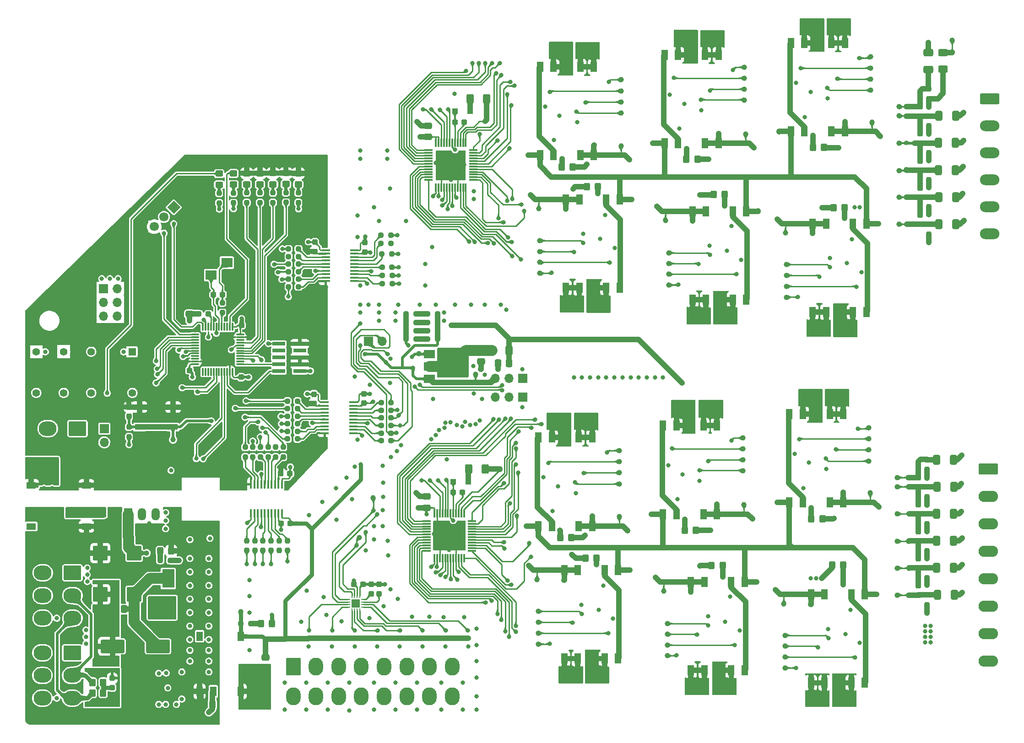
<source format=gbr>
%TF.GenerationSoftware,KiCad,Pcbnew,(6.0.1)*%
%TF.CreationDate,2022-05-08T00:04:22+10:00*%
%TF.ProjectId,211006_lmu_r0,32313130-3036-45f6-9c6d-755f72302e6b,rev?*%
%TF.SameCoordinates,Original*%
%TF.FileFunction,Copper,L1,Top*%
%TF.FilePolarity,Positive*%
%FSLAX46Y46*%
G04 Gerber Fmt 4.6, Leading zero omitted, Abs format (unit mm)*
G04 Created by KiCad (PCBNEW (6.0.1)) date 2022-05-08 00:04:22*
%MOMM*%
%LPD*%
G01*
G04 APERTURE LIST*
G04 Aperture macros list*
%AMRoundRect*
0 Rectangle with rounded corners*
0 $1 Rounding radius*
0 $2 $3 $4 $5 $6 $7 $8 $9 X,Y pos of 4 corners*
0 Add a 4 corners polygon primitive as box body*
4,1,4,$2,$3,$4,$5,$6,$7,$8,$9,$2,$3,0*
0 Add four circle primitives for the rounded corners*
1,1,$1+$1,$2,$3*
1,1,$1+$1,$4,$5*
1,1,$1+$1,$6,$7*
1,1,$1+$1,$8,$9*
0 Add four rect primitives between the rounded corners*
20,1,$1+$1,$2,$3,$4,$5,0*
20,1,$1+$1,$4,$5,$6,$7,0*
20,1,$1+$1,$6,$7,$8,$9,0*
20,1,$1+$1,$8,$9,$2,$3,0*%
%AMHorizOval*
0 Thick line with rounded ends*
0 $1 width*
0 $2 $3 position (X,Y) of the first rounded end (center of the circle)*
0 $4 $5 position (X,Y) of the second rounded end (center of the circle)*
0 Add line between two ends*
20,1,$1,$2,$3,$4,$5,0*
0 Add two circle primitives to create the rounded ends*
1,1,$1,$2,$3*
1,1,$1,$4,$5*%
%AMRotRect*
0 Rectangle, with rotation*
0 The origin of the aperture is its center*
0 $1 length*
0 $2 width*
0 $3 Rotation angle, in degrees counterclockwise*
0 Add horizontal line*
21,1,$1,$2,0,0,$3*%
G04 Aperture macros list end*
%TA.AperFunction,SMDPad,CuDef*%
%ADD10C,1.000000*%
%TD*%
%TA.AperFunction,SMDPad,CuDef*%
%ADD11RoundRect,0.237500X0.250000X0.237500X-0.250000X0.237500X-0.250000X-0.237500X0.250000X-0.237500X0*%
%TD*%
%TA.AperFunction,SMDPad,CuDef*%
%ADD12RoundRect,0.237500X0.300000X0.237500X-0.300000X0.237500X-0.300000X-0.237500X0.300000X-0.237500X0*%
%TD*%
%TA.AperFunction,SMDPad,CuDef*%
%ADD13RoundRect,0.250000X-0.325000X-0.450000X0.325000X-0.450000X0.325000X0.450000X-0.325000X0.450000X0*%
%TD*%
%TA.AperFunction,SMDPad,CuDef*%
%ADD14RoundRect,0.250000X-0.475000X0.337500X-0.475000X-0.337500X0.475000X-0.337500X0.475000X0.337500X0*%
%TD*%
%TA.AperFunction,SMDPad,CuDef*%
%ADD15RoundRect,0.250000X1.950000X1.000000X-1.950000X1.000000X-1.950000X-1.000000X1.950000X-1.000000X0*%
%TD*%
%TA.AperFunction,SMDPad,CuDef*%
%ADD16RoundRect,0.237500X0.237500X-0.300000X0.237500X0.300000X-0.237500X0.300000X-0.237500X-0.300000X0*%
%TD*%
%TA.AperFunction,SMDPad,CuDef*%
%ADD17RoundRect,0.011200X-0.723800X-0.128800X0.723800X-0.128800X0.723800X0.128800X-0.723800X0.128800X0*%
%TD*%
%TA.AperFunction,SMDPad,CuDef*%
%ADD18RoundRect,0.011200X-0.128800X-0.723800X0.128800X-0.723800X0.128800X0.723800X-0.128800X0.723800X0*%
%TD*%
%TA.AperFunction,SMDPad,CuDef*%
%ADD19R,3.600000X3.600000*%
%TD*%
%TA.AperFunction,SMDPad,CuDef*%
%ADD20RoundRect,0.237500X-0.250000X-0.237500X0.250000X-0.237500X0.250000X0.237500X-0.250000X0.237500X0*%
%TD*%
%TA.AperFunction,SMDPad,CuDef*%
%ADD21RoundRect,0.237500X-0.300000X-0.237500X0.300000X-0.237500X0.300000X0.237500X-0.300000X0.237500X0*%
%TD*%
%TA.AperFunction,ComponentPad*%
%ADD22RoundRect,0.250001X-1.399999X1.099999X-1.399999X-1.099999X1.399999X-1.099999X1.399999X1.099999X0*%
%TD*%
%TA.AperFunction,ComponentPad*%
%ADD23O,3.300000X2.700000*%
%TD*%
%TA.AperFunction,SMDPad,CuDef*%
%ADD24RoundRect,0.237500X0.237500X-0.250000X0.237500X0.250000X-0.237500X0.250000X-0.237500X-0.250000X0*%
%TD*%
%TA.AperFunction,SMDPad,CuDef*%
%ADD25RoundRect,0.237500X-0.237500X0.250000X-0.237500X-0.250000X0.237500X-0.250000X0.237500X0.250000X0*%
%TD*%
%TA.AperFunction,SMDPad,CuDef*%
%ADD26RoundRect,0.250000X0.475000X-0.337500X0.475000X0.337500X-0.475000X0.337500X-0.475000X-0.337500X0*%
%TD*%
%TA.AperFunction,SMDPad,CuDef*%
%ADD27RoundRect,0.250000X0.412500X0.650000X-0.412500X0.650000X-0.412500X-0.650000X0.412500X-0.650000X0*%
%TD*%
%TA.AperFunction,SMDPad,CuDef*%
%ADD28RoundRect,0.250000X-0.350000X-0.450000X0.350000X-0.450000X0.350000X0.450000X-0.350000X0.450000X0*%
%TD*%
%TA.AperFunction,SMDPad,CuDef*%
%ADD29RoundRect,0.250000X0.337500X0.475000X-0.337500X0.475000X-0.337500X-0.475000X0.337500X-0.475000X0*%
%TD*%
%TA.AperFunction,ComponentPad*%
%ADD30RoundRect,0.250000X-1.550000X0.750000X-1.550000X-0.750000X1.550000X-0.750000X1.550000X0.750000X0*%
%TD*%
%TA.AperFunction,ComponentPad*%
%ADD31O,3.600000X2.000000*%
%TD*%
%TA.AperFunction,SMDPad,CuDef*%
%ADD32R,1.168400X1.879600*%
%TD*%
%TA.AperFunction,SMDPad,CuDef*%
%ADD33RoundRect,0.250000X-0.450000X0.325000X-0.450000X-0.325000X0.450000X-0.325000X0.450000X0.325000X0*%
%TD*%
%TA.AperFunction,SMDPad,CuDef*%
%ADD34R,2.000000X1.500000*%
%TD*%
%TA.AperFunction,SMDPad,CuDef*%
%ADD35R,2.000000X3.800000*%
%TD*%
%TA.AperFunction,SMDPad,CuDef*%
%ADD36RoundRect,0.237500X-0.237500X0.300000X-0.237500X-0.300000X0.237500X-0.300000X0.237500X0.300000X0*%
%TD*%
%TA.AperFunction,SMDPad,CuDef*%
%ADD37RoundRect,0.250000X0.350000X0.450000X-0.350000X0.450000X-0.350000X-0.450000X0.350000X-0.450000X0*%
%TD*%
%TA.AperFunction,SMDPad,CuDef*%
%ADD38R,2.300000X3.500000*%
%TD*%
%TA.AperFunction,SMDPad,CuDef*%
%ADD39R,2.400000X0.740000*%
%TD*%
%TA.AperFunction,SMDPad,CuDef*%
%ADD40RoundRect,0.250000X0.325000X0.450000X-0.325000X0.450000X-0.325000X-0.450000X0.325000X-0.450000X0*%
%TD*%
%TA.AperFunction,SMDPad,CuDef*%
%ADD41R,0.410000X1.600000*%
%TD*%
%TA.AperFunction,SMDPad,CuDef*%
%ADD42RoundRect,0.250000X-0.337500X-0.475000X0.337500X-0.475000X0.337500X0.475000X-0.337500X0.475000X0*%
%TD*%
%TA.AperFunction,SMDPad,CuDef*%
%ADD43RoundRect,0.062500X0.062500X-0.375000X0.062500X0.375000X-0.062500X0.375000X-0.062500X-0.375000X0*%
%TD*%
%TA.AperFunction,SMDPad,CuDef*%
%ADD44RoundRect,0.062500X0.375000X-0.062500X0.375000X0.062500X-0.375000X0.062500X-0.375000X-0.062500X0*%
%TD*%
%TA.AperFunction,SMDPad,CuDef*%
%ADD45R,1.600000X1.600000*%
%TD*%
%TA.AperFunction,ComponentPad*%
%ADD46R,1.700000X1.700000*%
%TD*%
%TA.AperFunction,ComponentPad*%
%ADD47O,1.700000X1.700000*%
%TD*%
%TA.AperFunction,SMDPad,CuDef*%
%ADD48R,1.800000X1.100000*%
%TD*%
%TA.AperFunction,ComponentPad*%
%ADD49R,1.400000X1.400000*%
%TD*%
%TA.AperFunction,ComponentPad*%
%ADD50C,1.400000*%
%TD*%
%TA.AperFunction,SMDPad,CuDef*%
%ADD51RoundRect,0.237500X-0.287500X-0.237500X0.287500X-0.237500X0.287500X0.237500X-0.287500X0.237500X0*%
%TD*%
%TA.AperFunction,ComponentPad*%
%ADD52RoundRect,0.250001X-1.099999X-1.399999X1.099999X-1.399999X1.099999X1.399999X-1.099999X1.399999X0*%
%TD*%
%TA.AperFunction,ComponentPad*%
%ADD53O,2.700000X3.300000*%
%TD*%
%TA.AperFunction,SMDPad,CuDef*%
%ADD54RoundRect,0.250000X-0.400000X-0.625000X0.400000X-0.625000X0.400000X0.625000X-0.400000X0.625000X0*%
%TD*%
%TA.AperFunction,SMDPad,CuDef*%
%ADD55R,1.100000X1.100000*%
%TD*%
%TA.AperFunction,ComponentPad*%
%ADD56RoundRect,0.249999X-1.550001X0.790001X-1.550001X-0.790001X1.550001X-0.790001X1.550001X0.790001X0*%
%TD*%
%TA.AperFunction,ComponentPad*%
%ADD57O,3.600000X2.080000*%
%TD*%
%TA.AperFunction,ComponentPad*%
%ADD58RotRect,1.700000X1.700000X315.000000*%
%TD*%
%TA.AperFunction,ComponentPad*%
%ADD59HorizOval,1.700000X0.000000X0.000000X0.000000X0.000000X0*%
%TD*%
%TA.AperFunction,SMDPad,CuDef*%
%ADD60RoundRect,0.099900X-1.250100X1.250100X-1.250100X-1.250100X1.250100X-1.250100X1.250100X1.250100X0*%
%TD*%
%TA.AperFunction,SMDPad,CuDef*%
%ADD61RoundRect,0.250000X-0.625000X0.400000X-0.625000X-0.400000X0.625000X-0.400000X0.625000X0.400000X0*%
%TD*%
%TA.AperFunction,ComponentPad*%
%ADD62R,1.500000X2.300000*%
%TD*%
%TA.AperFunction,ComponentPad*%
%ADD63O,1.500000X2.300000*%
%TD*%
%TA.AperFunction,SMDPad,CuDef*%
%ADD64RoundRect,0.250000X0.400000X0.625000X-0.400000X0.625000X-0.400000X-0.625000X0.400000X-0.625000X0*%
%TD*%
%TA.AperFunction,SMDPad,CuDef*%
%ADD65R,1.800000X1.200000*%
%TD*%
%TA.AperFunction,SMDPad,CuDef*%
%ADD66R,2.100000X1.800000*%
%TD*%
%TA.AperFunction,SMDPad,CuDef*%
%ADD67RoundRect,0.075000X-0.075000X0.662500X-0.075000X-0.662500X0.075000X-0.662500X0.075000X0.662500X0*%
%TD*%
%TA.AperFunction,SMDPad,CuDef*%
%ADD68RoundRect,0.075000X-0.662500X0.075000X-0.662500X-0.075000X0.662500X-0.075000X0.662500X0.075000X0*%
%TD*%
%TA.AperFunction,SMDPad,CuDef*%
%ADD69R,1.600000X0.410000*%
%TD*%
%TA.AperFunction,SMDPad,CuDef*%
%ADD70R,1.200000X1.800000*%
%TD*%
%TA.AperFunction,SMDPad,CuDef*%
%ADD71RoundRect,0.250000X-0.650000X0.412500X-0.650000X-0.412500X0.650000X-0.412500X0.650000X0.412500X0*%
%TD*%
%TA.AperFunction,ViaPad*%
%ADD72C,0.800000*%
%TD*%
%TA.AperFunction,Conductor*%
%ADD73C,2.000000*%
%TD*%
%TA.AperFunction,Conductor*%
%ADD74C,1.000000*%
%TD*%
%TA.AperFunction,Conductor*%
%ADD75C,0.500000*%
%TD*%
%TA.AperFunction,Conductor*%
%ADD76C,0.750000*%
%TD*%
%TA.AperFunction,Conductor*%
%ADD77C,0.250000*%
%TD*%
G04 APERTURE END LIST*
D10*
%TO.P,TP90,1,1*%
%TO.N,/Balance Interface/Upper Active Balance Group/SI1*%
X207500746Y-69929168D03*
%TD*%
D11*
%TO.P,R1,1*%
%TO.N,+5V*%
X93489946Y-124683700D03*
%TO.P,R1,2*%
%TO.N,Net-(D3-Pad2)*%
X91664946Y-124683700D03*
%TD*%
D12*
%TO.P,C188,1*%
%TO.N,/Microcontroller/RCC_OSC_OUT*%
X101514946Y-75533700D03*
%TO.P,C188,2*%
%TO.N,GND_ISO*%
X99789946Y-75533700D03*
%TD*%
D10*
%TO.P,TP23,1,1*%
%TO.N,Net-(C29-Pad1)*%
X238152446Y-28433700D03*
%TD*%
D13*
%TO.P,D22,1,K*%
%TO.N,/Balance Interface/Upper Active Balance Group/ACTIVE_TAP2*%
X170527446Y-55533700D03*
%TO.P,D22,2,A*%
%TO.N,Net-(D22-Pad2)*%
X172577446Y-55533700D03*
%TD*%
D10*
%TO.P,TP105,1,1*%
%TO.N,/Balance Interface/Lower Active Balance Group/PG5*%
X199423192Y-106077450D03*
%TD*%
D14*
%TO.P,C5,1*%
%TO.N,+5V*%
X80502446Y-115896200D03*
%TO.P,C5,2*%
%TO.N,GND*%
X80502446Y-117971200D03*
%TD*%
D15*
%TO.P,C1,1*%
%TO.N,Net-(C1-Pad1)*%
X91252446Y-140583700D03*
%TO.P,C1,2*%
%TO.N,/VGND*%
X82852446Y-140583700D03*
%TD*%
D10*
%TO.P,TP103,1,1*%
%TO.N,/Balance Interface/Lower Active Balance Group/ACTIVE_TAP5*%
X199634946Y-114377450D03*
%TD*%
%TO.P,TP116,1,1*%
%TO.N,/Balance Interface/Lower Active Balance Group/PG4*%
X176573192Y-108469116D03*
%TD*%
D16*
%TO.P,C182,1*%
%TO.N,/Microcontroller/NRST*%
X85877446Y-98021200D03*
%TO.P,C182,2*%
%TO.N,GND_ISO*%
X85877446Y-96296200D03*
%TD*%
D17*
%TO.P,U4,1,G6S*%
%TO.N,/Balance Interface/Upper Active Balance Group/SG6*%
X141245000Y-48781250D03*
%TO.P,U4,2,I6S*%
%TO.N,/Balance Interface/Upper Active Balance Group/SI6*%
X141245000Y-49281250D03*
%TO.P,U4,3,G5S*%
%TO.N,/Balance Interface/Upper Active Balance Group/SG5*%
X141245000Y-49781250D03*
%TO.P,U4,4,I5S*%
%TO.N,/Balance Interface/Upper Active Balance Group/SI5*%
X141245000Y-50281250D03*
%TO.P,U4,5,G4S*%
%TO.N,/Balance Interface/Upper Active Balance Group/SG4*%
X141245000Y-50781250D03*
%TO.P,U4,6,I4S*%
%TO.N,/Balance Interface/Upper Active Balance Group/SI4*%
X141245000Y-51281250D03*
%TO.P,U4,7,G3S*%
%TO.N,/Balance Interface/Upper Active Balance Group/SG3*%
X141245000Y-51781250D03*
%TO.P,U4,8,I3S*%
%TO.N,/Balance Interface/Upper Active Balance Group/SI3*%
X141245000Y-52281250D03*
%TO.P,U4,9,G2S*%
%TO.N,/Balance Interface/Upper Active Balance Group/SG2*%
X141245000Y-52781250D03*
%TO.P,U4,10,I2S*%
%TO.N,/Balance Interface/Upper Active Balance Group/SI2*%
X141245000Y-53281250D03*
%TO.P,U4,11,G1S*%
%TO.N,/Balance Interface/Upper Active Balance Group/SG1*%
X141245000Y-53781250D03*
%TO.P,U4,12,I1S*%
%TO.N,/Balance Interface/Upper Active Balance Group/SI1*%
X141245000Y-54281250D03*
D18*
%TO.P,U4,13,RTONS*%
%TO.N,/Balance Interface/Upper Active Balance Group/RTONS*%
X142665000Y-55701250D03*
%TO.P,U4,14,RTONP*%
%TO.N,/Balance Interface/Upper Active Balance Group/RTONP*%
X143165000Y-55701250D03*
%TO.P,U4,15,CTRL*%
%TO.N,/UPPER_GND*%
X143665000Y-55701250D03*
%TO.P,U4,16,~{CSBI}*%
%TO.N,/Balance Interface/nCSBI_UPPER*%
X144165000Y-55701250D03*
%TO.P,U4,17,SCKI*%
%TO.N,/Balance Interface/SCKI_UPPER*%
X144665000Y-55701250D03*
%TO.P,U4,18,SDI*%
%TO.N,/Balance Interface/SDI_UPPER*%
X145165000Y-55701250D03*
%TO.P,U4,19,SDO*%
%TO.N,/Balance Interface/SDO_UPPER*%
X145665000Y-55701250D03*
%TO.P,U4,20,WDT*%
%TO.N,/Balance Interface/WDT_UPPER*%
X146165000Y-55701250D03*
%TO.P,U4,21,V-*%
%TO.N,/UPPER_GND*%
X146665000Y-55701250D03*
%TO.P,U4,22,I1P*%
%TO.N,/Balance Interface/Upper Active Balance Group/PI1*%
X147165000Y-55701250D03*
%TO.P,U4,23,G1P*%
%TO.N,/Balance Interface/Upper Active Balance Group/PG1*%
X147665000Y-55701250D03*
%TO.P,U4,24,C1*%
%TO.N,/Balance Interface/C7*%
X148165000Y-55701250D03*
D17*
%TO.P,U4,25,I2P*%
%TO.N,/Balance Interface/Upper Active Balance Group/PI2*%
X149585000Y-54281250D03*
%TO.P,U4,26,G2P*%
%TO.N,/Balance Interface/Upper Active Balance Group/PG2*%
X149585000Y-53781250D03*
%TO.P,U4,27,C2*%
%TO.N,/Balance Interface/C8*%
X149585000Y-53281250D03*
%TO.P,U4,28,I3P*%
%TO.N,/Balance Interface/Upper Active Balance Group/PI3*%
X149585000Y-52781250D03*
%TO.P,U4,29,G3P*%
%TO.N,/Balance Interface/Upper Active Balance Group/PG3*%
X149585000Y-52281250D03*
%TO.P,U4,30,C3*%
%TO.N,/Balance Interface/C9*%
X149585000Y-51781250D03*
%TO.P,U4,31,I4P*%
%TO.N,/Balance Interface/Upper Active Balance Group/PI4*%
X149585000Y-51281250D03*
%TO.P,U4,32,G4P*%
%TO.N,/Balance Interface/Upper Active Balance Group/PG4*%
X149585000Y-50781250D03*
%TO.P,U4,33,C4*%
%TO.N,/Balance Interface/C10*%
X149585000Y-50281250D03*
%TO.P,U4,34,I5P*%
%TO.N,/Balance Interface/Upper Active Balance Group/PI5*%
X149585000Y-49781250D03*
%TO.P,U4,35,G5P*%
%TO.N,/Balance Interface/Upper Active Balance Group/PG5*%
X149585000Y-49281250D03*
%TO.P,U4,36,C5*%
%TO.N,/Balance Interface/C11*%
X149585000Y-48781250D03*
D18*
%TO.P,U4,37,I6P*%
%TO.N,/Balance Interface/Upper Active Balance Group/PI6*%
X148165000Y-47361250D03*
%TO.P,U4,38,G6P*%
%TO.N,/Balance Interface/Upper Active Balance Group/PG6*%
X147665000Y-47361250D03*
%TO.P,U4,39,C6*%
%TO.N,/Balance Interface/C12*%
X147165000Y-47361250D03*
%TO.P,U4,40,BOOSTP*%
%TO.N,Net-(C30-Pad1)*%
X146665000Y-47361250D03*
%TO.P,U4,41,BOOSTN*%
%TO.N,Net-(C30-Pad2)*%
X146165000Y-47361250D03*
%TO.P,U4,42,BOOST*%
%TO.N,/Balance Interface/VREG_UPPER*%
X145665000Y-47361250D03*
%TO.P,U4,43,A0*%
%TO.N,/Balance Interface/UPPER_ADDRESS/A0*%
X145165000Y-47361250D03*
%TO.P,U4,44,A1*%
%TO.N,/Balance Interface/UPPER_ADDRESS/A1*%
X144665000Y-47361250D03*
%TO.P,U4,45,A2*%
%TO.N,/Balance Interface/UPPER_ADDRESS/A2*%
X144165000Y-47361250D03*
%TO.P,U4,46,A3*%
%TO.N,/Balance Interface/UPPER_ADDRESS/A3*%
X143665000Y-47361250D03*
%TO.P,U4,47,A4*%
%TO.N,/Balance Interface/VREG_UPPER*%
X143165000Y-47361250D03*
%TO.P,U4,48,VREG*%
X142665000Y-47361250D03*
D19*
%TO.P,U4,49,V-*%
%TO.N,/UPPER_GND*%
X145415000Y-51531250D03*
%TD*%
D20*
%TO.P,R214,1*%
%TO.N,Net-(R214-Pad1)*%
X132509946Y-98318700D03*
%TO.P,R214,2*%
%TO.N,/Balance Interface/SCK*%
X134334946Y-98318700D03*
%TD*%
D10*
%TO.P,TP100,1,1*%
%TO.N,/Balance Interface/Lower Active Balance Group/SG6*%
X222723192Y-102177450D03*
%TD*%
D21*
%TO.P,C187,1*%
%TO.N,/Microcontroller/RCC_OSC_IN*%
X103164946Y-75533700D03*
%TO.P,C187,2*%
%TO.N,GND_ISO*%
X104889946Y-75533700D03*
%TD*%
D22*
%TO.P,J1,1,Pin_1*%
%TO.N,/VBAT*%
X75372789Y-141783700D03*
D23*
%TO.P,J1,2,Pin_2*%
%TO.N,/CAN_P*%
X75372789Y-145983700D03*
%TO.P,J1,3,Pin_3*%
%TO.N,/CAN_N*%
X75372789Y-150183700D03*
%TO.P,J1,4,Pin_4*%
%TO.N,/VGND*%
X69872789Y-141783700D03*
%TO.P,J1,5,Pin_5*%
%TO.N,unconnected-(J1-Pad5)*%
X69872789Y-145983700D03*
%TO.P,J1,6,Pin_6*%
%TO.N,/CAN_S*%
X69872789Y-150183700D03*
%TD*%
D10*
%TO.P,TP47,1,1*%
%TO.N,/Balance Interface/C11*%
X228275746Y-42437500D03*
%TD*%
D11*
%TO.P,R125,1*%
%TO.N,/Balance Interface/VREG*%
X142952446Y-79083700D03*
%TO.P,R125,2*%
%TO.N,/Balance Interface/PASSIVE_ADDRESS/A3*%
X141127446Y-79083700D03*
%TD*%
D16*
%TO.P,C15,1*%
%TO.N,Net-(C15-Pad1)*%
X130652446Y-130846200D03*
%TO.P,C15,2*%
%TO.N,GND_HV*%
X130652446Y-129121200D03*
%TD*%
D14*
%TO.P,C78,1*%
%TO.N,+5V_HV*%
X111102446Y-142611173D03*
%TO.P,C78,2*%
%TO.N,GND_HV*%
X111102446Y-144686173D03*
%TD*%
D11*
%TO.P,R219,1*%
%TO.N,Net-(R219-Pad1)*%
X117217596Y-68454820D03*
%TO.P,R219,2*%
%TO.N,/Upper Ground Iso/CS1_ISO*%
X115392596Y-68454820D03*
%TD*%
D22*
%TO.P,J2,1,Pin_1*%
%TO.N,/VBAT*%
X75422789Y-126983700D03*
D23*
%TO.P,J2,2,Pin_2*%
%TO.N,/CAN_P*%
X75422789Y-131183700D03*
%TO.P,J2,3,Pin_3*%
%TO.N,/CAN_N*%
X75422789Y-135383700D03*
%TO.P,J2,4,Pin_4*%
%TO.N,/VGND*%
X69922789Y-126983700D03*
%TO.P,J2,5,Pin_5*%
%TO.N,unconnected-(J2-Pad5)*%
X69922789Y-131183700D03*
%TO.P,J2,6,Pin_6*%
%TO.N,/CAN_S*%
X69922789Y-135383700D03*
%TD*%
D24*
%TO.P,R2,1*%
%TO.N,+3V3_ISO*%
X117202446Y-58483700D03*
%TO.P,R2,2*%
%TO.N,Net-(D4-Pad2)*%
X117202446Y-56658700D03*
%TD*%
D25*
%TO.P,R142,1*%
%TO.N,/Balance Interface/C6*%
X233490365Y-106062450D03*
%TO.P,R142,2*%
%TO.N,/UPPER_GND*%
X233490365Y-107887450D03*
%TD*%
%TO.P,R166,1*%
%TO.N,/Balance Interface/C4*%
X233490365Y-116072450D03*
%TO.P,R166,2*%
%TO.N,/Balance Interface/Lower Active Balance Group/ACTIVE_TAP4*%
X233490365Y-117897450D03*
%TD*%
D26*
%TO.P,C28,1*%
%TO.N,GND_HV*%
X150972446Y-87871200D03*
%TO.P,C28,2*%
%TO.N,Net-(C28-Pad2)*%
X150972446Y-85796200D03*
%TD*%
D27*
%TO.P,C191,1*%
%TO.N,GND_HV*%
X238414946Y-126083700D03*
%TO.P,C191,2*%
%TO.N,/Balance Interface/C2*%
X235289946Y-126083700D03*
%TD*%
%TO.P,C175,1*%
%TO.N,GND_HV*%
X238464946Y-111033700D03*
%TO.P,C175,2*%
%TO.N,/Balance Interface/C5*%
X235339946Y-111033700D03*
%TD*%
D12*
%TO.P,C180,1*%
%TO.N,+3V3_ISO*%
X115656966Y-108612520D03*
%TO.P,C180,2*%
%TO.N,GND_ISO*%
X113931966Y-108612520D03*
%TD*%
D28*
%TO.P,R3,1*%
%TO.N,/CAN_P*%
X79102446Y-147283700D03*
%TO.P,R3,2*%
%TO.N,Net-(C7-Pad2)*%
X81102446Y-147283700D03*
%TD*%
D24*
%TO.P,R232,1*%
%TO.N,Net-(R232-Pad1)*%
X111594466Y-105562520D03*
%TO.P,R232,2*%
%TO.N,/Microcontroller/SPI1_CLK*%
X111594466Y-103737520D03*
%TD*%
%TO.P,R242,1*%
%TO.N,/Microcontroller/CAN_RX_LED*%
X114902446Y-58446200D03*
%TO.P,R242,2*%
%TO.N,Net-(D40-Pad2)*%
X114902446Y-56621200D03*
%TD*%
%TO.P,R234,1*%
%TO.N,Net-(R234-Pad1)*%
X108794466Y-105562520D03*
%TO.P,R234,2*%
%TO.N,/Microcontroller/SPI1_MOSI*%
X108794466Y-103737520D03*
%TD*%
D10*
%TO.P,TP81,1,1*%
%TO.N,/Balance Interface/Upper Active Balance Group/ACTIVE_TAP1*%
X207300000Y-64100000D03*
%TD*%
D27*
%TO.P,C127,1*%
%TO.N,GND_HV*%
X238727446Y-52483700D03*
%TO.P,C127,2*%
%TO.N,/Balance Interface/C9*%
X235602446Y-52483700D03*
%TD*%
D10*
%TO.P,TP112,1,1*%
%TO.N,/Balance Interface/Lower Active Balance Group/SI5*%
X199423192Y-108102450D03*
%TD*%
D11*
%TO.P,R119,1*%
%TO.N,/Balance Interface/VREG*%
X142964946Y-83733700D03*
%TO.P,R119,2*%
%TO.N,/Balance Interface/PASSIVE_ADDRESS/A0*%
X141139946Y-83733700D03*
%TD*%
D10*
%TO.P,TP46,1,1*%
%TO.N,/Balance Interface/Upper Active Balance Group/SI5*%
X199725746Y-39487500D03*
%TD*%
%TO.P,TP84,1,1*%
%TO.N,/Balance Interface/Upper Active Balance Group/PI1*%
X207500746Y-75979166D03*
%TD*%
%TO.P,TP138,1,1*%
%TO.N,/Balance Interface/Lower Active Balance Group/PG2*%
X185423192Y-138360783D03*
%TD*%
D29*
%TO.P,C2,1*%
%TO.N,Net-(C1-Pad1)*%
X84964946Y-133683700D03*
%TO.P,C2,2*%
%TO.N,/VGND*%
X82889946Y-133683700D03*
%TD*%
D21*
%TO.P,C16,1*%
%TO.N,+5V_HV*%
X127478438Y-129083700D03*
%TO.P,C16,2*%
%TO.N,GND_HV*%
X129203438Y-129083700D03*
%TD*%
D10*
%TO.P,TP56,1,1*%
%TO.N,/Balance Interface/Upper Active Balance Group/SG4*%
X176875746Y-37795833D03*
%TD*%
%TO.P,TP50,1,1*%
%TO.N,/Balance Interface/Upper Active Balance Group/PG4*%
X176875746Y-39854166D03*
%TD*%
D30*
%TO.P,J4,1,Pin_1*%
%TO.N,/Balance Interface/TAP12*%
X245107885Y-39230000D03*
D31*
%TO.P,J4,2,Pin_2*%
%TO.N,/Balance Interface/TAP11*%
X245107885Y-44230000D03*
%TO.P,J4,3,Pin_3*%
%TO.N,/Balance Interface/TAP10*%
X245107885Y-49230000D03*
%TO.P,J4,4,Pin_4*%
%TO.N,/Balance Interface/TAP9*%
X245107885Y-54230000D03*
%TO.P,J4,5,Pin_5*%
%TO.N,/Balance Interface/TAP8*%
X245107885Y-59230000D03*
%TO.P,J4,6,Pin_6*%
%TO.N,/Balance Interface/TAP7*%
X245107885Y-64230000D03*
%TD*%
D11*
%TO.P,R208,1*%
%TO.N,Net-(R208-Pad1)*%
X117022446Y-97993700D03*
%TO.P,R208,2*%
%TO.N,/Microcontroller/SPI1_CLK*%
X115197446Y-97993700D03*
%TD*%
D32*
%TO.P,T7,1*%
%TO.N,/UPPER_GND*%
X217975846Y-113930750D03*
%TO.P,T7,2*%
X215486646Y-113930750D03*
%TO.P,T7,4*%
%TO.N,Net-(T7-Pad4)*%
X210508246Y-113930750D03*
%TO.P,T7,5*%
%TO.N,/Balance Interface/Lower Active Balance Group/BOOST*%
X208019046Y-113930750D03*
%TO.P,T7,6*%
%TO.N,Net-(T7-Pad4)*%
X208019046Y-97573150D03*
%TO.P,T7,7*%
%TO.N,Net-(C109-Pad1)*%
X210508246Y-97573150D03*
%TO.P,T7,9*%
%TO.N,Net-(C108-Pad1)*%
X215486646Y-97573150D03*
%TO.P,T7,10*%
X217975846Y-97573150D03*
%TD*%
D33*
%TO.P,D44,1,K*%
%TO.N,GND_ISO*%
X107652446Y-53033700D03*
%TO.P,D44,2,A*%
%TO.N,Net-(D44-Pad2)*%
X107652446Y-55083700D03*
%TD*%
D10*
%TO.P,TP123,1,1*%
%TO.N,/Balance Interface/Lower Active Balance Group/SI4*%
X176573192Y-110527450D03*
%TD*%
D16*
%TO.P,C41,1*%
%TO.N,/Balance Interface/C11*%
X232192919Y-42475000D03*
%TO.P,C41,2*%
%TO.N,/Balance Interface/C12*%
X232192919Y-40750000D03*
%TD*%
D10*
%TO.P,TP40,1,1*%
%TO.N,/Balance Interface/Upper Active Balance Group/PI5*%
X199725746Y-33412500D03*
%TD*%
D25*
%TO.P,R248,1*%
%TO.N,/Microcontroller/RCC_OSC_IN*%
X103152446Y-77021200D03*
%TO.P,R248,2*%
%TO.N,Net-(R248-Pad2)*%
X103152446Y-78846200D03*
%TD*%
D20*
%TO.P,R217,1*%
%TO.N,Net-(R217-Pad1)*%
X132509946Y-102518700D03*
%TO.P,R217,2*%
%TO.N,/Balance Interface/WDT*%
X134334946Y-102518700D03*
%TD*%
D10*
%TO.P,TP39,1,1*%
%TO.N,/Balance Interface/Upper Active Balance Group/PG5*%
X199725746Y-37462500D03*
%TD*%
D13*
%TO.P,D39,1,K*%
%TO.N,GND_HV*%
X215927446Y-125583700D03*
%TO.P,D39,2,A*%
%TO.N,Net-(D39-Pad2)*%
X217977446Y-125583700D03*
%TD*%
D10*
%TO.P,TP106,1,1*%
%TO.N,/Balance Interface/Lower Active Balance Group/PI5*%
X199423192Y-102027450D03*
%TD*%
D11*
%TO.P,R210,1*%
%TO.N,Net-(R210-Pad1)*%
X117022446Y-100793700D03*
%TO.P,R210,2*%
%TO.N,/Microcontroller/SPI1_MOSI*%
X115197446Y-100793700D03*
%TD*%
D25*
%TO.P,R237,1*%
%TO.N,Net-(R237-Pad1)*%
X113652446Y-121050020D03*
%TO.P,R237,2*%
%TO.N,/Lower Ground Isolation/CS1*%
X113652446Y-122875020D03*
%TD*%
D10*
%TO.P,TP156,1,1*%
%TO.N,/Balance Interface/Lower Active Balance Group/SI1*%
X207198192Y-138544118D03*
%TD*%
%TO.P,TP4,1,1*%
%TO.N,Net-(C3-Pad1)*%
X89152446Y-123333700D03*
%TD*%
D34*
%TO.P,Q1,1,B*%
%TO.N,/Balance Interface/DRIVE*%
X141402446Y-86483700D03*
%TO.P,Q1,2,C*%
%TO.N,Net-(C28-Pad2)*%
X141402446Y-88783700D03*
D35*
X147702446Y-88783700D03*
D34*
%TO.P,Q1,3,E*%
%TO.N,/Balance Interface/VREG*%
X141402446Y-91083700D03*
%TD*%
D24*
%TO.P,R243,1*%
%TO.N,+3V3_ISO*%
X105202446Y-58521200D03*
%TO.P,R243,2*%
%TO.N,Net-(D41-Pad2)*%
X105202446Y-56696200D03*
%TD*%
D13*
%TO.P,D24,1,K*%
%TO.N,/Balance Interface/Upper Active Balance Group/ACTIVE_TAP1*%
X193977446Y-56983700D03*
%TO.P,D24,2,A*%
%TO.N,Net-(D24-Pad2)*%
X196027446Y-56983700D03*
%TD*%
D36*
%TO.P,C7,1*%
%TO.N,/CAN_S*%
X82777446Y-146496200D03*
%TO.P,C7,2*%
%TO.N,Net-(C7-Pad2)*%
X82777446Y-148221200D03*
%TD*%
D37*
%TO.P,R4,1*%
%TO.N,Net-(C7-Pad2)*%
X81102446Y-149233700D03*
%TO.P,R4,2*%
%TO.N,/CAN_N*%
X79102446Y-149233700D03*
%TD*%
D38*
%TO.P,D2,1,K*%
%TO.N,Net-(C1-Pad1)*%
X93152446Y-128033700D03*
%TO.P,D2,2,A*%
%TO.N,/Power Supply/VBAT_FUSED*%
X93152446Y-133433700D03*
%TD*%
D10*
%TO.P,TP35,1,1*%
%TO.N,/Balance Interface/Upper Active Balance Group/SI6*%
X223025746Y-37679167D03*
%TD*%
%TO.P,TP146,1,1*%
%TO.N,/Balance Interface/C2*%
X227973192Y-126102450D03*
%TD*%
D20*
%TO.P,R225,1*%
%TO.N,Net-(R225-Pad1)*%
X132489946Y-66058220D03*
%TO.P,R225,2*%
%TO.N,/Upper Ground Iso/CS1*%
X134314946Y-66058220D03*
%TD*%
D10*
%TO.P,TP51,1,1*%
%TO.N,/Balance Interface/Upper Active Balance Group/PI4*%
X176875746Y-35737500D03*
%TD*%
D11*
%TO.P,R222,1*%
%TO.N,Net-(R222-Pad1)*%
X117217596Y-72654820D03*
%TO.P,R222,2*%
%TO.N,/Microcontroller/SPI1_MOSI*%
X115392596Y-72654820D03*
%TD*%
D39*
%TO.P,J11,1,VTref*%
%TO.N,+3V3_ISO*%
X117477446Y-89673700D03*
%TO.P,J11,2,SWDIO/TMS*%
%TO.N,/Microcontroller/SWDIO*%
X113577446Y-89673700D03*
%TO.P,J11,3,GND*%
%TO.N,GND_ISO*%
X117477446Y-88403700D03*
%TO.P,J11,4,SWDCLK/TCK*%
%TO.N,/Microcontroller/SWCLK*%
X113577446Y-88403700D03*
%TO.P,J11,5,GND*%
%TO.N,GND_ISO*%
X117477446Y-87133700D03*
%TO.P,J11,6,SWO/TDO*%
%TO.N,unconnected-(J11-Pad6)*%
X113577446Y-87133700D03*
%TO.P,J11,7,KEY*%
%TO.N,unconnected-(J11-Pad7)*%
X117477446Y-85863700D03*
%TO.P,J11,8,NC/TDI*%
%TO.N,unconnected-(J11-Pad8)*%
X113577446Y-85863700D03*
%TO.P,J11,9,GNDDetect*%
%TO.N,GND_ISO*%
X117477446Y-84593700D03*
%TO.P,J11,10,~{RESET}*%
%TO.N,/Microcontroller/NRST*%
X113577446Y-84593700D03*
%TD*%
D16*
%TO.P,C126,1*%
%TO.N,/Balance Interface/C4*%
X231886639Y-116064950D03*
%TO.P,C126,2*%
%TO.N,/Balance Interface/C5*%
X231886639Y-114339950D03*
%TD*%
D40*
%TO.P,D6,1,K*%
%TO.N,GND_HV*%
X112327446Y-136348673D03*
%TO.P,D6,2,A*%
%TO.N,Net-(D6-Pad2)*%
X110277446Y-136348673D03*
%TD*%
D32*
%TO.P,T4,1*%
%TO.N,/Balance Interface/Upper Active Balance Group/ACTIVE_TAP3*%
X166684100Y-57883700D03*
%TO.P,T4,2*%
X169173300Y-57883700D03*
%TO.P,T4,4*%
%TO.N,Net-(T4-Pad4)*%
X174151700Y-57883700D03*
%TO.P,T4,5*%
%TO.N,/Balance Interface/Upper Active Balance Group/BOOST*%
X176640900Y-57883700D03*
%TO.P,T4,6*%
%TO.N,Net-(T4-Pad4)*%
X176640900Y-74241300D03*
%TO.P,T4,7*%
%TO.N,Net-(C72-Pad1)*%
X174151700Y-74241300D03*
%TO.P,T4,9*%
%TO.N,Net-(C71-Pad1)*%
X169173300Y-74241300D03*
%TO.P,T4,10*%
X166684100Y-74241300D03*
%TD*%
D10*
%TO.P,TP45,1,1*%
%TO.N,/Balance Interface/Upper Active Balance Group/SG5*%
X199725746Y-35437500D03*
%TD*%
D11*
%TO.P,R123,1*%
%TO.N,/Balance Interface/VREG*%
X142952446Y-80633700D03*
%TO.P,R123,2*%
%TO.N,/Balance Interface/PASSIVE_ADDRESS/A2*%
X141127446Y-80633700D03*
%TD*%
D10*
%TO.P,TP145,1,1*%
%TO.N,/Balance Interface/Lower Active Balance Group/SI2*%
X185423192Y-136377450D03*
%TD*%
D41*
%TO.P,U8,1,VDD1A*%
%TO.N,+3V3_ISO*%
X114159466Y-110628920D03*
%TO.P,U8,2,GND1*%
%TO.N,GND_ISO*%
X113524466Y-110628920D03*
%TO.P,U8,3,VIA*%
%TO.N,Net-(R230-Pad1)*%
X112889466Y-110628920D03*
%TO.P,U8,4,VIB*%
%TO.N,Net-(R231-Pad1)*%
X112254466Y-110628920D03*
%TO.P,U8,5,VIC*%
%TO.N,Net-(R232-Pad1)*%
X111619466Y-110628920D03*
%TO.P,U8,6,VID*%
%TO.N,Net-(R233-Pad1)*%
X110984466Y-110628920D03*
%TO.P,U8,7,VDD1B*%
%TO.N,+3V3_ISO*%
X110349466Y-110628920D03*
%TO.P,U8,8,VOE*%
%TO.N,Net-(R234-Pad1)*%
X109714466Y-110628920D03*
%TO.P,U8,9,VIF*%
%TO.N,Net-(R235-Pad1)*%
X109079466Y-110628920D03*
%TO.P,U8,10,GND1*%
%TO.N,GND_ISO*%
X108444466Y-110628920D03*
%TO.P,U8,11,GND2*%
%TO.N,GND_HV*%
X108444466Y-115937520D03*
%TO.P,U8,12,VOF*%
%TO.N,Net-(R241-Pad1)*%
X109079466Y-115937520D03*
%TO.P,U8,13,VIE*%
%TO.N,Net-(R240-Pad1)*%
X109714466Y-115937520D03*
%TO.P,U8,14,VDD2B*%
%TO.N,+5V_HV*%
X110349466Y-115937520D03*
%TO.P,U8,15,VOD*%
%TO.N,Net-(R239-Pad1)*%
X110984466Y-115937520D03*
%TO.P,U8,16,VOC*%
%TO.N,Net-(R238-Pad1)*%
X111619466Y-115937520D03*
%TO.P,U8,17,VOB*%
%TO.N,Net-(R237-Pad1)*%
X112254466Y-115937520D03*
%TO.P,U8,18,VOA*%
%TO.N,Net-(R236-Pad1)*%
X112889466Y-115937520D03*
%TO.P,U8,19,GND2*%
%TO.N,GND_HV*%
X113524466Y-115937520D03*
%TO.P,U8,20,VDD2A*%
%TO.N,+5V_HV*%
X114159466Y-115937520D03*
%TD*%
D10*
%TO.P,TP113,1,1*%
%TO.N,/Balance Interface/C5*%
X227973192Y-111052450D03*
%TD*%
D12*
%TO.P,C181,1*%
%TO.N,+5V_HV*%
X115731966Y-117862520D03*
%TO.P,C181,2*%
%TO.N,GND_HV*%
X114006966Y-117862520D03*
%TD*%
D13*
%TO.P,D37,1,K*%
%TO.N,/Balance Interface/Lower Active Balance Group/ACTIVE_TAP1*%
X193627446Y-125633700D03*
%TO.P,D37,2,A*%
%TO.N,Net-(D37-Pad2)*%
X195677446Y-125633700D03*
%TD*%
D10*
%TO.P,TP135,1,1*%
%TO.N,/Balance Interface/C3*%
X227973192Y-121152450D03*
%TD*%
D42*
%TO.P,C6,1*%
%TO.N,+3V3_ISO*%
X71914946Y-106533700D03*
%TO.P,C6,2*%
%TO.N,GND_ISO*%
X73989946Y-106533700D03*
%TD*%
D16*
%TO.P,C114,1*%
%TO.N,/Balance Interface/C5*%
X231890365Y-111089950D03*
%TO.P,C114,2*%
%TO.N,/Balance Interface/C6*%
X231890365Y-109364950D03*
%TD*%
D43*
%TO.P,IC1,1,AIN2/GPIO2*%
%TO.N,/Temperature Sensor/TmpOut2*%
X127090938Y-134052720D03*
%TO.P,IC1,2,AIN3/GPIO3*%
%TO.N,/Temperature Sensor/TmpOut3*%
X127590938Y-134052720D03*
%TO.P,IC1,3,AIN4/GPIO4*%
%TO.N,/Temperature Sensor/TmpOut4*%
X128090938Y-134052720D03*
%TO.P,IC1,4,AIN5/GPIO5*%
%TO.N,/Temperature Sensor/TmpOut5*%
X128590938Y-134052720D03*
D44*
%TO.P,IC1,5,AIN6/GPIO6*%
%TO.N,/Temperature Sensor/TmpOut6*%
X129278438Y-133365220D03*
%TO.P,IC1,6,AIN7/GPIO7*%
%TO.N,/Temperature Sensor/TmpOut7*%
X129278438Y-132865220D03*
%TO.P,IC1,7,AVDD*%
%TO.N,Net-(C14-Pad1)*%
X129278438Y-132365220D03*
%TO.P,IC1,8,DECAP*%
%TO.N,Net-(C15-Pad1)*%
X129278438Y-131865220D03*
D43*
%TO.P,IC1,9,GND*%
%TO.N,GND_HV*%
X128590938Y-131177720D03*
%TO.P,IC1,10,DVDD*%
%TO.N,+5V_HV*%
X128090938Y-131177720D03*
%TO.P,IC1,11,~{CS}*%
%TO.N,/Temperature Isolation/CS1*%
X127590938Y-131177720D03*
%TO.P,IC1,12,SDO*%
%TO.N,/Balance Interface/IBIAS*%
X127090938Y-131177720D03*
D44*
%TO.P,IC1,13,SCLK*%
%TO.N,/Balance Interface/SCK*%
X126403438Y-131865220D03*
%TO.P,IC1,14,SDI*%
%TO.N,/Balance Interface/ICMP*%
X126403438Y-132365220D03*
%TO.P,IC1,15,AIN0/GPIO0*%
%TO.N,/Temperature Sensor/TmpOut0*%
X126403438Y-132865220D03*
%TO.P,IC1,16,AIN1/GPIO1*%
%TO.N,/Temperature Sensor/TmpOut1*%
X126403438Y-133365220D03*
D45*
%TO.P,IC1,17,EP*%
%TO.N,GND_HV*%
X127840938Y-132615220D03*
%TD*%
D10*
%TO.P,TP7,1,1*%
%TO.N,GND_ISO*%
X80652446Y-110683700D03*
%TD*%
%TO.P,TP155,1,1*%
%TO.N,/Balance Interface/Lower Active Balance Group/SG1*%
X207198192Y-142577450D03*
%TD*%
%TO.P,TP72,1,1*%
%TO.N,/Balance Interface/Upper Active Balance Group/PG2*%
X185725746Y-69745833D03*
%TD*%
D11*
%TO.P,R211,1*%
%TO.N,Net-(R211-Pad1)*%
X117022446Y-102193700D03*
%TO.P,R211,2*%
%TO.N,/WDT_PASSIVE*%
X115197446Y-102193700D03*
%TD*%
D10*
%TO.P,TP158,1,1*%
%TO.N,/Microcontroller/NRST*%
X94027446Y-102358700D03*
%TD*%
D32*
%TO.P,T5,1*%
%TO.N,/Balance Interface/Upper Active Balance Group/ACTIVE_TAP2*%
X190109100Y-60058700D03*
%TO.P,T5,2*%
X192598300Y-60058700D03*
%TO.P,T5,4*%
%TO.N,Net-(T5-Pad4)*%
X197576700Y-60058700D03*
%TO.P,T5,5*%
%TO.N,/Balance Interface/Upper Active Balance Group/BOOST*%
X200065900Y-60058700D03*
%TO.P,T5,6*%
%TO.N,Net-(T5-Pad4)*%
X200065900Y-76416300D03*
%TO.P,T5,7*%
%TO.N,Net-(C84-Pad1)*%
X197576700Y-76416300D03*
%TO.P,T5,9*%
%TO.N,Net-(C83-Pad1)*%
X192598300Y-76416300D03*
%TO.P,T5,10*%
X190109100Y-76416300D03*
%TD*%
D10*
%TO.P,TP24,1,1*%
%TO.N,/Balance Interface/DRIVE*%
X139452446Y-86433700D03*
%TD*%
D12*
%TO.P,C103,1*%
%TO.N,Net-(C103-Pad1)*%
X147571196Y-112121200D03*
%TO.P,C103,2*%
%TO.N,Net-(C103-Pad2)*%
X145846196Y-112121200D03*
%TD*%
D32*
%TO.P,T10,1*%
%TO.N,/Balance Interface/Lower Active Balance Group/ACTIVE_TAP3*%
X166381546Y-126498650D03*
%TO.P,T10,2*%
X168870746Y-126498650D03*
%TO.P,T10,4*%
%TO.N,Net-(T10-Pad4)*%
X173849146Y-126498650D03*
%TO.P,T10,5*%
%TO.N,/Balance Interface/Lower Active Balance Group/BOOST*%
X176338346Y-126498650D03*
%TO.P,T10,6*%
%TO.N,Net-(T10-Pad4)*%
X176338346Y-142856250D03*
%TO.P,T10,7*%
%TO.N,Net-(C145-Pad1)*%
X173849146Y-142856250D03*
%TO.P,T10,9*%
%TO.N,Net-(C144-Pad1)*%
X168870746Y-142856250D03*
%TO.P,T10,10*%
X166381546Y-142856250D03*
%TD*%
D13*
%TO.P,D35,1,K*%
%TO.N,/Balance Interface/Lower Active Balance Group/ACTIVE_TAP2*%
X170327446Y-124283700D03*
%TO.P,D35,2,A*%
%TO.N,Net-(D35-Pad2)*%
X172377446Y-124283700D03*
%TD*%
D46*
%TO.P,J13,1,Pin_1*%
%TO.N,+3V3_ISO*%
X81177446Y-74408700D03*
D47*
%TO.P,J13,2,Pin_2*%
X83717446Y-74408700D03*
%TO.P,J13,3,Pin_3*%
%TO.N,Net-(J13-Pad3)*%
X81177446Y-76948700D03*
%TO.P,J13,4,Pin_4*%
%TO.N,Net-(J13-Pad4)*%
X83717446Y-76948700D03*
%TO.P,J13,5,Pin_5*%
%TO.N,GND_ISO*%
X81177446Y-79488700D03*
%TO.P,J13,6,Pin_6*%
X83717446Y-79488700D03*
%TD*%
D33*
%TO.P,D42,1,K*%
%TO.N,GND_ISO*%
X112502446Y-53027450D03*
%TO.P,D42,2,A*%
%TO.N,Net-(D42-Pad2)*%
X112502446Y-55077450D03*
%TD*%
D27*
%TO.P,C115,1*%
%TO.N,GND_HV*%
X238727446Y-47433700D03*
%TO.P,C115,2*%
%TO.N,/Balance Interface/C10*%
X235602446Y-47433700D03*
%TD*%
D36*
%TO.P,C185,1*%
%TO.N,+3V3_ISO*%
X106602446Y-90771200D03*
%TO.P,C185,2*%
%TO.N,GND_ISO*%
X106602446Y-92496200D03*
%TD*%
D11*
%TO.P,R209,1*%
%TO.N,Net-(R209-Pad1)*%
X117022446Y-99393700D03*
%TO.P,R209,2*%
%TO.N,/Microcontroller/SPI1_MISO*%
X115197446Y-99393700D03*
%TD*%
D48*
%TO.P,SW1,1,1*%
%TO.N,GND_ISO*%
X87827446Y-96308700D03*
X94027446Y-96308700D03*
%TO.P,SW1,2,2*%
%TO.N,/Microcontroller/NRST*%
X94027446Y-100008700D03*
X87827446Y-100008700D03*
%TD*%
D25*
%TO.P,R42,1*%
%TO.N,/Balance Interface/C12*%
X233792919Y-37447500D03*
%TO.P,R42,2*%
%TO.N,/Balance Interface/V+*%
X233792919Y-39272500D03*
%TD*%
D10*
%TO.P,TP57,1,1*%
%TO.N,/Balance Interface/Upper Active Balance Group/SI4*%
X176875746Y-41912500D03*
%TD*%
D25*
%TO.P,R154,1*%
%TO.N,/Balance Interface/C5*%
X233490365Y-111067450D03*
%TO.P,R154,2*%
%TO.N,/Balance Interface/Lower Active Balance Group/ACTIVE_TAP5*%
X233490365Y-112892450D03*
%TD*%
D24*
%TO.P,R245,1*%
%TO.N,/Microcontroller/SPI_RX_LED*%
X110102446Y-58471200D03*
%TO.P,R245,2*%
%TO.N,Net-(D43-Pad2)*%
X110102446Y-56646200D03*
%TD*%
D10*
%TO.P,TP25,1,1*%
%TO.N,/Balance Interface/VREG*%
X149977446Y-90258700D03*
%TD*%
D24*
%TO.P,R244,1*%
%TO.N,/Microcontroller/CAN_TX_LED*%
X112502446Y-58464950D03*
%TO.P,R244,2*%
%TO.N,Net-(D42-Pad2)*%
X112502446Y-56639950D03*
%TD*%
D36*
%TO.P,C179,1*%
%TO.N,/Balance Interface/VREG_UPPER*%
X129517596Y-65895720D03*
%TO.P,C179,2*%
%TO.N,/UPPER_GND*%
X129517596Y-67620720D03*
%TD*%
D11*
%TO.P,R124,1*%
%TO.N,/Balance Interface/PASSIVE_ADDRESS/A2*%
X138952446Y-80633700D03*
%TO.P,R124,2*%
%TO.N,GND_HV*%
X137127446Y-80633700D03*
%TD*%
D20*
%TO.P,R251,1*%
%TO.N,+5V_HV*%
X106559946Y-136368673D03*
%TO.P,R251,2*%
%TO.N,Net-(D6-Pad2)*%
X108384946Y-136368673D03*
%TD*%
D10*
%TO.P,TP3,1,1*%
%TO.N,Net-(C1-Pad1)*%
X86902446Y-133833700D03*
%TD*%
D16*
%TO.P,C53,1*%
%TO.N,/Balance Interface/C10*%
X232189193Y-47450000D03*
%TO.P,C53,2*%
%TO.N,/Balance Interface/C11*%
X232189193Y-45725000D03*
%TD*%
D20*
%TO.P,R226,1*%
%TO.N,Net-(R226-Pad1)*%
X132639946Y-67958220D03*
%TO.P,R226,2*%
%TO.N,/Balance Interface/SCKI_UPPER*%
X134464946Y-67958220D03*
%TD*%
D11*
%TO.P,R207,1*%
%TO.N,Net-(R207-Pad1)*%
X117022446Y-96593700D03*
%TO.P,R207,2*%
%TO.N,/CS_TEMPERATURE*%
X115197446Y-96593700D03*
%TD*%
D16*
%TO.P,C77,1*%
%TO.N,/Balance Interface/C8*%
X232192919Y-57475000D03*
%TO.P,C77,2*%
%TO.N,/Balance Interface/C9*%
X232192919Y-55750000D03*
%TD*%
D10*
%TO.P,TP147,1,1*%
%TO.N,/Balance Interface/Lower Active Balance Group/ACTIVE_TAP1*%
X206997446Y-132714950D03*
%TD*%
D32*
%TO.P,T9,1*%
%TO.N,/Balance Interface/Lower Active Balance Group/ACTIVE_TAP4*%
X171563346Y-118306250D03*
%TO.P,T9,2*%
X169074146Y-118306250D03*
%TO.P,T9,4*%
%TO.N,Net-(T9-Pad4)*%
X164095746Y-118306250D03*
%TO.P,T9,5*%
%TO.N,/Balance Interface/Lower Active Balance Group/BOOST*%
X161606546Y-118306250D03*
%TO.P,T9,6*%
%TO.N,Net-(T9-Pad4)*%
X161606546Y-101948650D03*
%TO.P,T9,7*%
%TO.N,Net-(C133-Pad1)*%
X164095746Y-101948650D03*
%TO.P,T9,9*%
%TO.N,Net-(C132-Pad1)*%
X169074146Y-101948650D03*
%TO.P,T9,10*%
X171563346Y-101948650D03*
%TD*%
D27*
%TO.P,C139,1*%
%TO.N,GND_HV*%
X238764946Y-57483700D03*
%TO.P,C139,2*%
%TO.N,/Balance Interface/C8*%
X235639946Y-57483700D03*
%TD*%
D49*
%TO.P,K1,1*%
%TO.N,+3V3_ISO*%
X86509946Y-86071200D03*
D50*
%TO.P,K1,4*%
%TO.N,Net-(K1-Pad4)*%
X78889946Y-86071200D03*
%TO.P,K1,6*%
%TO.N,GND_ISO*%
X73809946Y-86071200D03*
%TO.P,K1,8*%
%TO.N,+3V3_ISO*%
X68729946Y-86071200D03*
%TO.P,K1,9*%
%TO.N,/SDN_IN*%
X68729946Y-93691200D03*
%TO.P,K1,11*%
%TO.N,unconnected-(K1-Pad11)*%
X73809946Y-93691200D03*
%TO.P,K1,13*%
%TO.N,/SDN_OUT*%
X78889946Y-93691200D03*
%TO.P,K1,16*%
%TO.N,Net-(D7-Pad1)*%
X86509946Y-93691200D03*
%TD*%
D20*
%TO.P,R229,1*%
%TO.N,Net-(R229-Pad1)*%
X132739946Y-73483700D03*
%TO.P,R229,2*%
%TO.N,/Balance Interface/WDT_UPPER*%
X134564946Y-73483700D03*
%TD*%
D33*
%TO.P,D40,1,K*%
%TO.N,GND_ISO*%
X114902446Y-53008700D03*
%TO.P,D40,2,A*%
%TO.N,Net-(D40-Pad2)*%
X114902446Y-55058700D03*
%TD*%
D24*
%TO.P,R247,1*%
%TO.N,+3V3_ISO*%
X85877446Y-101821200D03*
%TO.P,R247,2*%
%TO.N,/Microcontroller/NRST*%
X85877446Y-99996200D03*
%TD*%
D11*
%TO.P,R120,1*%
%TO.N,/Balance Interface/PASSIVE_ADDRESS/A0*%
X138964946Y-83733700D03*
%TO.P,R120,2*%
%TO.N,GND_HV*%
X137139946Y-83733700D03*
%TD*%
D51*
%TO.P,FB1,1*%
%TO.N,+3V3_ISO*%
X98802446Y-79096200D03*
%TO.P,FB1,2*%
%TO.N,Net-(FB1-Pad2)*%
X100552446Y-79096200D03*
%TD*%
D52*
%TO.P,J3,1,Pin_1*%
%TO.N,/TmpCon0*%
X116252446Y-144333700D03*
D53*
%TO.P,J3,2,Pin_2*%
%TO.N,/TmpCon1*%
X120452446Y-144333700D03*
%TO.P,J3,3,Pin_3*%
%TO.N,/TmpCon2*%
X124652446Y-144333700D03*
%TO.P,J3,4,Pin_4*%
%TO.N,/TmpCon3*%
X128852446Y-144333700D03*
%TO.P,J3,5,Pin_5*%
%TO.N,/TmpCon4*%
X133052446Y-144333700D03*
%TO.P,J3,6,Pin_6*%
%TO.N,/TmpCon5*%
X137252446Y-144333700D03*
%TO.P,J3,7,Pin_7*%
%TO.N,/TmpCon6*%
X141452446Y-144333700D03*
%TO.P,J3,8,Pin_8*%
%TO.N,/TmpCon7*%
X145652446Y-144333700D03*
%TO.P,J3,9,Pin_9*%
%TO.N,GND_HV*%
X116252446Y-149833700D03*
%TO.P,J3,10,Pin_10*%
X120452446Y-149833700D03*
%TO.P,J3,11,Pin_11*%
X124652446Y-149833700D03*
%TO.P,J3,12,Pin_12*%
X128852446Y-149833700D03*
%TO.P,J3,13,Pin_13*%
X133052446Y-149833700D03*
%TO.P,J3,14,Pin_14*%
X137252446Y-149833700D03*
%TO.P,J3,15,Pin_15*%
X141452446Y-149833700D03*
%TO.P,J3,16,Pin_16*%
X145652446Y-149833700D03*
%TD*%
D32*
%TO.P,T3,1*%
%TO.N,/Balance Interface/Upper Active Balance Group/ACTIVE_TAP4*%
X171865900Y-49691300D03*
%TO.P,T3,2*%
X169376700Y-49691300D03*
%TO.P,T3,4*%
%TO.N,Net-(T3-Pad4)*%
X164398300Y-49691300D03*
%TO.P,T3,5*%
%TO.N,/Balance Interface/Upper Active Balance Group/BOOST*%
X161909100Y-49691300D03*
%TO.P,T3,6*%
%TO.N,Net-(T3-Pad4)*%
X161909100Y-33333700D03*
%TO.P,T3,7*%
%TO.N,Net-(C60-Pad1)*%
X164398300Y-33333700D03*
%TO.P,T3,9*%
%TO.N,Net-(C59-Pad1)*%
X169376700Y-33333700D03*
%TO.P,T3,10*%
X171865900Y-33333700D03*
%TD*%
D10*
%TO.P,TP139,1,1*%
%TO.N,/Balance Interface/Lower Active Balance Group/PI2*%
X185423192Y-142327449D03*
%TD*%
%TO.P,TP149,1,1*%
%TO.N,/Balance Interface/Lower Active Balance Group/PG1*%
X207198192Y-140560784D03*
%TD*%
D54*
%TO.P,R27,1*%
%TO.N,Net-(D14-Pad2)*%
X148950000Y-39250000D03*
%TO.P,R27,2*%
%TO.N,/Balance Interface/C12*%
X152050000Y-39250000D03*
%TD*%
D10*
%TO.P,TP150,1,1*%
%TO.N,/Balance Interface/Lower Active Balance Group/PI1*%
X207198192Y-144594116D03*
%TD*%
D24*
%TO.P,R230,1*%
%TO.N,Net-(R230-Pad1)*%
X114394466Y-105562520D03*
%TO.P,R230,2*%
%TO.N,/CS_ACTIVE_LOWER*%
X114394466Y-103737520D03*
%TD*%
D27*
%TO.P,C163,1*%
%TO.N,GND_HV*%
X238414946Y-106083700D03*
%TO.P,C163,2*%
%TO.N,/Balance Interface/C6*%
X235289946Y-106083700D03*
%TD*%
D11*
%TO.P,R220,1*%
%TO.N,Net-(R220-Pad1)*%
X117217596Y-69854820D03*
%TO.P,R220,2*%
%TO.N,/Microcontroller/SPI1_CLK*%
X115392596Y-69854820D03*
%TD*%
D10*
%TO.P,TP36,1,1*%
%TO.N,/Balance Interface/C12*%
X228275746Y-40737500D03*
%TD*%
D55*
%TO.P,D14,1,K*%
%TO.N,Net-(C30-Pad2)*%
X146175746Y-41587500D03*
%TO.P,D14,2,A*%
%TO.N,Net-(D14-Pad2)*%
X148975746Y-41587500D03*
%TD*%
D54*
%TO.P,R127,1*%
%TO.N,Net-(D27-Pad2)*%
X148700000Y-107750000D03*
%TO.P,R127,2*%
%TO.N,/Balance Interface/C6*%
X151800000Y-107750000D03*
%TD*%
D25*
%TO.P,R240,1*%
%TO.N,Net-(R240-Pad1)*%
X109152446Y-121050020D03*
%TO.P,R240,2*%
%TO.N,/Balance Interface/SDO_LOWER*%
X109152446Y-122875020D03*
%TD*%
D17*
%TO.P,U5,1,G6S*%
%TO.N,/Balance Interface/Lower Active Balance Group/SG6*%
X140942446Y-117396200D03*
%TO.P,U5,2,I6S*%
%TO.N,/Balance Interface/Lower Active Balance Group/SI6*%
X140942446Y-117896200D03*
%TO.P,U5,3,G5S*%
%TO.N,/Balance Interface/Lower Active Balance Group/SG5*%
X140942446Y-118396200D03*
%TO.P,U5,4,I5S*%
%TO.N,/Balance Interface/Lower Active Balance Group/SI5*%
X140942446Y-118896200D03*
%TO.P,U5,5,G4S*%
%TO.N,/Balance Interface/Lower Active Balance Group/SG4*%
X140942446Y-119396200D03*
%TO.P,U5,6,I4S*%
%TO.N,/Balance Interface/Lower Active Balance Group/SI4*%
X140942446Y-119896200D03*
%TO.P,U5,7,G3S*%
%TO.N,/Balance Interface/Lower Active Balance Group/SG3*%
X140942446Y-120396200D03*
%TO.P,U5,8,I3S*%
%TO.N,/Balance Interface/Lower Active Balance Group/SI3*%
X140942446Y-120896200D03*
%TO.P,U5,9,G2S*%
%TO.N,/Balance Interface/Lower Active Balance Group/SG2*%
X140942446Y-121396200D03*
%TO.P,U5,10,I2S*%
%TO.N,/Balance Interface/Lower Active Balance Group/SI2*%
X140942446Y-121896200D03*
%TO.P,U5,11,G1S*%
%TO.N,/Balance Interface/Lower Active Balance Group/SG1*%
X140942446Y-122396200D03*
%TO.P,U5,12,I1S*%
%TO.N,/Balance Interface/Lower Active Balance Group/SI1*%
X140942446Y-122896200D03*
D18*
%TO.P,U5,13,RTONS*%
%TO.N,/Balance Interface/Lower Active Balance Group/RTONS*%
X142362446Y-124316200D03*
%TO.P,U5,14,RTONP*%
%TO.N,/Balance Interface/Lower Active Balance Group/RTONP*%
X142862446Y-124316200D03*
%TO.P,U5,15,CTRL*%
%TO.N,GND_HV*%
X143362446Y-124316200D03*
%TO.P,U5,16,~{CSBI}*%
%TO.N,/Balance Interface/nCSBI_LOWER*%
X143862446Y-124316200D03*
%TO.P,U5,17,SCKI*%
%TO.N,/Balance Interface/SCKI_LOWER*%
X144362446Y-124316200D03*
%TO.P,U5,18,SDI*%
%TO.N,/Balance Interface/SDI_LOWER*%
X144862446Y-124316200D03*
%TO.P,U5,19,SDO*%
%TO.N,/Balance Interface/SDO_LOWER*%
X145362446Y-124316200D03*
%TO.P,U5,20,WDT*%
%TO.N,/Balance Interface/WDT_LOWER*%
X145862446Y-124316200D03*
%TO.P,U5,21,V-*%
%TO.N,GND_HV*%
X146362446Y-124316200D03*
%TO.P,U5,22,I1P*%
%TO.N,/Balance Interface/Lower Active Balance Group/PI1*%
X146862446Y-124316200D03*
%TO.P,U5,23,G1P*%
%TO.N,/Balance Interface/Lower Active Balance Group/PG1*%
X147362446Y-124316200D03*
%TO.P,U5,24,C1*%
%TO.N,/Balance Interface/C1*%
X147862446Y-124316200D03*
D17*
%TO.P,U5,25,I2P*%
%TO.N,/Balance Interface/Lower Active Balance Group/PI2*%
X149282446Y-122896200D03*
%TO.P,U5,26,G2P*%
%TO.N,/Balance Interface/Lower Active Balance Group/PG2*%
X149282446Y-122396200D03*
%TO.P,U5,27,C2*%
%TO.N,/Balance Interface/C2*%
X149282446Y-121896200D03*
%TO.P,U5,28,I3P*%
%TO.N,/Balance Interface/Lower Active Balance Group/PI3*%
X149282446Y-121396200D03*
%TO.P,U5,29,G3P*%
%TO.N,/Balance Interface/Lower Active Balance Group/PG3*%
X149282446Y-120896200D03*
%TO.P,U5,30,C3*%
%TO.N,/Balance Interface/C3*%
X149282446Y-120396200D03*
%TO.P,U5,31,I4P*%
%TO.N,/Balance Interface/Lower Active Balance Group/PI4*%
X149282446Y-119896200D03*
%TO.P,U5,32,G4P*%
%TO.N,/Balance Interface/Lower Active Balance Group/PG4*%
X149282446Y-119396200D03*
%TO.P,U5,33,C4*%
%TO.N,/Balance Interface/C4*%
X149282446Y-118896200D03*
%TO.P,U5,34,I5P*%
%TO.N,/Balance Interface/Lower Active Balance Group/PI5*%
X149282446Y-118396200D03*
%TO.P,U5,35,G5P*%
%TO.N,/Balance Interface/Lower Active Balance Group/PG5*%
X149282446Y-117896200D03*
%TO.P,U5,36,C5*%
%TO.N,/Balance Interface/C5*%
X149282446Y-117396200D03*
D18*
%TO.P,U5,37,I6P*%
%TO.N,/Balance Interface/Lower Active Balance Group/PI6*%
X147862446Y-115976200D03*
%TO.P,U5,38,G6P*%
%TO.N,/Balance Interface/Lower Active Balance Group/PG6*%
X147362446Y-115976200D03*
%TO.P,U5,39,C6*%
%TO.N,/Balance Interface/C6*%
X146862446Y-115976200D03*
%TO.P,U5,40,BOOSTP*%
%TO.N,Net-(C103-Pad1)*%
X146362446Y-115976200D03*
%TO.P,U5,41,BOOSTN*%
%TO.N,Net-(C103-Pad2)*%
X145862446Y-115976200D03*
%TO.P,U5,42,BOOST*%
%TO.N,/Balance Interface/VREG_LOWER*%
X145362446Y-115976200D03*
%TO.P,U5,43,A0*%
%TO.N,/Balance Interface/LOWER_ADDRESS/A0*%
X144862446Y-115976200D03*
%TO.P,U5,44,A1*%
%TO.N,/Balance Interface/LOWER_ADDRESS/A1*%
X144362446Y-115976200D03*
%TO.P,U5,45,A2*%
%TO.N,/Balance Interface/LOWER_ADDRESS/A2*%
X143862446Y-115976200D03*
%TO.P,U5,46,A3*%
%TO.N,/Balance Interface/LOWER_ADDRESS/A3*%
X143362446Y-115976200D03*
%TO.P,U5,47,A4*%
%TO.N,GND_HV*%
X142862446Y-115976200D03*
%TO.P,U5,48,VREG*%
%TO.N,/Balance Interface/VREG_LOWER*%
X142362446Y-115976200D03*
D19*
%TO.P,U5,49,V-*%
%TO.N,GND_HV*%
X145112446Y-120146200D03*
%TD*%
D20*
%TO.P,R227,1*%
%TO.N,Net-(R227-Pad1)*%
X132689946Y-70458220D03*
%TO.P,R227,2*%
%TO.N,/Balance Interface/SDI_UPPER*%
X134514946Y-70458220D03*
%TD*%
%TO.P,R224,1*%
%TO.N,Net-(R224-Pad1)*%
X132489946Y-64508220D03*
%TO.P,R224,2*%
%TO.N,/Balance Interface/nCSBI_UPPER*%
X134314946Y-64508220D03*
%TD*%
D24*
%TO.P,R253,1*%
%TO.N,+3V3_ISO*%
X102552446Y-58546200D03*
%TO.P,R253,2*%
%TO.N,Net-(D7-Pad2)*%
X102552446Y-56721200D03*
%TD*%
D11*
%TO.P,R206,1*%
%TO.N,Net-(R206-Pad1)*%
X117022446Y-95193700D03*
%TO.P,R206,2*%
%TO.N,/CS_PASSIVE*%
X115197446Y-95193700D03*
%TD*%
D16*
%TO.P,C138,1*%
%TO.N,/Balance Interface/C3*%
X231890365Y-121089950D03*
%TO.P,C138,2*%
%TO.N,/Balance Interface/C4*%
X231890365Y-119364950D03*
%TD*%
D32*
%TO.P,T8,1*%
%TO.N,/Balance Interface/Lower Active Balance Group/ACTIVE_TAP5*%
X194613346Y-116106250D03*
%TO.P,T8,2*%
X192124146Y-116106250D03*
%TO.P,T8,4*%
%TO.N,Net-(T8-Pad4)*%
X187145746Y-116106250D03*
%TO.P,T8,5*%
%TO.N,/Balance Interface/Lower Active Balance Group/BOOST*%
X184656546Y-116106250D03*
%TO.P,T8,6*%
%TO.N,Net-(T8-Pad4)*%
X184656546Y-99748650D03*
%TO.P,T8,7*%
%TO.N,Net-(C121-Pad1)*%
X187145746Y-99748650D03*
%TO.P,T8,9*%
%TO.N,Net-(C120-Pad1)*%
X192124146Y-99748650D03*
%TO.P,T8,10*%
X194613346Y-99748650D03*
%TD*%
D25*
%TO.P,R241,1*%
%TO.N,Net-(R241-Pad1)*%
X107652446Y-121050020D03*
%TO.P,R241,2*%
%TO.N,/Balance Interface/WDT_LOWER*%
X107652446Y-122875020D03*
%TD*%
%TO.P,R102,1*%
%TO.N,/Balance Interface/C7*%
X233792919Y-62472500D03*
%TO.P,R102,2*%
%TO.N,/Balance Interface/Upper Active Balance Group/ACTIVE_TAP1*%
X233792919Y-64297500D03*
%TD*%
D10*
%TO.P,TP92,1,1*%
%TO.N,/UPPER_GND*%
X222997446Y-112201950D03*
%TD*%
D40*
%TO.P,D20,1,K*%
%TO.N,/Balance Interface/Upper Active Balance Group/ACTIVE_TAP3*%
X167977446Y-51883700D03*
%TO.P,D20,2,A*%
%TO.N,Net-(D20-Pad2)*%
X165927446Y-51883700D03*
%TD*%
D12*
%TO.P,C184,1*%
%TO.N,+3V3_ISO*%
X97064946Y-89533700D03*
%TO.P,C184,2*%
%TO.N,GND_ISO*%
X95339946Y-89533700D03*
%TD*%
D10*
%TO.P,TP30,1,1*%
%TO.N,+5V_HV*%
X106552446Y-134148673D03*
%TD*%
%TO.P,TP102,1,1*%
%TO.N,/Balance Interface/C6*%
X227973192Y-109352450D03*
%TD*%
D40*
%TO.P,D18,1,K*%
%TO.N,/Balance Interface/Upper Active Balance Group/ACTIVE_TAP4*%
X191027446Y-50483700D03*
%TO.P,D18,2,A*%
%TO.N,Net-(D18-Pad2)*%
X188977446Y-50483700D03*
%TD*%
D56*
%TO.P,J10,1,Pin_1*%
%TO.N,/Balance Interface/TAP6*%
X244810331Y-107803700D03*
D57*
%TO.P,J10,2,Pin_2*%
%TO.N,/Balance Interface/TAP5*%
X244810331Y-112883700D03*
%TO.P,J10,3,Pin_3*%
%TO.N,/Balance Interface/TAP4*%
X244810331Y-117963700D03*
%TO.P,J10,4,Pin_4*%
%TO.N,/Balance Interface/TAP3*%
X244810331Y-123043700D03*
%TO.P,J10,5,Pin_5*%
%TO.N,/Balance Interface/TAP2*%
X244810331Y-128123700D03*
%TO.P,J10,6,Pin_6*%
%TO.N,/Balance Interface/TAP1*%
X244810331Y-133203700D03*
%TO.P,J10,7,Pin_7*%
%TO.N,/Balance Interface/TAP0*%
X244810331Y-138283700D03*
%TO.P,J10,8,Pin_8*%
X244810331Y-143363700D03*
%TD*%
D11*
%TO.P,R223,1*%
%TO.N,Net-(R223-Pad1)*%
X117217596Y-74054820D03*
%TO.P,R223,2*%
%TO.N,/WDT_ACTIVE_UPPER*%
X115392596Y-74054820D03*
%TD*%
D58*
%TO.P,J12,1,Pin_1*%
%TO.N,/Microcontroller/USART_TX*%
X94152446Y-59333700D03*
D59*
%TO.P,J12,2,Pin_2*%
%TO.N,/Microcontroller/USART_RX*%
X92356395Y-61129751D03*
%TO.P,J12,3,Pin_3*%
%TO.N,GND_ISO*%
X90560344Y-62925802D03*
%TD*%
D25*
%TO.P,R202,1*%
%TO.N,/Balance Interface/C1*%
X233490365Y-131087450D03*
%TO.P,R202,2*%
%TO.N,/Balance Interface/Lower Active Balance Group/ACTIVE_TAP1*%
X233490365Y-132912450D03*
%TD*%
D10*
%TO.P,TP157,1,1*%
%TO.N,/Balance Interface/C1*%
X227973192Y-131102450D03*
%TD*%
D60*
%TO.P,L1,1,1*%
%TO.N,Net-(C1-Pad1)*%
X86812446Y-130968700D03*
%TO.P,L1,2,2*%
%TO.N,Net-(C3-Pad1)*%
X86812446Y-123348700D03*
%TO.P,L1,3,3*%
%TO.N,GND*%
X80592446Y-123348700D03*
%TO.P,L1,4,4*%
%TO.N,/VGND*%
X80592446Y-130968700D03*
%TD*%
D10*
%TO.P,TP62,1,1*%
%TO.N,/Balance Interface/Upper Active Balance Group/PI3*%
X161875746Y-71554166D03*
%TD*%
D21*
%TO.P,C186,1*%
%TO.N,+3V3_ISO*%
X106702446Y-81196200D03*
%TO.P,C186,2*%
%TO.N,GND_ISO*%
X108427446Y-81196200D03*
%TD*%
D10*
%TO.P,TP67,1,1*%
%TO.N,/Balance Interface/Upper Active Balance Group/SG3*%
X161875746Y-69537500D03*
%TD*%
%TO.P,TP37,1,1*%
%TO.N,/Balance Interface/Upper Active Balance Group/ACTIVE_TAP5*%
X199937500Y-45762500D03*
%TD*%
D20*
%TO.P,R213,1*%
%TO.N,Net-(R213-Pad1)*%
X132509946Y-96918700D03*
%TO.P,R213,2*%
%TO.N,/Temperature Isolation/CS1*%
X134334946Y-96918700D03*
%TD*%
D32*
%TO.P,T1,1*%
%TO.N,/Balance Interface/V+*%
X218278400Y-45315800D03*
%TO.P,T1,2*%
X215789200Y-45315800D03*
%TO.P,T1,4*%
%TO.N,Net-(T1-Pad4)*%
X210810800Y-45315800D03*
%TO.P,T1,5*%
%TO.N,/Balance Interface/Upper Active Balance Group/BOOST*%
X208321600Y-45315800D03*
%TO.P,T1,6*%
%TO.N,Net-(T1-Pad4)*%
X208321600Y-28958200D03*
%TO.P,T1,7*%
%TO.N,Net-(C36-Pad1)*%
X210810800Y-28958200D03*
%TO.P,T1,9*%
%TO.N,Net-(C35-Pad1)*%
X215789200Y-28958200D03*
%TO.P,T1,10*%
X218278400Y-28958200D03*
%TD*%
D16*
%TO.P,C162,1*%
%TO.N,/Balance Interface/C1*%
X231890365Y-131099950D03*
%TO.P,C162,2*%
%TO.N,/Balance Interface/C2*%
X231890365Y-129374950D03*
%TD*%
D10*
%TO.P,TP117,1,1*%
%TO.N,/Balance Interface/Lower Active Balance Group/PI4*%
X176573192Y-104352450D03*
%TD*%
D20*
%TO.P,R212,1*%
%TO.N,Net-(R212-Pad1)*%
X132509946Y-95518700D03*
%TO.P,R212,2*%
%TO.N,/Balance Interface/CS*%
X134334946Y-95518700D03*
%TD*%
D10*
%TO.P,TP48,1,1*%
%TO.N,/Balance Interface/Upper Active Balance Group/ACTIVE_TAP4*%
X176887500Y-47962500D03*
%TD*%
%TO.P,TP101,1,1*%
%TO.N,/Balance Interface/Lower Active Balance Group/SI6*%
X222723192Y-106294117D03*
%TD*%
D40*
%TO.P,D33,1,K*%
%TO.N,/Balance Interface/Lower Active Balance Group/ACTIVE_TAP3*%
X167677446Y-120483700D03*
%TO.P,D33,2,A*%
%TO.N,Net-(D33-Pad2)*%
X165627446Y-120483700D03*
%TD*%
D10*
%TO.P,TP34,1,1*%
%TO.N,/Balance Interface/Upper Active Balance Group/SG6*%
X223025746Y-33562500D03*
%TD*%
%TO.P,TP144,1,1*%
%TO.N,/Balance Interface/Lower Active Balance Group/SG2*%
X185423192Y-140344116D03*
%TD*%
D32*
%TO.P,T6,1*%
%TO.N,/Balance Interface/Upper Active Balance Group/ACTIVE_TAP1*%
X212321600Y-62371200D03*
%TO.P,T6,2*%
X214810800Y-62371200D03*
%TO.P,T6,4*%
%TO.N,Net-(T6-Pad4)*%
X219789200Y-62371200D03*
%TO.P,T6,5*%
%TO.N,/Balance Interface/Upper Active Balance Group/BOOST*%
X222278400Y-62371200D03*
%TO.P,T6,6*%
%TO.N,Net-(T6-Pad4)*%
X222278400Y-78728800D03*
%TO.P,T6,7*%
%TO.N,Net-(C96-Pad1)*%
X219789200Y-78728800D03*
%TO.P,T6,9*%
%TO.N,Net-(C95-Pad1)*%
X214810800Y-78728800D03*
%TO.P,T6,10*%
X212321600Y-78728800D03*
%TD*%
%TO.P,T11,1*%
%TO.N,/Balance Interface/Lower Active Balance Group/ACTIVE_TAP2*%
X189806546Y-128673650D03*
%TO.P,T11,2*%
X192295746Y-128673650D03*
%TO.P,T11,4*%
%TO.N,Net-(T11-Pad4)*%
X197274146Y-128673650D03*
%TO.P,T11,5*%
%TO.N,/Balance Interface/Lower Active Balance Group/BOOST*%
X199763346Y-128673650D03*
%TO.P,T11,6*%
%TO.N,Net-(T11-Pad4)*%
X199763346Y-145031250D03*
%TO.P,T11,7*%
%TO.N,Net-(C157-Pad1)*%
X197274146Y-145031250D03*
%TO.P,T11,9*%
%TO.N,Net-(C156-Pad1)*%
X192295746Y-145031250D03*
%TO.P,T11,10*%
X189806546Y-145031250D03*
%TD*%
D10*
%TO.P,TP80,1,1*%
%TO.N,/Balance Interface/C8*%
X228275746Y-57487500D03*
%TD*%
D25*
%TO.P,R54,1*%
%TO.N,/Balance Interface/C11*%
X233792919Y-42452500D03*
%TO.P,R54,2*%
%TO.N,/Balance Interface/Upper Active Balance Group/ACTIVE_TAP5*%
X233792919Y-44277500D03*
%TD*%
D10*
%TO.P,TP22,1,1*%
%TO.N,/Balance Interface/ICMP*%
X131052446Y-113083700D03*
%TD*%
D32*
%TO.P,T12,1*%
%TO.N,/Balance Interface/Lower Active Balance Group/ACTIVE_TAP1*%
X212019046Y-130986150D03*
%TO.P,T12,2*%
X214508246Y-130986150D03*
%TO.P,T12,4*%
%TO.N,Net-(T12-Pad4)*%
X219486646Y-130986150D03*
%TO.P,T12,5*%
%TO.N,/Balance Interface/Lower Active Balance Group/BOOST*%
X221975846Y-130986150D03*
%TO.P,T12,6*%
%TO.N,Net-(T12-Pad4)*%
X221975846Y-147343750D03*
%TO.P,T12,7*%
%TO.N,Net-(C169-Pad1)*%
X219486646Y-147343750D03*
%TO.P,T12,9*%
%TO.N,Net-(C168-Pad1)*%
X214508246Y-147343750D03*
%TO.P,T12,10*%
X212019046Y-147343750D03*
%TD*%
D61*
%TO.P,R26,1*%
%TO.N,Net-(C29-Pad1)*%
X236475746Y-30687500D03*
%TO.P,R26,2*%
%TO.N,/Balance Interface/V+*%
X236475746Y-33787500D03*
%TD*%
D40*
%TO.P,D31,1,K*%
%TO.N,/Balance Interface/Lower Active Balance Group/ACTIVE_TAP4*%
X190727446Y-119083700D03*
%TO.P,D31,2,A*%
%TO.N,Net-(D31-Pad2)*%
X188677446Y-119083700D03*
%TD*%
D10*
%TO.P,TP21,1,1*%
%TO.N,/Balance Interface/IBIAS*%
X128452446Y-120433700D03*
%TD*%
D36*
%TO.P,C178,1*%
%TO.N,+3V3_ISO*%
X120267596Y-65792320D03*
%TO.P,C178,2*%
%TO.N,GND_ISO*%
X120267596Y-67517320D03*
%TD*%
D10*
%TO.P,TP28,1,1*%
%TO.N,/Balance Interface/Upper Active Balance Group/PG6*%
X223025746Y-35620833D03*
%TD*%
D11*
%TO.P,R121,1*%
%TO.N,/Balance Interface/VREG*%
X142952446Y-82183700D03*
%TO.P,R121,2*%
%TO.N,/Balance Interface/PASSIVE_ADDRESS/A1*%
X141127446Y-82183700D03*
%TD*%
D29*
%TO.P,C3,1*%
%TO.N,Net-(C3-Pad1)*%
X85789946Y-120308700D03*
%TO.P,C3,2*%
%TO.N,GND*%
X83714946Y-120308700D03*
%TD*%
D46*
%TO.P,J7,1,Pin_1*%
%TO.N,/Balance Interface/CS*%
X130152446Y-84183700D03*
D47*
%TO.P,J7,2,Pin_2*%
%TO.N,/Balance Interface/SCK*%
X132692446Y-84183700D03*
%TD*%
D10*
%TO.P,TP136,1,1*%
%TO.N,/Balance Interface/Lower Active Balance Group/ACTIVE_TAP2*%
X184784946Y-130402450D03*
%TD*%
D20*
%TO.P,R215,1*%
%TO.N,Net-(R215-Pad1)*%
X132509946Y-99718700D03*
%TO.P,R215,2*%
%TO.N,/Balance Interface/ICMP*%
X134334946Y-99718700D03*
%TD*%
D25*
%TO.P,R239,1*%
%TO.N,Net-(R239-Pad1)*%
X110652446Y-121050020D03*
%TO.P,R239,2*%
%TO.N,/Balance Interface/SDI_LOWER*%
X110652446Y-122875020D03*
%TD*%
D10*
%TO.P,TP125,1,1*%
%TO.N,/Balance Interface/Lower Active Balance Group/ACTIVE_TAP3*%
X161359946Y-128227450D03*
%TD*%
D13*
%TO.P,D26,1,K*%
%TO.N,/UPPER_GND*%
X216177446Y-59383700D03*
%TO.P,D26,2,A*%
%TO.N,Net-(D26-Pad2)*%
X218227446Y-59383700D03*
%TD*%
D20*
%TO.P,R216,1*%
%TO.N,Net-(R216-Pad1)*%
X132509946Y-101118700D03*
%TO.P,R216,2*%
%TO.N,/Balance Interface/IBIAS*%
X134334946Y-101118700D03*
%TD*%
D33*
%TO.P,D7,1,K*%
%TO.N,Net-(D7-Pad1)*%
X102552446Y-53108700D03*
%TO.P,D7,2,A*%
%TO.N,Net-(D7-Pad2)*%
X102552446Y-55158700D03*
%TD*%
D46*
%TO.P,J5,1,Pin_1*%
%TO.N,GND_HV*%
X158676946Y-94480100D03*
D47*
%TO.P,J5,2,Pin_2*%
%TO.N,/Balance Interface/DTEN*%
X156136946Y-94480100D03*
%TO.P,J5,3,Pin_3*%
%TO.N,/Balance Interface/VREG*%
X153596946Y-94480100D03*
%TD*%
D62*
%TO.P,U1,1,IN*%
%TO.N,Net-(C3-Pad1)*%
X85762446Y-116183700D03*
D63*
%TO.P,U1,2,GND*%
%TO.N,GND*%
X88302446Y-116183700D03*
%TO.P,U1,3,OUT*%
%TO.N,+5V*%
X90842446Y-116183700D03*
%TD*%
D11*
%TO.P,R126,1*%
%TO.N,/Balance Interface/PASSIVE_ADDRESS/A3*%
X138952446Y-79083700D03*
%TO.P,R126,2*%
%TO.N,GND_HV*%
X137127446Y-79083700D03*
%TD*%
D25*
%TO.P,R190,1*%
%TO.N,/Balance Interface/C2*%
X233490365Y-126082450D03*
%TO.P,R190,2*%
%TO.N,/Balance Interface/Lower Active Balance Group/ACTIVE_TAP2*%
X233490365Y-127907450D03*
%TD*%
D64*
%TO.P,R25,1*%
%TO.N,Net-(C29-Pad1)*%
X156152446Y-85833700D03*
%TO.P,R25,2*%
%TO.N,Net-(C28-Pad2)*%
X153052446Y-85833700D03*
%TD*%
D10*
%TO.P,TP94,1,1*%
%TO.N,/Balance Interface/Lower Active Balance Group/PG6*%
X222723192Y-104235783D03*
%TD*%
%TO.P,TP127,1,1*%
%TO.N,/Balance Interface/Lower Active Balance Group/PG3*%
X161573192Y-136135784D03*
%TD*%
D26*
%TO.P,C183,1*%
%TO.N,+3V3_ISO*%
X97052446Y-79083700D03*
%TO.P,C183,2*%
%TO.N,GND_ISO*%
X97052446Y-77008700D03*
%TD*%
D20*
%TO.P,R228,1*%
%TO.N,Net-(R228-Pad1)*%
X132739946Y-71983700D03*
%TO.P,R228,2*%
%TO.N,/Balance Interface/SDO_UPPER*%
X134564946Y-71983700D03*
%TD*%
D10*
%TO.P,TP124,1,1*%
%TO.N,/Balance Interface/C4*%
X227973192Y-116077450D03*
%TD*%
%TO.P,TP29,1,1*%
%TO.N,/Balance Interface/Upper Active Balance Group/PI6*%
X223025746Y-31504167D03*
%TD*%
D24*
%TO.P,R233,1*%
%TO.N,Net-(R233-Pad1)*%
X110194466Y-105562520D03*
%TO.P,R233,2*%
%TO.N,/Microcontroller/SPI1_MISO*%
X110194466Y-103737520D03*
%TD*%
D27*
%TO.P,C151,1*%
%TO.N,GND_HV*%
X238777446Y-62483700D03*
%TO.P,C151,2*%
%TO.N,/Balance Interface/C7*%
X235652446Y-62483700D03*
%TD*%
D33*
%TO.P,D4,1,K*%
%TO.N,GND_ISO*%
X117202446Y-53046200D03*
%TO.P,D4,2,A*%
%TO.N,Net-(D4-Pad2)*%
X117202446Y-55096200D03*
%TD*%
D24*
%TO.P,R246,1*%
%TO.N,/Microcontroller/SPI_TX_LED*%
X107652446Y-58471200D03*
%TO.P,R246,2*%
%TO.N,Net-(D44-Pad2)*%
X107652446Y-56646200D03*
%TD*%
D46*
%TO.P,J6,1,Pin_1*%
%TO.N,GND_HV*%
X158682446Y-91033700D03*
D47*
%TO.P,J6,2,Pin_2*%
%TO.N,/Balance Interface/ISOMD*%
X156142446Y-91033700D03*
%TO.P,J6,3,Pin_3*%
%TO.N,/Balance Interface/VREG*%
X153602446Y-91033700D03*
%TD*%
D25*
%TO.P,R78,1*%
%TO.N,/Balance Interface/C9*%
X233792919Y-52462500D03*
%TO.P,R78,2*%
%TO.N,/Balance Interface/Upper Active Balance Group/ACTIVE_TAP3*%
X233792919Y-54287500D03*
%TD*%
%TO.P,R236,1*%
%TO.N,Net-(R236-Pad1)*%
X115152446Y-121050020D03*
%TO.P,R236,2*%
%TO.N,/Balance Interface/nCSBI_LOWER*%
X115152446Y-122875020D03*
%TD*%
D10*
%TO.P,TP61,1,1*%
%TO.N,/Balance Interface/Upper Active Balance Group/PG3*%
X161875746Y-67520834D03*
%TD*%
D40*
%TO.P,D29,1,K*%
%TO.N,/Balance Interface/Lower Active Balance Group/ACTIVE_TAP5*%
X214127446Y-116983700D03*
%TO.P,D29,2,A*%
%TO.N,Net-(D29-Pad2)*%
X212077446Y-116983700D03*
%TD*%
D27*
%TO.P,C192,1*%
%TO.N,GND_HV*%
X238514946Y-131083700D03*
%TO.P,C192,2*%
%TO.N,/Balance Interface/C1*%
X235389946Y-131083700D03*
%TD*%
D40*
%TO.P,D3,1,K*%
%TO.N,GND*%
X93702446Y-122933700D03*
%TO.P,D3,2,A*%
%TO.N,Net-(D3-Pad2)*%
X91652446Y-122933700D03*
%TD*%
D10*
%TO.P,TP5,1,1*%
%TO.N,GND*%
X76652446Y-122083700D03*
%TD*%
%TO.P,TP33,1,1*%
%TO.N,GND_HV*%
X107000000Y-151498673D03*
%TD*%
%TO.P,TP79,1,1*%
%TO.N,/Balance Interface/Upper Active Balance Group/SI2*%
X185725746Y-67762500D03*
%TD*%
%TO.P,TP59,1,1*%
%TO.N,/Balance Interface/Upper Active Balance Group/ACTIVE_TAP3*%
X161662500Y-59612500D03*
%TD*%
D27*
%TO.P,C102,1*%
%TO.N,GND_HV*%
X238764946Y-42433700D03*
%TO.P,C102,2*%
%TO.N,/Balance Interface/C11*%
X235639946Y-42433700D03*
%TD*%
D55*
%TO.P,D27,1,K*%
%TO.N,Net-(C103-Pad2)*%
X145858696Y-110121200D03*
%TO.P,D27,2,A*%
%TO.N,Net-(D27-Pad2)*%
X148658696Y-110121200D03*
%TD*%
D10*
%TO.P,TP78,1,1*%
%TO.N,/Balance Interface/Upper Active Balance Group/SG2*%
X185725746Y-71729166D03*
%TD*%
D12*
%TO.P,C30,1*%
%TO.N,Net-(C30-Pad1)*%
X147888246Y-43587500D03*
%TO.P,C30,2*%
%TO.N,Net-(C30-Pad2)*%
X146163246Y-43587500D03*
%TD*%
D65*
%TO.P,PS1,1,-VIN*%
%TO.N,GND*%
X78002446Y-118393700D03*
%TO.P,PS1,2,+VIN*%
%TO.N,+5V*%
X78002446Y-115853700D03*
%TO.P,PS1,4,-VOUT*%
%TO.N,GND_ISO*%
X78002446Y-110773700D03*
%TO.P,PS1,5,+VOUT*%
%TO.N,+3V3_ISO*%
X67802446Y-110773700D03*
%TO.P,PS1,8,NC*%
%TO.N,unconnected-(PS1-Pad8)*%
X67802446Y-118393700D03*
%TD*%
D10*
%TO.P,TP68,1,1*%
%TO.N,/Balance Interface/Upper Active Balance Group/SI3*%
X161875746Y-65504168D03*
%TD*%
D29*
%TO.P,C29,1*%
%TO.N,Net-(C29-Pad1)*%
X156179946Y-88183700D03*
%TO.P,C29,2*%
%TO.N,GND_HV*%
X154104946Y-88183700D03*
%TD*%
D24*
%TO.P,R235,1*%
%TO.N,Net-(R235-Pad1)*%
X107394466Y-105562520D03*
%TO.P,R235,2*%
%TO.N,/WDT_ACTIVE_LOWER*%
X107394466Y-103737520D03*
%TD*%
D29*
%TO.P,C66,1*%
%TO.N,+5V*%
X101289946Y-151333700D03*
%TO.P,C66,2*%
%TO.N,GND*%
X99214946Y-151333700D03*
%TD*%
D33*
%TO.P,D41,1,K*%
%TO.N,/Microcontroller/LED0*%
X105202446Y-53083700D03*
%TO.P,D41,2,A*%
%TO.N,Net-(D41-Pad2)*%
X105202446Y-55133700D03*
%TD*%
D66*
%TO.P,Y1,1,1*%
%TO.N,/Microcontroller/RCC_OSC_OUT*%
X101077446Y-71883700D03*
%TO.P,Y1,2,2*%
%TO.N,GND_ISO*%
X103977446Y-71883700D03*
%TO.P,Y1,3,3*%
%TO.N,/Microcontroller/RCC_OSC_IN*%
X103977446Y-69583700D03*
%TO.P,Y1,4,4*%
%TO.N,GND_ISO*%
X101077446Y-69583700D03*
%TD*%
D10*
%TO.P,TP58,1,1*%
%TO.N,/Balance Interface/C10*%
X228275746Y-47462500D03*
%TD*%
%TO.P,TP73,1,1*%
%TO.N,/Balance Interface/Upper Active Balance Group/PI2*%
X185725746Y-73712499D03*
%TD*%
D22*
%TO.P,J8,1,Pin_1*%
%TO.N,/SDN_OUT*%
X76352446Y-100283700D03*
D23*
%TO.P,J8,2,Pin_2*%
%TO.N,/SDN_IN*%
X70852446Y-100283700D03*
%TD*%
D10*
%TO.P,TP70,1,1*%
%TO.N,/Balance Interface/Upper Active Balance Group/ACTIVE_TAP2*%
X185087500Y-61787500D03*
%TD*%
%TO.P,TP69,1,1*%
%TO.N,/Balance Interface/C9*%
X228275746Y-52537500D03*
%TD*%
%TO.P,TP6,1,1*%
%TO.N,+3V3_ISO*%
X68652446Y-106833700D03*
%TD*%
D67*
%TO.P,U9,1,VBAT*%
%TO.N,+3V3_ISO*%
X105027446Y-81471200D03*
%TO.P,U9,2,PC13*%
%TO.N,/Microcontroller/LED0*%
X104527446Y-81471200D03*
%TO.P,U9,3,PC14*%
%TO.N,unconnected-(U9-Pad3)*%
X104027446Y-81471200D03*
%TO.P,U9,4,PC15*%
%TO.N,unconnected-(U9-Pad4)*%
X103527446Y-81471200D03*
%TO.P,U9,5,PD0*%
%TO.N,Net-(R248-Pad2)*%
X103027446Y-81471200D03*
%TO.P,U9,6,PD1*%
%TO.N,/Microcontroller/RCC_OSC_OUT*%
X102527446Y-81471200D03*
%TO.P,U9,7,NRST*%
%TO.N,/Microcontroller/NRST*%
X102027446Y-81471200D03*
%TO.P,U9,8,VSSA*%
%TO.N,GND_ISO*%
X101527446Y-81471200D03*
%TO.P,U9,9,VDDA*%
%TO.N,Net-(FB1-Pad2)*%
X101027446Y-81471200D03*
%TO.P,U9,10,PA0*%
%TO.N,/CS_TEMPERATURE*%
X100527446Y-81471200D03*
%TO.P,U9,11,PA1*%
%TO.N,/CS_PASSIVE*%
X100027446Y-81471200D03*
%TO.P,U9,12,PA2*%
%TO.N,/Microcontroller/USART_TX*%
X99527446Y-81471200D03*
D68*
%TO.P,U9,13,PA3*%
%TO.N,/Microcontroller/USART_RX*%
X98114946Y-82883700D03*
%TO.P,U9,14,PA4*%
%TO.N,/WDT_PASSIVE*%
X98114946Y-83383700D03*
%TO.P,U9,15,PA5*%
%TO.N,/Microcontroller/SPI1_CLK*%
X98114946Y-83883700D03*
%TO.P,U9,16,PA6*%
%TO.N,/Microcontroller/SPI1_MISO*%
X98114946Y-84383700D03*
%TO.P,U9,17,PA7*%
%TO.N,/Microcontroller/SPI1_MOSI*%
X98114946Y-84883700D03*
%TO.P,U9,18,PB0*%
%TO.N,/CS_ACTIVE_UPPER*%
X98114946Y-85383700D03*
%TO.P,U9,19,PB1*%
%TO.N,/WDT_ACTIVE_UPPER*%
X98114946Y-85883700D03*
%TO.P,U9,20,PB2*%
%TO.N,/Microcontroller/BOOT1*%
X98114946Y-86383700D03*
%TO.P,U9,21,PB10*%
%TO.N,unconnected-(U9-Pad21)*%
X98114946Y-86883700D03*
%TO.P,U9,22,PB11*%
%TO.N,unconnected-(U9-Pad22)*%
X98114946Y-87383700D03*
%TO.P,U9,23,VSS*%
%TO.N,GND_ISO*%
X98114946Y-87883700D03*
%TO.P,U9,24,VDD*%
%TO.N,+3V3_ISO*%
X98114946Y-88383700D03*
D67*
%TO.P,U9,25,PB12*%
%TO.N,unconnected-(U9-Pad25)*%
X99527446Y-89796200D03*
%TO.P,U9,26,PB13*%
%TO.N,unconnected-(U9-Pad26)*%
X100027446Y-89796200D03*
%TO.P,U9,27,PB14*%
%TO.N,unconnected-(U9-Pad27)*%
X100527446Y-89796200D03*
%TO.P,U9,28,PB15*%
%TO.N,unconnected-(U9-Pad28)*%
X101027446Y-89796200D03*
%TO.P,U9,29,PA8*%
%TO.N,/Microcontroller/LMS_OK_FB*%
X101527446Y-89796200D03*
%TO.P,U9,30,PA9*%
%TO.N,/Microcontroller/LMS_OK*%
X102027446Y-89796200D03*
%TO.P,U9,31,PA10*%
%TO.N,unconnected-(U9-Pad31)*%
X102527446Y-89796200D03*
%TO.P,U9,32,PA11*%
%TO.N,/Microcontroller/CAN_RX*%
X103027446Y-89796200D03*
%TO.P,U9,33,PA12*%
%TO.N,/Microcontroller/CAN_TX*%
X103527446Y-89796200D03*
%TO.P,U9,34,PA13*%
%TO.N,/Microcontroller/SWDIO*%
X104027446Y-89796200D03*
%TO.P,U9,35,VSS*%
%TO.N,GND_ISO*%
X104527446Y-89796200D03*
%TO.P,U9,36,VDD*%
%TO.N,+3V3_ISO*%
X105027446Y-89796200D03*
D68*
%TO.P,U9,37,PA14*%
%TO.N,/Microcontroller/SWCLK*%
X106439946Y-88383700D03*
%TO.P,U9,38,PA15*%
%TO.N,unconnected-(U9-Pad38)*%
X106439946Y-87883700D03*
%TO.P,U9,39,PB3*%
%TO.N,/WDT_ACTIVE_LOWER*%
X106439946Y-87383700D03*
%TO.P,U9,40,PB4*%
%TO.N,/CS_ACTIVE_LOWER*%
X106439946Y-86883700D03*
%TO.P,U9,41,PB5*%
%TO.N,/Microcontroller/CAN_RX_LED*%
X106439946Y-86383700D03*
%TO.P,U9,42,PB6*%
%TO.N,/Microcontroller/CAN_TX_LED*%
X106439946Y-85883700D03*
%TO.P,U9,43,PB7*%
%TO.N,/Microcontroller/SPI_RX_LED*%
X106439946Y-85383700D03*
%TO.P,U9,44,BOOT0*%
%TO.N,/Microcontroller/BOOT0*%
X106439946Y-84883700D03*
%TO.P,U9,45,PB8*%
%TO.N,/Microcontroller/SPI_TX_LED*%
X106439946Y-84383700D03*
%TO.P,U9,46,PB9*%
%TO.N,unconnected-(U9-Pad46)*%
X106439946Y-83883700D03*
%TO.P,U9,47,VSS*%
%TO.N,GND_ISO*%
X106439946Y-83383700D03*
%TO.P,U9,48,VDD*%
%TO.N,+3V3_ISO*%
X106439946Y-82883700D03*
%TD*%
D32*
%TO.P,T2,1*%
%TO.N,/Balance Interface/Upper Active Balance Group/ACTIVE_TAP5*%
X194915900Y-47491300D03*
%TO.P,T2,2*%
X192426700Y-47491300D03*
%TO.P,T2,4*%
%TO.N,Net-(T2-Pad4)*%
X187448300Y-47491300D03*
%TO.P,T2,5*%
%TO.N,/Balance Interface/Upper Active Balance Group/BOOST*%
X184959100Y-47491300D03*
%TO.P,T2,6*%
%TO.N,Net-(T2-Pad4)*%
X184959100Y-31133700D03*
%TO.P,T2,7*%
%TO.N,Net-(C48-Pad1)*%
X187448300Y-31133700D03*
%TO.P,T2,9*%
%TO.N,Net-(C47-Pad1)*%
X192426700Y-31133700D03*
%TO.P,T2,10*%
X194915900Y-31133700D03*
%TD*%
D33*
%TO.P,D43,1,K*%
%TO.N,GND_ISO*%
X110102446Y-53033700D03*
%TO.P,D43,2,A*%
%TO.N,Net-(D43-Pad2)*%
X110102446Y-55083700D03*
%TD*%
D24*
%TO.P,R231,1*%
%TO.N,Net-(R231-Pad1)*%
X112994466Y-105562520D03*
%TO.P,R231,2*%
%TO.N,/Lower Ground Isolation/CS1_ISO*%
X112994466Y-103737520D03*
%TD*%
D10*
%TO.P,TP134,1,1*%
%TO.N,/Balance Interface/Lower Active Balance Group/SI3*%
X161573192Y-134119118D03*
%TD*%
D46*
%TO.P,J9,1,Pin_1*%
%TO.N,/SDN_OUT*%
X81302446Y-100308700D03*
D47*
%TO.P,J9,2,Pin_2*%
%TO.N,/SDN_IN*%
X81302446Y-102848700D03*
%TD*%
D36*
%TO.P,C177,1*%
%TO.N,+5V_HV*%
X129322446Y-93856200D03*
%TO.P,C177,2*%
%TO.N,GND_HV*%
X129322446Y-95581200D03*
%TD*%
D25*
%TO.P,R66,1*%
%TO.N,/Balance Interface/C10*%
X233792919Y-47457500D03*
%TO.P,R66,2*%
%TO.N,/Balance Interface/Upper Active Balance Group/ACTIVE_TAP4*%
X233792919Y-49282500D03*
%TD*%
D10*
%TO.P,TP89,1,1*%
%TO.N,/Balance Interface/Upper Active Balance Group/SG1*%
X207500746Y-73962500D03*
%TD*%
D11*
%TO.P,R221,1*%
%TO.N,Net-(R221-Pad1)*%
X117217596Y-71254820D03*
%TO.P,R221,2*%
%TO.N,/Microcontroller/SPI1_MISO*%
X115392596Y-71254820D03*
%TD*%
D10*
%TO.P,TP128,1,1*%
%TO.N,/Balance Interface/Lower Active Balance Group/PI3*%
X161573192Y-140169116D03*
%TD*%
D25*
%TO.P,R178,1*%
%TO.N,/Balance Interface/C3*%
X233490365Y-121077450D03*
%TO.P,R178,2*%
%TO.N,/Balance Interface/Lower Active Balance Group/ACTIVE_TAP3*%
X233490365Y-122902450D03*
%TD*%
D69*
%TO.P,U7,1,VDD1A*%
%TO.N,+3V3_ISO*%
X122283996Y-67289820D03*
%TO.P,U7,2,GND1*%
%TO.N,GND_ISO*%
X122283996Y-67924820D03*
%TO.P,U7,3,VIA*%
%TO.N,Net-(R218-Pad1)*%
X122283996Y-68559820D03*
%TO.P,U7,4,VIB*%
%TO.N,Net-(R219-Pad1)*%
X122283996Y-69194820D03*
%TO.P,U7,5,VIC*%
%TO.N,Net-(R220-Pad1)*%
X122283996Y-69829820D03*
%TO.P,U7,6,VID*%
%TO.N,Net-(R221-Pad1)*%
X122283996Y-70464820D03*
%TO.P,U7,7,VDD1B*%
%TO.N,+3V3_ISO*%
X122283996Y-71099820D03*
%TO.P,U7,8,VOE*%
%TO.N,Net-(R222-Pad1)*%
X122283996Y-71734820D03*
%TO.P,U7,9,VIF*%
%TO.N,Net-(R223-Pad1)*%
X122283996Y-72369820D03*
%TO.P,U7,10,GND1*%
%TO.N,GND_ISO*%
X122283996Y-73004820D03*
%TO.P,U7,11,GND2*%
%TO.N,/UPPER_GND*%
X127592596Y-73004820D03*
%TO.P,U7,12,VOF*%
%TO.N,Net-(R229-Pad1)*%
X127592596Y-72369820D03*
%TO.P,U7,13,VIE*%
%TO.N,Net-(R228-Pad1)*%
X127592596Y-71734820D03*
%TO.P,U7,14,VDD2B*%
%TO.N,/Balance Interface/VREG_UPPER*%
X127592596Y-71099820D03*
%TO.P,U7,15,VOD*%
%TO.N,Net-(R227-Pad1)*%
X127592596Y-70464820D03*
%TO.P,U7,16,VOC*%
%TO.N,Net-(R226-Pad1)*%
X127592596Y-69829820D03*
%TO.P,U7,17,VOB*%
%TO.N,Net-(R225-Pad1)*%
X127592596Y-69194820D03*
%TO.P,U7,18,VOA*%
%TO.N,Net-(R224-Pad1)*%
X127592596Y-68559820D03*
%TO.P,U7,19,GND2*%
%TO.N,/UPPER_GND*%
X127592596Y-67924820D03*
%TO.P,U7,20,VDD2A*%
%TO.N,/Balance Interface/VREG_UPPER*%
X127592596Y-67289820D03*
%TD*%
D10*
%TO.P,TP95,1,1*%
%TO.N,/Balance Interface/Lower Active Balance Group/PI6*%
X222723192Y-100119117D03*
%TD*%
%TO.P,TP111,1,1*%
%TO.N,/Balance Interface/Lower Active Balance Group/SG5*%
X199423192Y-104052450D03*
%TD*%
D11*
%TO.P,R218,1*%
%TO.N,Net-(R218-Pad1)*%
X117217596Y-67054820D03*
%TO.P,R218,2*%
%TO.N,/CS_ACTIVE_UPPER*%
X115392596Y-67054820D03*
%TD*%
D70*
%TO.P,PS2,1,-VIN*%
%TO.N,GND*%
X98937446Y-148923673D03*
%TO.P,PS2,2,+VIN*%
%TO.N,+5V*%
X101477446Y-148923673D03*
%TO.P,PS2,4,-VOUT*%
%TO.N,GND_HV*%
X106557446Y-148923673D03*
%TO.P,PS2,5,+VOUT*%
%TO.N,+5V_HV*%
X106557446Y-138723673D03*
%TO.P,PS2,8,NC*%
%TO.N,unconnected-(PS2-Pad8)*%
X98937446Y-138723673D03*
%TD*%
D10*
%TO.P,TP114,1,1*%
%TO.N,/Balance Interface/Lower Active Balance Group/ACTIVE_TAP4*%
X176584946Y-116577450D03*
%TD*%
D25*
%TO.P,R90,1*%
%TO.N,/Balance Interface/C8*%
X233792919Y-57467500D03*
%TO.P,R90,2*%
%TO.N,/Balance Interface/Upper Active Balance Group/ACTIVE_TAP2*%
X233792919Y-59292500D03*
%TD*%
D27*
%TO.P,C190,1*%
%TO.N,GND_HV*%
X238414946Y-121083700D03*
%TO.P,C190,2*%
%TO.N,/Balance Interface/C3*%
X235289946Y-121083700D03*
%TD*%
D10*
%TO.P,TP133,1,1*%
%TO.N,/Balance Interface/Lower Active Balance Group/SG3*%
X161573192Y-138152450D03*
%TD*%
D69*
%TO.P,U6,1,VDD1A*%
%TO.N,+3V3_ISO*%
X122088846Y-95428700D03*
%TO.P,U6,2,GND1*%
%TO.N,GND_ISO*%
X122088846Y-96063700D03*
%TO.P,U6,3,VIA*%
%TO.N,Net-(R206-Pad1)*%
X122088846Y-96698700D03*
%TO.P,U6,4,VIB*%
%TO.N,Net-(R207-Pad1)*%
X122088846Y-97333700D03*
%TO.P,U6,5,VIC*%
%TO.N,Net-(R208-Pad1)*%
X122088846Y-97968700D03*
%TO.P,U6,6,VID*%
%TO.N,Net-(R209-Pad1)*%
X122088846Y-98603700D03*
%TO.P,U6,7,VDD1B*%
%TO.N,+3V3_ISO*%
X122088846Y-99238700D03*
%TO.P,U6,8,VOE*%
%TO.N,Net-(R210-Pad1)*%
X122088846Y-99873700D03*
%TO.P,U6,9,VIF*%
%TO.N,Net-(R211-Pad1)*%
X122088846Y-100508700D03*
%TO.P,U6,10,GND1*%
%TO.N,GND_ISO*%
X122088846Y-101143700D03*
%TO.P,U6,11,GND2*%
%TO.N,GND_HV*%
X127397446Y-101143700D03*
%TO.P,U6,12,VOF*%
%TO.N,Net-(R217-Pad1)*%
X127397446Y-100508700D03*
%TO.P,U6,13,VIE*%
%TO.N,Net-(R216-Pad1)*%
X127397446Y-99873700D03*
%TO.P,U6,14,VDD2B*%
%TO.N,+5V_HV*%
X127397446Y-99238700D03*
%TO.P,U6,15,VOD*%
%TO.N,Net-(R215-Pad1)*%
X127397446Y-98603700D03*
%TO.P,U6,16,VOC*%
%TO.N,Net-(R214-Pad1)*%
X127397446Y-97968700D03*
%TO.P,U6,17,VOB*%
%TO.N,Net-(R213-Pad1)*%
X127397446Y-97333700D03*
%TO.P,U6,18,VOA*%
%TO.N,Net-(R212-Pad1)*%
X127397446Y-96698700D03*
%TO.P,U6,19,GND2*%
%TO.N,GND_HV*%
X127397446Y-96063700D03*
%TO.P,U6,20,VDD2A*%
%TO.N,+5V_HV*%
X127397446Y-95428700D03*
%TD*%
D10*
%TO.P,TP122,1,1*%
%TO.N,/Balance Interface/Lower Active Balance Group/SG4*%
X176573192Y-106410783D03*
%TD*%
%TO.P,TP26,1,1*%
%TO.N,/Balance Interface/V+*%
X223300000Y-43587000D03*
%TD*%
%TO.P,TP91,1,1*%
%TO.N,/Balance Interface/C7*%
X228275746Y-62487500D03*
%TD*%
D16*
%TO.P,C65,1*%
%TO.N,/Balance Interface/C9*%
X232192919Y-52475000D03*
%TO.P,C65,2*%
%TO.N,/Balance Interface/C10*%
X232192919Y-50750000D03*
%TD*%
D26*
%TO.P,C54,1*%
%TO.N,/Balance Interface/VREG_LOWER*%
X140912446Y-114933700D03*
%TO.P,C54,2*%
%TO.N,GND_HV*%
X140912446Y-112858700D03*
%TD*%
D16*
%TO.P,C150,1*%
%TO.N,/Balance Interface/C2*%
X231890365Y-126089950D03*
%TO.P,C150,2*%
%TO.N,/Balance Interface/C3*%
X231890365Y-124364950D03*
%TD*%
D71*
%TO.P,C90,1*%
%TO.N,GND_HV*%
X233752446Y-30721200D03*
%TO.P,C90,2*%
%TO.N,/Balance Interface/C12*%
X233752446Y-33846200D03*
%TD*%
D27*
%TO.P,C189,1*%
%TO.N,GND_HV*%
X238414946Y-116083700D03*
%TO.P,C189,2*%
%TO.N,/Balance Interface/C4*%
X235289946Y-116083700D03*
%TD*%
D16*
%TO.P,C89,1*%
%TO.N,/Balance Interface/C7*%
X232192919Y-62485000D03*
%TO.P,C89,2*%
%TO.N,/Balance Interface/C8*%
X232192919Y-60760000D03*
%TD*%
D36*
%TO.P,C176,1*%
%TO.N,+3V3_ISO*%
X120072446Y-93931200D03*
%TO.P,C176,2*%
%TO.N,GND_ISO*%
X120072446Y-95656200D03*
%TD*%
D16*
%TO.P,C14,1*%
%TO.N,Net-(C14-Pad1)*%
X132102446Y-130846200D03*
%TO.P,C14,2*%
%TO.N,GND_HV*%
X132102446Y-129121200D03*
%TD*%
D25*
%TO.P,R238,1*%
%TO.N,Net-(R238-Pad1)*%
X112152446Y-121050020D03*
%TO.P,R238,2*%
%TO.N,/Balance Interface/SCKI_LOWER*%
X112152446Y-122875020D03*
%TD*%
D26*
%TO.P,C42,1*%
%TO.N,/Balance Interface/VREG_UPPER*%
X141215000Y-46318750D03*
%TO.P,C42,2*%
%TO.N,/UPPER_GND*%
X141215000Y-44243750D03*
%TD*%
D10*
%TO.P,TP83,1,1*%
%TO.N,/Balance Interface/Upper Active Balance Group/PG1*%
X207500746Y-71945834D03*
%TD*%
D11*
%TO.P,R122,1*%
%TO.N,/Balance Interface/PASSIVE_ADDRESS/A1*%
X138952446Y-82183700D03*
%TO.P,R122,2*%
%TO.N,GND_HV*%
X137127446Y-82183700D03*
%TD*%
D40*
%TO.P,D16,1,K*%
%TO.N,/Balance Interface/Upper Active Balance Group/ACTIVE_TAP5*%
X214427446Y-48283700D03*
%TO.P,D16,2,A*%
%TO.N,Net-(D16-Pad2)*%
X212377446Y-48283700D03*
%TD*%
D72*
%TO.N,+5V*%
X74902446Y-115333700D03*
X92652446Y-117333700D03*
X92652446Y-118833700D03*
X92652446Y-115833700D03*
X75652446Y-116333700D03*
X100652446Y-152833700D03*
X95127446Y-124683700D03*
X76152446Y-115333700D03*
%TO.N,GND*%
X83152446Y-116833700D03*
X83152446Y-118333700D03*
X81652446Y-120583700D03*
X96152446Y-154333700D03*
X74057103Y-118583700D03*
X67152446Y-148333700D03*
X88652446Y-154333700D03*
X95202446Y-122808700D03*
X81652446Y-117333700D03*
X92402446Y-154333700D03*
X89152446Y-121833700D03*
X101902446Y-134333700D03*
X73152446Y-115333700D03*
X80152446Y-154333700D03*
X90152446Y-120833700D03*
X89152446Y-124833700D03*
X97652446Y-152333700D03*
X78152446Y-123333700D03*
X101902446Y-146833700D03*
X81652446Y-119583700D03*
X89152446Y-120833700D03*
X96152446Y-152333700D03*
X95152446Y-117333700D03*
X80652446Y-119583700D03*
X101902446Y-129333700D03*
X92727446Y-120358700D03*
X95152446Y-115833700D03*
X101902446Y-124333700D03*
X90152446Y-121833700D03*
X68152446Y-115333700D03*
X93727446Y-121258700D03*
X101902446Y-139333700D03*
X79652446Y-120583700D03*
X74057103Y-120083700D03*
X101902446Y-143333700D03*
X71152446Y-115333700D03*
X67152446Y-121333700D03*
X67152446Y-128333700D03*
X67152446Y-151333700D03*
X67152446Y-132333700D03*
X68402446Y-154333700D03*
X101902446Y-146833700D03*
X100152446Y-154333700D03*
X79652446Y-119583700D03*
X67152446Y-145333700D03*
X78152446Y-122083700D03*
X84652446Y-154333700D03*
X96052446Y-121208700D03*
X77652446Y-120333700D03*
X67152446Y-125333700D03*
X97677446Y-151383700D03*
X67152446Y-139333700D03*
X67152446Y-135333700D03*
X80652446Y-120583700D03*
X89652446Y-117833700D03*
X90152446Y-124833700D03*
X75652446Y-154333700D03*
X83152446Y-115333700D03*
X67152446Y-116333700D03*
X67152446Y-142333700D03*
X71652446Y-154333700D03*
X73152446Y-116333700D03*
%TO.N,Net-(C29-Pad1)*%
X188152446Y-91833700D03*
X145477446Y-81208700D03*
X238152446Y-30633700D03*
%TO.N,Net-(C35-Pad1)*%
X218637500Y-24972450D03*
X218627500Y-27133700D03*
X217637500Y-24972450D03*
X217627500Y-27133700D03*
%TO.N,Net-(C36-Pad1)*%
X211625000Y-24934950D03*
X210615000Y-27096200D03*
X211615000Y-27096200D03*
X210625000Y-24934950D03*
%TO.N,Net-(C47-Pad1)*%
X194265000Y-27333700D03*
X195275000Y-29272450D03*
X194275000Y-29272450D03*
X195265000Y-27333700D03*
%TO.N,Net-(C48-Pad1)*%
X187262500Y-29284950D03*
X187252500Y-27346200D03*
X188262500Y-29284950D03*
X188252500Y-27346200D03*
%TO.N,Net-(C59-Pad1)*%
X172225000Y-29500000D03*
X171225000Y-29500000D03*
X172215000Y-31661250D03*
X171215000Y-31661250D03*
%TO.N,Net-(C60-Pad1)*%
X164212500Y-29512500D03*
X165202500Y-31673750D03*
X164202500Y-31673750D03*
X165212500Y-29512500D03*
%TO.N,Net-(C71-Pad1)*%
X167325000Y-78075000D03*
X166365000Y-75901250D03*
X167365000Y-75901250D03*
X166325000Y-78075000D03*
%TO.N,Net-(C72-Pad1)*%
X174347500Y-75901250D03*
X173337500Y-78062500D03*
X173347500Y-75901250D03*
X174337500Y-78062500D03*
%TO.N,Net-(C83-Pad1)*%
X189760000Y-78088750D03*
X189750000Y-80250000D03*
X190750000Y-80250000D03*
X190760000Y-78088750D03*
%TO.N,Net-(C84-Pad1)*%
X197772500Y-78076250D03*
X197762500Y-80237500D03*
X196772500Y-78076250D03*
X196762500Y-80237500D03*
%TO.N,Net-(C95-Pad1)*%
X211962500Y-82562500D03*
X212972500Y-80401250D03*
X212962500Y-82562500D03*
X211972500Y-80401250D03*
%TO.N,Net-(C96-Pad1)*%
X219985000Y-80388750D03*
X218975000Y-82550000D03*
X218985000Y-80388750D03*
X219975000Y-82550000D03*
%TO.N,Net-(C108-Pad1)*%
X217334946Y-93739450D03*
X218324946Y-95900700D03*
X217324946Y-95900700D03*
X218334946Y-93739450D03*
%TO.N,Net-(C109-Pad1)*%
X211322446Y-93751950D03*
X211312446Y-95913200D03*
X210322446Y-93751950D03*
X210312446Y-95913200D03*
%TO.N,Net-(C120-Pad1)*%
X193962446Y-98076200D03*
X193972446Y-95914950D03*
X194962446Y-98076200D03*
X194972446Y-95914950D03*
%TO.N,Net-(C121-Pad1)*%
X187949946Y-98088700D03*
X186949946Y-98088700D03*
X186959946Y-95927450D03*
X187959946Y-95927450D03*
%TO.N,Net-(C132-Pad1)*%
X171922446Y-98114950D03*
X170912446Y-100276200D03*
X170922446Y-98114950D03*
X171912446Y-100276200D03*
%TO.N,Net-(C133-Pad1)*%
X164899946Y-100288700D03*
X163899946Y-100288700D03*
X164909946Y-98127450D03*
X163909946Y-98127450D03*
%TO.N,Net-(C144-Pad1)*%
X166022446Y-146689950D03*
X166062446Y-144516200D03*
X167022446Y-146689950D03*
X167062446Y-144516200D03*
%TO.N,Net-(C145-Pad1)*%
X173044946Y-144516200D03*
X173034946Y-146677450D03*
X174034946Y-146677450D03*
X174044946Y-144516200D03*
%TO.N,Net-(C156-Pad1)*%
X189447446Y-148864950D03*
X189457446Y-146703700D03*
X190457446Y-146703700D03*
X190447446Y-148864950D03*
%TO.N,Net-(C157-Pad1)*%
X196469946Y-146691200D03*
X197469946Y-146691200D03*
X197459946Y-148852450D03*
X196459946Y-148852450D03*
%TO.N,Net-(C168-Pad1)*%
X212659946Y-151177450D03*
X211659946Y-151177450D03*
X211669946Y-149016200D03*
X212669946Y-149016200D03*
%TO.N,Net-(C169-Pad1)*%
X218672446Y-151164950D03*
X219682446Y-149003700D03*
X218682446Y-149003700D03*
X219672446Y-151164950D03*
%TO.N,/Microcontroller/NRST*%
X102026457Y-82661119D03*
X111677446Y-84558700D03*
X101102446Y-98883700D03*
%TO.N,Net-(D16-Pad2)*%
X212352446Y-46083700D03*
%TO.N,Net-(D18-Pad2)*%
X189002446Y-48533700D03*
%TO.N,Net-(D20-Pad2)*%
X165952446Y-50333700D03*
%TO.N,Net-(D22-Pad2)*%
X172602446Y-56833700D03*
%TO.N,Net-(D24-Pad2)*%
X196052446Y-59083700D03*
%TO.N,Net-(D26-Pad2)*%
X218252446Y-61383700D03*
%TO.N,Net-(D29-Pad2)*%
X212052446Y-114933700D03*
%TO.N,Net-(D31-Pad2)*%
X188652446Y-117083700D03*
%TO.N,Net-(D33-Pad2)*%
X165602446Y-119133700D03*
%TO.N,Net-(D35-Pad2)*%
X172302446Y-125483700D03*
%TO.N,/Balance Interface/Upper Active Balance Group/ACTIVE_TAP5*%
X233800746Y-45812500D03*
X217105746Y-48287000D03*
X194937500Y-45662500D03*
X201487500Y-48362500D03*
%TO.N,/Balance Interface/V+*%
X218300000Y-43487000D03*
X224850000Y-46187000D03*
X233800746Y-40812500D03*
%TO.N,/Balance Interface/Upper Active Balance Group/PI6*%
X220964500Y-31724500D03*
X154743585Y-34903585D03*
%TO.N,/Balance Interface/Upper Active Balance Group/SI6*%
X215050000Y-37237000D03*
X153015394Y-32675394D03*
%TO.N,/Balance Interface/C11*%
X181652446Y-90833700D03*
X150730013Y-45762000D03*
X229652446Y-42487489D03*
%TO.N,/Balance Interface/C12*%
X229652446Y-40737500D03*
X184652446Y-90833700D03*
X151775746Y-43437500D03*
%TO.N,/Balance Interface/Upper Active Balance Group/ACTIVE_TAP4*%
X233800746Y-50712500D03*
X171887500Y-47862500D03*
X193052446Y-50462500D03*
X178437500Y-50562500D03*
%TO.N,/Balance Interface/Upper Active Balance Group/PI5*%
X197590000Y-33900000D03*
X157188088Y-36840011D03*
%TO.N,/Balance Interface/Upper Active Balance Group/SI5*%
X191687500Y-39412500D03*
X150565000Y-32675000D03*
%TO.N,/VBAT*%
X78152446Y-126083700D03*
X77902446Y-140083700D03*
X78152446Y-128583700D03*
X77902446Y-137583700D03*
X78152446Y-127333700D03*
X77902446Y-138833700D03*
%TO.N,/Balance Interface/S10*%
X164475746Y-46912500D03*
X177140147Y-90845999D03*
%TO.N,/Microcontroller/USART_TX*%
X94152446Y-62383700D03*
%TO.N,/Microcontroller/USART_RX*%
X92352446Y-64133700D03*
%TO.N,Net-(D7-Pad1)*%
X81852446Y-93733700D03*
%TO.N,/Microcontroller/LMS_OK_FB*%
X95715147Y-92720999D03*
%TO.N,/Microcontroller/LMS_OK*%
X98539745Y-93496401D03*
%TO.N,/WDT_PASSIVE*%
X90927946Y-87809200D03*
X107327446Y-98183700D03*
%TO.N,/CS_PASSIVE*%
X99727446Y-80133700D03*
X107527446Y-95158700D03*
%TO.N,/CS_TEMPERATURE*%
X100577446Y-83358700D03*
X105552446Y-96533700D03*
%TO.N,/Microcontroller/SPI1_CLK*%
X111108331Y-100970971D03*
X114002446Y-98008700D03*
X91101183Y-89260013D03*
X112702446Y-69883700D03*
%TO.N,/Microcontroller/SPI1_MISO*%
X91152446Y-90258200D03*
X110152446Y-101833700D03*
X114052446Y-99383700D03*
X113452446Y-71383700D03*
%TO.N,/Microcontroller/SPI1_MOSI*%
X90877446Y-91833700D03*
X108777446Y-102608700D03*
X114052446Y-100708700D03*
X114152446Y-72683700D03*
%TO.N,/Balance Interface/Upper Active Balance Group/ACTIVE_TAP3*%
X160112500Y-57012500D03*
X170602446Y-51383700D03*
X166662500Y-59712500D03*
X233800746Y-55712500D03*
%TO.N,/WDT_ACTIVE_UPPER*%
X96377446Y-86108200D03*
X115352946Y-75883700D03*
%TO.N,/CS_ACTIVE_UPPER*%
X95089995Y-85745749D03*
X114252446Y-67033700D03*
%TO.N,/WDT_ACTIVE_LOWER*%
X109802446Y-99083700D03*
X108802446Y-87679200D03*
%TO.N,/CS_ACTIVE_LOWER*%
X110402446Y-87583700D03*
X110498739Y-100178883D03*
%TO.N,/Microcontroller/BOOT0*%
X104802446Y-85708700D03*
%TO.N,/Microcontroller/CAN_RX*%
X98327446Y-105858700D03*
%TO.N,/Microcontroller/CAN_TX*%
X99577446Y-105908700D03*
%TO.N,/Microcontroller/BOOT1*%
X95852446Y-86959200D03*
%TO.N,/UPPER_GND*%
X233498192Y-109427450D03*
X185912500Y-38512500D03*
X140652446Y-73833700D03*
X144652446Y-49833700D03*
X162862500Y-40712500D03*
X214102446Y-59383700D03*
X224547446Y-114801950D03*
X128152446Y-60833700D03*
X144152446Y-50833700D03*
X168815000Y-43599500D03*
X128652446Y-73833700D03*
X142625746Y-51087500D03*
X147652446Y-53333700D03*
X147702446Y-49383700D03*
X193287500Y-66437500D03*
X141952446Y-66733700D03*
X128652446Y-48833700D03*
X149652446Y-57833700D03*
X217997446Y-112101950D03*
X128652446Y-50333700D03*
X139175746Y-43483199D03*
X209275000Y-36337000D03*
X196462500Y-67387500D03*
X128652446Y-55833700D03*
X165512500Y-42362500D03*
X130528426Y-67683700D03*
X132152446Y-61833700D03*
X221325000Y-71350000D03*
X175687500Y-66862500D03*
X169862500Y-64262500D03*
X221061146Y-59325000D03*
X215115000Y-39149500D03*
X218675000Y-69700000D03*
X220061146Y-59325000D03*
X133652446Y-50333700D03*
X211925000Y-37987000D03*
X215500000Y-68750000D03*
X199112500Y-69037500D03*
X128152446Y-64833700D03*
X146102446Y-38333700D03*
X129942596Y-73434820D03*
X188562500Y-40162500D03*
X149652446Y-56333700D03*
X143652446Y-49833700D03*
X137152446Y-61833700D03*
X134152446Y-55833700D03*
X131152446Y-59333700D03*
X133652446Y-48833700D03*
X173037500Y-65212500D03*
X140652446Y-69833700D03*
X147877446Y-51458700D03*
X191715000Y-41349020D03*
X145427446Y-54283700D03*
%TO.N,/Balance Interface/Upper Active Balance Group/PI4*%
X174590000Y-36100000D03*
X156579335Y-40425000D03*
%TO.N,/Balance Interface/Upper Active Balance Group/SI4*%
X168637500Y-41612500D03*
X148215000Y-34075000D03*
%TO.N,/Balance Interface/C9*%
X156275746Y-48436039D03*
X175652446Y-90833700D03*
X229652446Y-52433700D03*
%TO.N,/Balance Interface/Upper Active Balance Group/ACTIVE_TAP2*%
X233800746Y-60687500D03*
X190087500Y-61887500D03*
X168002446Y-55933700D03*
X183537500Y-59187500D03*
%TO.N,GND_HV*%
X135152446Y-147333700D03*
X211971196Y-128014950D03*
X155652446Y-78333700D03*
X128652446Y-77333700D03*
X240152446Y-51833700D03*
X234152446Y-137833700D03*
X132852446Y-112933700D03*
X175384946Y-135477450D03*
X126652446Y-147333700D03*
X143652446Y-152333700D03*
X135652446Y-77333700D03*
X144152446Y-80333700D03*
X211622446Y-106601950D03*
X240202446Y-41783700D03*
X127652446Y-107333700D03*
X144152446Y-78833700D03*
X108152446Y-128333700D03*
X150152446Y-152333700D03*
X134152446Y-91833700D03*
X132152446Y-80333700D03*
X239852446Y-115633700D03*
X138951935Y-112187727D03*
X158652446Y-96333700D03*
X212971196Y-128014950D03*
X215197446Y-137364950D03*
X137566655Y-84880211D03*
X130152446Y-77333700D03*
X139652446Y-77333700D03*
X117752446Y-136083700D03*
X108152446Y-147833700D03*
X143652446Y-147333700D03*
X233152446Y-138833700D03*
X154152446Y-89333700D03*
X132952446Y-133183700D03*
X118652446Y-147333700D03*
X136152446Y-103333700D03*
X165209946Y-110977450D03*
X111152446Y-150833700D03*
X151152446Y-94833700D03*
X109652446Y-150833700D03*
X148602446Y-140583700D03*
X128652446Y-78833700D03*
X196159946Y-136002450D03*
X132902446Y-110283700D03*
X127602446Y-140583700D03*
X131152446Y-118333700D03*
X185609946Y-107127450D03*
X118752446Y-130283700D03*
X133852446Y-123783700D03*
X135402446Y-104483700D03*
X118652446Y-152333700D03*
X146152446Y-77333700D03*
X126152446Y-109333700D03*
X147152446Y-120333700D03*
X168512446Y-112214450D03*
X108152446Y-144833700D03*
X135602446Y-131833700D03*
X133202446Y-129133700D03*
X128997946Y-101574749D03*
X240102446Y-56833700D03*
X149152446Y-77333700D03*
X239952446Y-130633700D03*
X233152446Y-136833700D03*
X108152446Y-141333700D03*
X119102446Y-140583700D03*
X114652446Y-152333700D03*
X145052446Y-122758700D03*
X121652446Y-113833700D03*
X132802446Y-107133700D03*
X144402446Y-140583700D03*
X122652446Y-147333700D03*
X149552446Y-88737200D03*
X131002446Y-95283700D03*
X131152446Y-152333700D03*
X114652446Y-147333700D03*
X135902446Y-140583700D03*
X107763067Y-117744321D03*
X150152446Y-149833700D03*
X239852446Y-110483700D03*
X133752446Y-121083700D03*
X150152446Y-137333700D03*
X135152446Y-80333700D03*
X151652446Y-90333700D03*
X142152446Y-94833700D03*
X134352446Y-105583700D03*
X234152446Y-138833700D03*
X135152446Y-78833700D03*
X150152446Y-140333700D03*
X108152446Y-131333700D03*
X139152446Y-152333700D03*
X162559946Y-109327450D03*
X127652446Y-90633700D03*
X132152446Y-78833700D03*
X147152446Y-121333700D03*
X125202446Y-135933700D03*
X131152446Y-147333700D03*
X143152446Y-118333700D03*
X109652446Y-149333700D03*
X147652446Y-152333700D03*
X240002446Y-125483700D03*
X114044466Y-119062520D03*
X138252446Y-135083700D03*
X191412446Y-109963970D03*
X139152446Y-147333700D03*
X109652446Y-147833700D03*
X172734946Y-133827450D03*
X129652446Y-122833700D03*
X128152446Y-102333700D03*
X111152446Y-149333700D03*
X134202446Y-87383700D03*
X151652446Y-77333700D03*
X234152446Y-136833700D03*
X131152446Y-120833700D03*
X130352446Y-135333700D03*
X146815147Y-126820999D03*
X154652446Y-77333700D03*
X140202446Y-140583700D03*
X192984946Y-135052450D03*
X221022446Y-139964950D03*
X188259946Y-108777450D03*
X132152446Y-77333700D03*
X150952446Y-89333700D03*
X149652446Y-93833700D03*
X108152446Y-149333700D03*
X124252446Y-117133700D03*
X112352446Y-134733700D03*
X169559946Y-132877450D03*
X239902446Y-105233700D03*
X132802446Y-118333700D03*
X134252446Y-130033700D03*
X213971196Y-128014950D03*
X147152446Y-118333700D03*
X141452446Y-135133700D03*
X126652446Y-152500000D03*
X111152446Y-147833700D03*
X144052446Y-135183700D03*
X233152446Y-137833700D03*
X108152446Y-150833700D03*
X135152446Y-152333700D03*
X131752446Y-140583700D03*
X108152446Y-134333700D03*
X127102446Y-113383700D03*
X147152446Y-122333700D03*
X122352446Y-134733700D03*
X239952446Y-120533700D03*
X147652446Y-147333700D03*
X158652446Y-89333700D03*
X240252446Y-46983700D03*
X234152446Y-139833700D03*
X121852446Y-131433700D03*
X142652446Y-77333700D03*
X240302446Y-61783700D03*
X198809946Y-137652450D03*
X144627446Y-105988030D03*
X144652446Y-118333700D03*
X150152446Y-143333700D03*
X208972446Y-104951950D03*
X214812446Y-107764450D03*
X122652446Y-152333700D03*
X147852446Y-135233700D03*
X124152446Y-111333700D03*
X127852446Y-132533700D03*
X123402446Y-140583700D03*
X150152446Y-146333700D03*
X130452446Y-92183700D03*
X233152446Y-139833700D03*
X142302446Y-119758700D03*
X233702446Y-28883700D03*
X119152446Y-116333700D03*
X132802446Y-115383700D03*
X147527446Y-119358700D03*
X218372446Y-138314950D03*
%TO.N,+5V_HV*%
X144452446Y-139133700D03*
X116773626Y-117862520D03*
X135952446Y-139133700D03*
X127652446Y-139133700D03*
X148602446Y-139133700D03*
X130447446Y-93918700D03*
X128752446Y-106933700D03*
X131802446Y-139133700D03*
X114802446Y-139183700D03*
X119102446Y-139133700D03*
X127502446Y-128433700D03*
X123402446Y-139133700D03*
X110259966Y-118512520D03*
X129972446Y-99328200D03*
X140202446Y-139133700D03*
%TO.N,/Temperature Sensor/TmpOut2*%
X127602446Y-137683700D03*
%TO.N,/Temperature Sensor/TmpOut3*%
X131852446Y-137683700D03*
%TO.N,/Temperature Sensor/TmpOut4*%
X136002446Y-137683700D03*
%TO.N,/Temperature Sensor/TmpOut5*%
X140202446Y-137683700D03*
%TO.N,/Temperature Sensor/TmpOut6*%
X144452446Y-137683700D03*
%TO.N,/Temperature Sensor/TmpOut7*%
X148552446Y-137683700D03*
%TO.N,/Temperature Sensor/TmpOut0*%
X119202446Y-137683700D03*
%TO.N,/Temperature Sensor/TmpOut1*%
X123452446Y-137683700D03*
%TO.N,/Balance Interface/Upper Active Balance Group/PI3*%
X164015000Y-71475000D03*
X155831970Y-58107863D03*
%TO.N,/Balance Interface/Upper Active Balance Group/SI3*%
X169912500Y-65962500D03*
X149852446Y-65733700D03*
%TO.N,/Balance Interface/C8*%
X172652446Y-90833700D03*
X229652446Y-57487500D03*
X158477446Y-58833700D03*
%TO.N,/Balance Interface/Upper Active Balance Group/ACTIVE_TAP1*%
X233800746Y-65837500D03*
X205750000Y-61500000D03*
X191498646Y-57087500D03*
X212300000Y-64200000D03*
%TO.N,/Balance Interface/Upper Active Balance Group/PI2*%
X187490000Y-73650000D03*
X155127446Y-62109200D03*
%TO.N,/Balance Interface/Upper Active Balance Group/SI2*%
X153390348Y-66045798D03*
X193337500Y-68137500D03*
%TO.N,/Balance Interface/C7*%
X169652446Y-90833700D03*
X158977446Y-59983700D03*
X229752446Y-62487500D03*
%TO.N,/Balance Interface/Upper Active Balance Group/PI1*%
X209577500Y-75962500D03*
X156652446Y-65733700D03*
%TO.N,/Balance Interface/Upper Active Balance Group/SI1*%
X158402446Y-69008700D03*
X215550000Y-70450000D03*
%TO.N,/Balance Interface/C6*%
X154579866Y-107808700D03*
X150711325Y-98783232D03*
X229998192Y-109352450D03*
%TO.N,/Balance Interface/Lower Active Balance Group/ACTIVE_TAP5*%
X233498192Y-114427450D03*
X201184946Y-116977450D03*
X216252446Y-116880950D03*
X194634946Y-114277450D03*
%TO.N,/Balance Interface/Lower Active Balance Group/PI6*%
X220661946Y-100339450D03*
X157990188Y-100795942D03*
%TO.N,/Balance Interface/Lower Active Balance Group/SI6*%
X161002446Y-98658700D03*
X214747446Y-105851950D03*
%TO.N,/Balance Interface/C5*%
X148965422Y-99633700D03*
X230073192Y-111102450D03*
X155227647Y-110383499D03*
%TO.N,/Balance Interface/Lower Active Balance Group/ACTIVE_TAP4*%
X171584946Y-116477450D03*
X193446196Y-119077450D03*
X178134946Y-119177450D03*
X233498192Y-119327450D03*
%TO.N,/Balance Interface/Lower Active Balance Group/PI5*%
X197287446Y-102514950D03*
X157473486Y-103988768D03*
%TO.N,/Balance Interface/Lower Active Balance Group/SI5*%
X191384946Y-108027450D03*
X155477943Y-98483700D03*
%TO.N,/Balance Interface/Lower Active Balance Group/ACTIVE_TAP3*%
X233498192Y-124327450D03*
X170202446Y-120083700D03*
X159809946Y-125627450D03*
X166359946Y-128327450D03*
%TO.N,/Balance Interface/Lower Active Balance Group/PI4*%
X174287446Y-104714950D03*
X157827446Y-108433700D03*
%TO.N,/Balance Interface/Lower Active Balance Group/SI4*%
X168334946Y-110227450D03*
X153329254Y-98557706D03*
%TO.N,/Balance Interface/C3*%
X145373992Y-99121644D03*
X157627446Y-116433700D03*
X230123192Y-121152450D03*
%TO.N,/Balance Interface/Lower Active Balance Group/ACTIVE_TAP2*%
X189784946Y-130502450D03*
X233498192Y-129302450D03*
X167802446Y-123583700D03*
X183234946Y-127802450D03*
%TO.N,/Balance Interface/Lower Active Balance Group/PI3*%
X155337893Y-122468344D03*
X163712446Y-140089950D03*
%TO.N,/Balance Interface/Lower Active Balance Group/SI3*%
X152952446Y-132133700D03*
X169609946Y-134577450D03*
%TO.N,/Balance Interface/C2*%
X159927446Y-121508700D03*
X230148192Y-126102450D03*
X144264423Y-100171079D03*
%TO.N,/Balance Interface/Lower Active Balance Group/ACTIVE_TAP1*%
X191502446Y-125683700D03*
X205447446Y-130114950D03*
X211997446Y-132814950D03*
X233498192Y-134452450D03*
%TO.N,/Balance Interface/Lower Active Balance Group/PI2*%
X156552446Y-129208700D03*
X187187446Y-142264950D03*
%TO.N,/Balance Interface/Lower Active Balance Group/SI2*%
X193034946Y-136752450D03*
X154753647Y-135683700D03*
%TO.N,/Balance Interface/C1*%
X230123192Y-131102450D03*
X142627446Y-101509200D03*
X160247946Y-123983700D03*
%TO.N,/Balance Interface/Lower Active Balance Group/PI1*%
X157477647Y-137883499D03*
X209274946Y-144577450D03*
%TO.N,/Balance Interface/Lower Active Balance Group/SI1*%
X156202647Y-138808499D03*
X215247446Y-139064950D03*
%TO.N,/Balance Interface/VREG_UPPER*%
X129552446Y-64783700D03*
X130702446Y-71168320D03*
X146200746Y-48695750D03*
X139715000Y-46331250D03*
%TO.N,/Balance Interface/VREG_LOWER*%
X139412446Y-114946200D03*
X140912446Y-116146200D03*
X145852446Y-117310700D03*
%TO.N,/Temperature Isolation/CS1*%
X129627897Y-119483651D03*
X135527446Y-96858700D03*
%TO.N,/Balance Interface/IBIAS*%
X128652446Y-80833700D03*
X128015147Y-121896401D03*
X135302446Y-101083700D03*
%TO.N,/Balance Interface/SCK*%
X131806072Y-116187110D03*
X135752446Y-97833700D03*
%TO.N,/Balance Interface/ICMP*%
X136002446Y-99708700D03*
X128652446Y-84908700D03*
X131077946Y-115502393D03*
%TO.N,/Balance Interface/DTEN*%
X138702446Y-92483700D03*
X154902446Y-93233700D03*
%TO.N,/Balance Interface/ISOMD*%
X139647563Y-92158495D03*
X154902446Y-92234197D03*
%TO.N,/Balance Interface/DRIVE*%
X138202446Y-87033700D03*
%TO.N,/Balance Interface/WDT*%
X133695678Y-86522195D03*
%TO.N,/Balance Interface/WDT_UPPER*%
X135852446Y-73483700D03*
X146402446Y-57583700D03*
%TO.N,/Balance Interface/Upper Active Balance Group/RTONS*%
X142092709Y-57278932D03*
%TO.N,/Balance Interface/Upper Active Balance Group/RTONP*%
X143127500Y-57298750D03*
%TO.N,/Balance Interface/S12*%
X183140147Y-90845999D03*
X210875746Y-42687500D03*
%TO.N,/Balance Interface/Upper Active Balance Group/PG6*%
X216915000Y-35525000D03*
X153818968Y-34523995D03*
%TO.N,/Balance Interface/Upper Active Balance Group/SG6*%
X154465000Y-32625000D03*
X210135000Y-33637000D03*
%TO.N,/Balance Interface/S11*%
X187625746Y-44762500D03*
X180152446Y-90833700D03*
%TO.N,/Balance Interface/Upper Active Balance Group/PG5*%
X193315000Y-37725000D03*
X156457779Y-36157622D03*
%TO.N,/Balance Interface/Upper Active Balance Group/SG5*%
X151765000Y-32675000D03*
X186615000Y-35375000D03*
%TO.N,/Balance Interface/C10*%
X178652446Y-90833700D03*
X229652446Y-47433700D03*
X154050746Y-46937500D03*
%TO.N,/Balance Interface/Upper Active Balance Group/PG4*%
X170315000Y-39925000D03*
X155839500Y-38425000D03*
%TO.N,/Balance Interface/Upper Active Balance Group/SG4*%
X149415000Y-32625000D03*
X163722500Y-38012500D03*
%TO.N,/Balance Interface/S9*%
X174152446Y-90833700D03*
X173950746Y-60737500D03*
%TO.N,/Balance Interface/Upper Active Balance Group/PG3*%
X156777446Y-57783700D03*
X168215000Y-67625000D03*
%TO.N,/Balance Interface/Upper Active Balance Group/SG3*%
X174827500Y-69562500D03*
X148788264Y-65694116D03*
%TO.N,/Balance Interface/S8*%
X171152446Y-90833700D03*
X197325746Y-62812500D03*
%TO.N,/Balance Interface/Upper Active Balance Group/PG2*%
X154202446Y-61384700D03*
X191265000Y-69825000D03*
%TO.N,/Balance Interface/Upper Active Balance Group/SG2*%
X198252500Y-71737500D03*
X152259794Y-65939842D03*
%TO.N,/Balance Interface/S7*%
X219600746Y-65262500D03*
X168152446Y-90833700D03*
%TO.N,/Balance Interface/Upper Active Balance Group/PG1*%
X213615000Y-72175000D03*
X156030923Y-64947961D03*
%TO.N,/Balance Interface/Upper Active Balance Group/SG1*%
X156752647Y-68383499D03*
X220465000Y-74050000D03*
%TO.N,/Balance Interface/UPPER_ADDRESS/A0*%
X144915000Y-41193750D03*
%TO.N,/Balance Interface/UPPER_ADDRESS/A1*%
X143365000Y-41281250D03*
%TO.N,/Balance Interface/UPPER_ADDRESS/A2*%
X141815000Y-41231250D03*
%TO.N,/Balance Interface/UPPER_ADDRESS/A3*%
X140265000Y-41231250D03*
%TO.N,/Balance Interface/LOWER_ADDRESS/A0*%
X144612446Y-109808700D03*
%TO.N,/Balance Interface/LOWER_ADDRESS/A1*%
X143062446Y-109896200D03*
%TO.N,/Balance Interface/LOWER_ADDRESS/A2*%
X141512446Y-109846200D03*
%TO.N,/Balance Interface/LOWER_ADDRESS/A3*%
X139962446Y-109846200D03*
%TO.N,/Balance Interface/PASSIVE_ADDRESS/A0*%
X140052446Y-83733700D03*
%TO.N,/Balance Interface/PASSIVE_ADDRESS/A1*%
X140052446Y-82183700D03*
%TO.N,/Balance Interface/PASSIVE_ADDRESS/A2*%
X140052446Y-80633700D03*
%TO.N,/Balance Interface/PASSIVE_ADDRESS/A3*%
X140052446Y-79083700D03*
%TO.N,/Balance Interface/WDT_LOWER*%
X146627446Y-128258700D03*
X107652446Y-125333700D03*
%TO.N,/Balance Interface/Lower Active Balance Group/RTONS*%
X141790155Y-125893882D03*
%TO.N,/Balance Interface/Lower Active Balance Group/RTONP*%
X142824946Y-125913700D03*
%TO.N,/Balance Interface/S6*%
X210573192Y-111302450D03*
X149952446Y-99433700D03*
%TO.N,/Balance Interface/Lower Active Balance Group/PG6*%
X216612446Y-104139950D03*
X160327446Y-100183200D03*
%TO.N,/Balance Interface/Lower Active Balance Group/SG6*%
X209832446Y-102251950D03*
X162152446Y-99458700D03*
%TO.N,/Balance Interface/S5*%
X187323192Y-113377450D03*
X148050704Y-99078356D03*
%TO.N,/Balance Interface/Lower Active Balance Group/PG5*%
X157447731Y-102938414D03*
X193012446Y-106339950D03*
%TO.N,/Balance Interface/Lower Active Balance Group/SG5*%
X186312446Y-103989950D03*
X156477446Y-98483700D03*
%TO.N,/Balance Interface/C4*%
X147516411Y-99923066D03*
X230173192Y-116052450D03*
X156377946Y-114108700D03*
%TO.N,/Balance Interface/Lower Active Balance Group/PG4*%
X170012446Y-108539950D03*
X157452446Y-106908700D03*
%TO.N,/Balance Interface/Lower Active Balance Group/SG4*%
X163419946Y-106627450D03*
X154327454Y-98608708D03*
%TO.N,/Balance Interface/S3*%
X173648192Y-129352450D03*
X144375966Y-99175954D03*
%TO.N,/Balance Interface/Lower Active Balance Group/PG3*%
X167912446Y-136239950D03*
X155233647Y-121339499D03*
%TO.N,/Balance Interface/Lower Active Balance Group/SG3*%
X174524946Y-138177450D03*
X151852446Y-132483700D03*
%TO.N,/Balance Interface/S2*%
X143201946Y-100587375D03*
X197023192Y-131427450D03*
%TO.N,/Balance Interface/Lower Active Balance Group/PG2*%
X190962446Y-138439950D03*
X155911179Y-128442031D03*
%TO.N,/Balance Interface/Lower Active Balance Group/SG2*%
X154029147Y-134583700D03*
X197949946Y-140352450D03*
%TO.N,/Balance Interface/S1*%
X219298192Y-133877450D03*
X141752446Y-102233700D03*
%TO.N,/Balance Interface/Lower Active Balance Group/PG1*%
X213312446Y-140789950D03*
X157427446Y-136808700D03*
%TO.N,/Balance Interface/Lower Active Balance Group/SG1*%
X220162446Y-142664950D03*
X155478147Y-137858700D03*
%TO.N,/Balance Interface/nCSBI_UPPER*%
X135552446Y-64508220D03*
X143827553Y-58012144D03*
%TO.N,/Balance Interface/SCKI_UPPER*%
X135677446Y-67958220D03*
X143832806Y-59011633D03*
%TO.N,/Balance Interface/SDO_UPPER*%
X135802446Y-71983700D03*
X145652446Y-59083700D03*
%TO.N,/Balance Interface/SDI_UPPER*%
X135777446Y-70458220D03*
X144820809Y-59638124D03*
%TO.N,/Balance Interface/nCSBI_LOWER*%
X142601482Y-126887902D03*
X115152446Y-124883220D03*
%TO.N,/Balance Interface/SCKI_LOWER*%
X112152446Y-125333700D03*
X143473864Y-127411621D03*
%TO.N,/Balance Interface/SDO_LOWER*%
X109152446Y-125333700D03*
X145377446Y-128158700D03*
%TO.N,/Balance Interface/SDI_LOWER*%
X144410208Y-127761286D03*
X110652446Y-125333700D03*
%TO.N,/Balance Interface/Upper Active Balance Group/BOOST*%
X206125000Y-45337000D03*
X178837500Y-57862500D03*
X182762500Y-47512500D03*
X202262500Y-60037500D03*
X159712500Y-49712500D03*
X224475000Y-62350000D03*
%TO.N,/Balance Interface/Lower Active Balance Group/BOOST*%
X182459946Y-116127450D03*
X205822446Y-113951950D03*
X159409946Y-118327450D03*
X178534946Y-126477450D03*
X224172446Y-130964950D03*
X201959946Y-128652450D03*
%TO.N,Net-(D39-Pad2)*%
X217952446Y-129162146D03*
%TO.N,Net-(D37-Pad2)*%
X195702446Y-127733700D03*
%TO.N,/Balance Interface/S4*%
X164173192Y-115527450D03*
X146515634Y-99670512D03*
%TO.N,/Balance Interface/VREG*%
X129477446Y-86484200D03*
X133402446Y-88033700D03*
X138427446Y-89083700D03*
%TO.N,+3V3_ISO*%
X85877446Y-103258700D03*
X105202446Y-59608700D03*
X106702446Y-79946200D03*
X97602446Y-90746200D03*
X69652446Y-108833700D03*
X71652446Y-108833700D03*
X117252446Y-59621200D03*
X82352446Y-72558700D03*
X70652446Y-108833700D03*
X97052446Y-80333700D03*
X108002446Y-90783700D03*
X119042596Y-65729820D03*
X84902446Y-86083700D03*
X83852446Y-72558700D03*
X120367596Y-71104820D03*
X102602446Y-59683700D03*
X70652446Y-109833700D03*
X110344466Y-108712520D03*
X80852446Y-72558700D03*
X93652446Y-108033700D03*
X70152446Y-106333700D03*
X69652446Y-109833700D03*
X115719466Y-107387520D03*
X70652446Y-107833700D03*
X71652446Y-109833700D03*
X119452446Y-89633700D03*
X70402446Y-86083700D03*
X119772702Y-99243689D03*
X69652446Y-107833700D03*
X118847446Y-93868700D03*
%TO.N,GND_ISO*%
X77152446Y-106833700D03*
X97027446Y-75721200D03*
X122267596Y-74129820D03*
X91652446Y-57333700D03*
X67152446Y-98333700D03*
X107319466Y-110612520D03*
X98502446Y-76121200D03*
X122152446Y-78333700D03*
X84152446Y-62333700D03*
X120302446Y-64483700D03*
X97252446Y-58833700D03*
X100152446Y-97833700D03*
X76152446Y-70333700D03*
X94152446Y-52333700D03*
X80152446Y-66333700D03*
X107652446Y-51708700D03*
X89102446Y-85283700D03*
X76502446Y-75583700D03*
X84452446Y-103033700D03*
X90952446Y-64683700D03*
X104152446Y-50333700D03*
X95302446Y-78283700D03*
X99902446Y-87083700D03*
X75152446Y-109833700D03*
X67152446Y-82333700D03*
X93302446Y-78283700D03*
X119452446Y-86133700D03*
X113902446Y-107383700D03*
X67152446Y-102333700D03*
X76152446Y-108833700D03*
X89052446Y-80133700D03*
X106402446Y-72883700D03*
X102902446Y-84583700D03*
X91702446Y-83333700D03*
X111802446Y-70883700D03*
X108602446Y-94183700D03*
X101402446Y-87083700D03*
X96152446Y-106033700D03*
X104252446Y-103833700D03*
X72152446Y-74333700D03*
X102552446Y-67733700D03*
X76152446Y-110833700D03*
X111252446Y-89233700D03*
X100027446Y-67783700D03*
X92152446Y-54333700D03*
X108627946Y-91871401D03*
X78152446Y-108833700D03*
X67152446Y-100333700D03*
X71652446Y-111333700D03*
X118452446Y-74983700D03*
X88152446Y-58333700D03*
X78502446Y-75033700D03*
X95152446Y-109333700D03*
X114152446Y-50333700D03*
X101402446Y-85833700D03*
X101152446Y-67733700D03*
X86152446Y-111333700D03*
X104352446Y-100033700D03*
X122152446Y-55333700D03*
X83252446Y-70233700D03*
X112652446Y-92233700D03*
X67152446Y-96333700D03*
X122152446Y-61333700D03*
X103902446Y-67733700D03*
X98102446Y-91733700D03*
X67152446Y-80333700D03*
X89202446Y-64733700D03*
X111652446Y-87333700D03*
X93977446Y-94708700D03*
X114902446Y-51683700D03*
X118922446Y-95668700D03*
X76552446Y-79033700D03*
X67152446Y-92333700D03*
X101751946Y-80164689D03*
X99902446Y-84583700D03*
X98752446Y-74333700D03*
X70152446Y-111333700D03*
X102152446Y-50333700D03*
X105952446Y-69133700D03*
X106152446Y-50333700D03*
X122152446Y-86333700D03*
X89877446Y-89733700D03*
X90902446Y-77733700D03*
X70152446Y-76333700D03*
X99152446Y-68533700D03*
X102102446Y-92983700D03*
X77252446Y-86958700D03*
X110052446Y-86083700D03*
X92302446Y-81783700D03*
X87452446Y-75233700D03*
X105102446Y-91983700D03*
X99152446Y-69871200D03*
X74152446Y-72333700D03*
X92277446Y-96308700D03*
X70752446Y-87283700D03*
X84152446Y-95733700D03*
X112502446Y-51702450D03*
X110152446Y-50333700D03*
X99152446Y-72533700D03*
X122152446Y-90333700D03*
X105952446Y-103783700D03*
X115952446Y-103683700D03*
X119452446Y-87633700D03*
X113052446Y-97383700D03*
X122152446Y-51333700D03*
X78152446Y-68333700D03*
X98102446Y-82083700D03*
X84152446Y-111333700D03*
X121802446Y-64483700D03*
X108477446Y-82396200D03*
X82152446Y-64333700D03*
X119117596Y-67529820D03*
X117202446Y-51721200D03*
X95452446Y-68383700D03*
X74152446Y-108833700D03*
X75852446Y-84133700D03*
X105702446Y-100033700D03*
X118952446Y-71433700D03*
X92152446Y-111333700D03*
X113752446Y-75783700D03*
X108152446Y-50333700D03*
X80502446Y-86983700D03*
X68152446Y-78333700D03*
X117302446Y-108833700D03*
X93852446Y-85983700D03*
X89827446Y-92758700D03*
X102002446Y-96333700D03*
X108202446Y-83533700D03*
X67152446Y-90333700D03*
X112052446Y-98533700D03*
X104877446Y-77521200D03*
X104902446Y-87083700D03*
X106452446Y-94483700D03*
X73002446Y-83733700D03*
X119452446Y-84633700D03*
X86152446Y-83183700D03*
X89877446Y-90958700D03*
X88152446Y-111333700D03*
X104452446Y-95683700D03*
X88452446Y-63933700D03*
X108752446Y-100083700D03*
X102902446Y-85833700D03*
X122152446Y-53333700D03*
X112552446Y-83333700D03*
X94252446Y-55833700D03*
X122152446Y-88333700D03*
X97252446Y-103583700D03*
X122152446Y-80333700D03*
X122072446Y-102268700D03*
X105152446Y-67733700D03*
X99552446Y-100133700D03*
X93352446Y-82433700D03*
X95752446Y-61733700D03*
X94152446Y-111333700D03*
X99152446Y-104333700D03*
X79152446Y-83783700D03*
X91052446Y-73883700D03*
X118352446Y-83233700D03*
X122152446Y-84333700D03*
X104452446Y-97383700D03*
X95702446Y-102433700D03*
X85752446Y-91983700D03*
X98552446Y-96183700D03*
X118152446Y-50333700D03*
X93452446Y-104933700D03*
X102552446Y-100133700D03*
X89677446Y-96308700D03*
X101402446Y-84583700D03*
X122152446Y-57333700D03*
X106427446Y-70033700D03*
X100402446Y-77596200D03*
X122152446Y-63333700D03*
X93452446Y-106033700D03*
X90152446Y-111333700D03*
X118552446Y-99683700D03*
X108402446Y-97333700D03*
X99902446Y-85833700D03*
X86152446Y-60333700D03*
X106402446Y-71583700D03*
X74152446Y-109833700D03*
X122152446Y-92333700D03*
X105727446Y-79571200D03*
X85302446Y-75583700D03*
X119152446Y-106833700D03*
X96152446Y-50333700D03*
X90002446Y-65483700D03*
X93302446Y-68383700D03*
X114852446Y-106833700D03*
X96452446Y-97083700D03*
X82152446Y-111333700D03*
X112152446Y-50333700D03*
X100152446Y-50333700D03*
X67152446Y-88333700D03*
X111652446Y-85833700D03*
X95402446Y-73783700D03*
X106202446Y-76096200D03*
X98152446Y-50333700D03*
X87777446Y-94758700D03*
X95302446Y-79583700D03*
X93202446Y-71533700D03*
X95102446Y-76383700D03*
X111852446Y-72283700D03*
X99152446Y-71133700D03*
X72602446Y-88283700D03*
X105652446Y-73833700D03*
X111952446Y-73683700D03*
X90152446Y-56333700D03*
X76152446Y-109833700D03*
X116152446Y-50333700D03*
X98602446Y-77546200D03*
X109802446Y-107433700D03*
X67152446Y-86333700D03*
X110102446Y-51708700D03*
X105152446Y-111333700D03*
X107652446Y-89333700D03*
X92152446Y-108333700D03*
X122152446Y-59333700D03*
X87152446Y-103133700D03*
X83802446Y-81783700D03*
X108502446Y-79946200D03*
X104152446Y-73833700D03*
X74152446Y-110833700D03*
X84277446Y-90008700D03*
X120152446Y-50333700D03*
X122152446Y-76333700D03*
X100152446Y-103333700D03*
X67152446Y-84333700D03*
X71702446Y-85133700D03*
X67152446Y-104333700D03*
X97252446Y-100983700D03*
X103152446Y-111333700D03*
X119752446Y-73883700D03*
X108402446Y-77833700D03*
X80652446Y-108833700D03*
X98402446Y-89433700D03*
X121152446Y-104333700D03*
X122152446Y-82333700D03*
X75152446Y-108833700D03*
X67152446Y-94333700D03*
X90952446Y-68383700D03*
X98677446Y-90796200D03*
X94702446Y-88483700D03*
X75152446Y-110833700D03*
X94252446Y-98083700D03*
X112052446Y-93883700D03*
X75302446Y-88183700D03*
X111552446Y-97483700D03*
%TO.N,/VGND*%
X83652446Y-138333700D03*
X83152446Y-129333700D03*
X83152446Y-130333700D03*
X82652446Y-138333700D03*
X83152446Y-131333700D03*
X82652446Y-136833700D03*
X83652446Y-136833700D03*
X81652446Y-143333700D03*
X83152446Y-143333700D03*
%TO.N,/CAN_S*%
X97152446Y-136833700D03*
X100652446Y-136833700D03*
X95652446Y-150333700D03*
X100652446Y-134333700D03*
X97152446Y-141333700D03*
X80152446Y-151333700D03*
X100652446Y-141333700D03*
X100652446Y-145333700D03*
X78152446Y-151333700D03*
X97152446Y-143333700D03*
X97152446Y-131833700D03*
X91402446Y-145583700D03*
X97152446Y-139333700D03*
X94652446Y-151333700D03*
X72502446Y-150183700D03*
X78102446Y-145033700D03*
X100652446Y-124333700D03*
X100652446Y-143333700D03*
X92752446Y-145533700D03*
X97152446Y-134333700D03*
X72502446Y-135383700D03*
X97152446Y-124333700D03*
X92652446Y-151333700D03*
X81402446Y-145083700D03*
X97152446Y-120833700D03*
X100652446Y-139333700D03*
X100652446Y-126833700D03*
X100652446Y-129333700D03*
X95652446Y-145333700D03*
X97152446Y-129333700D03*
X81402446Y-151333700D03*
X97152446Y-126833700D03*
X100652446Y-131833700D03*
X100852446Y-120608700D03*
X91402446Y-151333700D03*
X93052446Y-148283700D03*
X80202446Y-145083700D03*
%TO.N,/Power Supply/VBAT_FUSED*%
X90652446Y-133333700D03*
X90652446Y-134583700D03*
X90652446Y-132083700D03*
%TD*%
D73*
%TO.N,Net-(C1-Pad1)*%
X93152446Y-128033700D02*
X89747446Y-128033700D01*
D74*
X84979946Y-133698700D02*
X86812446Y-133698700D01*
X84964946Y-133683700D02*
X84979946Y-133698700D01*
D73*
X89747446Y-128033700D02*
X86812446Y-130968700D01*
X86812446Y-136143700D02*
X91252446Y-140583700D01*
X86812446Y-133698700D02*
X86812446Y-136143700D01*
X86812446Y-130968700D02*
X86812446Y-133698700D01*
%TO.N,Net-(C3-Pad1)*%
X85762446Y-120281200D02*
X85789946Y-120308700D01*
D75*
X86827446Y-123333700D02*
X86812446Y-123348700D01*
D73*
X85762446Y-116183700D02*
X85762446Y-120281200D01*
D75*
X89152446Y-123333700D02*
X86827446Y-123333700D01*
D73*
X85789946Y-122326200D02*
X85789946Y-120308700D01*
X86812446Y-123348700D02*
X85789946Y-122326200D01*
D74*
%TO.N,+5V*%
X93489946Y-124683700D02*
X95127446Y-124683700D01*
X101289946Y-152196200D02*
X100652446Y-152833700D01*
X101289946Y-151333700D02*
X101289946Y-149111173D01*
X101289946Y-149111173D02*
X101477446Y-148923673D01*
X101289946Y-151333700D02*
X101289946Y-152196200D01*
D76*
%TO.N,Net-(C7-Pad2)*%
X81102446Y-148233700D02*
X81102446Y-149233700D01*
X82764946Y-148233700D02*
X82777446Y-148221200D01*
X81102446Y-148233700D02*
X82764946Y-148233700D01*
X81102446Y-147283700D02*
X81102446Y-148233700D01*
D75*
%TO.N,/CAN_P*%
X78902446Y-142454043D02*
X75372789Y-145983700D01*
X75422789Y-131183700D02*
X78902446Y-134663357D01*
X78902446Y-134663357D02*
X78902446Y-142454043D01*
D76*
X79102446Y-147283700D02*
X77802446Y-145983700D01*
X77802446Y-145983700D02*
X75372789Y-145983700D01*
D75*
%TO.N,/CAN_N*%
X74102446Y-150183700D02*
X72602446Y-148683700D01*
X72602446Y-148683700D02*
X72602446Y-138204043D01*
D76*
X78152446Y-150183700D02*
X75372789Y-150183700D01*
D75*
X75372789Y-150183700D02*
X74102446Y-150183700D01*
X72602446Y-138204043D02*
X75422789Y-135383700D01*
D76*
X79102446Y-149233700D02*
X78152446Y-150183700D01*
D74*
%TO.N,GND*%
X99214946Y-151333700D02*
X99214946Y-149201173D01*
X99214946Y-149201173D02*
X98937446Y-148923673D01*
D73*
%TO.N,Net-(C28-Pad2)*%
X148189946Y-85796200D02*
X150972446Y-85796200D01*
X150972446Y-85796200D02*
X153014946Y-85796200D01*
X153014946Y-85796200D02*
X153052446Y-85833700D01*
X141402446Y-88783700D02*
X147702446Y-88783700D01*
X147702446Y-86283700D02*
X148189946Y-85796200D01*
X147702446Y-88783700D02*
X147702446Y-86283700D01*
D74*
%TO.N,Net-(C29-Pad1)*%
X153677446Y-81208700D02*
X145477446Y-81208700D01*
X156152446Y-88156200D02*
X156179946Y-88183700D01*
X238098646Y-30687500D02*
X236475746Y-30687500D01*
X156152446Y-83833700D02*
X156152446Y-85833700D01*
X156302446Y-83833700D02*
X153677446Y-81208700D01*
X238152446Y-30633700D02*
X238098646Y-30687500D01*
X180152446Y-83833700D02*
X156152446Y-83833700D01*
X188152446Y-91833700D02*
X180152446Y-83833700D01*
X180152446Y-83833700D02*
X156302446Y-83833700D01*
D77*
X238152446Y-28433700D02*
X238152446Y-30633700D01*
D74*
X156152446Y-85833700D02*
X156152446Y-88156200D01*
D77*
%TO.N,Net-(C30-Pad1)*%
X147888246Y-44020504D02*
X146665000Y-45243750D01*
X147888246Y-43587500D02*
X147888246Y-44020504D01*
X146665000Y-45243750D02*
X146665000Y-47361250D01*
%TO.N,Net-(C30-Pad2)*%
X146163246Y-43587500D02*
X146163246Y-41600000D01*
X146165000Y-47361250D02*
X146165000Y-43589254D01*
X146165000Y-43589254D02*
X146163246Y-43587500D01*
%TO.N,Net-(C103-Pad1)*%
X147574946Y-112124950D02*
X147571196Y-112121200D01*
X146362446Y-114248700D02*
X147574946Y-113036200D01*
X146362446Y-115976200D02*
X146362446Y-114248700D01*
X147574946Y-113036200D02*
X147574946Y-112124950D01*
%TO.N,Net-(C103-Pad2)*%
X145862446Y-112137450D02*
X145846196Y-112121200D01*
X145846196Y-112121200D02*
X145846196Y-110133700D01*
X145862446Y-115976200D02*
X145862446Y-112137450D01*
%TO.N,/Microcontroller/NRST*%
X111712446Y-84593700D02*
X113577446Y-84593700D01*
D75*
X101102446Y-98883700D02*
X101052446Y-98833700D01*
X95377446Y-100008700D02*
X94027446Y-100008700D01*
X94027446Y-102358700D02*
X94027446Y-100008700D01*
D77*
X102026457Y-81472189D02*
X102027446Y-81471200D01*
D75*
X87814946Y-99996200D02*
X87827446Y-100008700D01*
X96552446Y-98833700D02*
X95377446Y-100008700D01*
X85877446Y-99996200D02*
X85877446Y-98021200D01*
X101052446Y-98833700D02*
X96552446Y-98833700D01*
X85877446Y-99996200D02*
X87814946Y-99996200D01*
D77*
X102026457Y-82661119D02*
X102026457Y-81472189D01*
X111677446Y-84558700D02*
X111712446Y-84593700D01*
D74*
X87827446Y-100008700D02*
X94027446Y-100008700D01*
%TO.N,Net-(D3-Pad2)*%
X91652446Y-124671200D02*
X91664946Y-124683700D01*
X91652446Y-122933700D02*
X91652446Y-124671200D01*
D75*
%TO.N,Net-(D4-Pad2)*%
X117202446Y-56658700D02*
X117202446Y-55096200D01*
D74*
%TO.N,Net-(D14-Pad2)*%
X148950000Y-39250000D02*
X148950000Y-41561754D01*
X148950000Y-41561754D02*
X148975746Y-41587500D01*
%TO.N,Net-(D16-Pad2)*%
X212352446Y-46083700D02*
X212352446Y-48258700D01*
X212352446Y-48258700D02*
X212377446Y-48283700D01*
%TO.N,Net-(D18-Pad2)*%
X189002446Y-48533700D02*
X189002446Y-50458700D01*
X189002446Y-50458700D02*
X188977446Y-50483700D01*
%TO.N,Net-(D20-Pad2)*%
X165952446Y-51858700D02*
X165927446Y-51883700D01*
X165952446Y-50333700D02*
X165952446Y-51858700D01*
%TO.N,Net-(D22-Pad2)*%
X172602446Y-55558700D02*
X172577446Y-55533700D01*
X172602446Y-56833700D02*
X172602446Y-55558700D01*
%TO.N,Net-(D24-Pad2)*%
X196052446Y-59083700D02*
X196052446Y-57008700D01*
X196052446Y-57008700D02*
X196027446Y-56983700D01*
%TO.N,Net-(D26-Pad2)*%
X218252446Y-61383700D02*
X218252446Y-59408700D01*
X218252446Y-59408700D02*
X218227446Y-59383700D01*
%TO.N,Net-(D27-Pad2)*%
X148658696Y-110121200D02*
X148658696Y-107791304D01*
X148658696Y-107791304D02*
X148700000Y-107750000D01*
%TO.N,Net-(D29-Pad2)*%
X212052446Y-114933700D02*
X212052446Y-116958700D01*
X212052446Y-116958700D02*
X212077446Y-116983700D01*
%TO.N,Net-(D31-Pad2)*%
X188677446Y-119083700D02*
X188677446Y-117108700D01*
X188677446Y-117108700D02*
X188652446Y-117083700D01*
%TO.N,Net-(D33-Pad2)*%
X165627446Y-120483700D02*
X165627446Y-119158700D01*
X165627446Y-119158700D02*
X165602446Y-119133700D01*
%TO.N,Net-(D35-Pad2)*%
X172302446Y-125483700D02*
X172302446Y-124358700D01*
X172302446Y-124358700D02*
X172377446Y-124283700D01*
D77*
%TO.N,/Balance Interface/Upper Active Balance Group/ACTIVE_TAP5*%
X199937500Y-47412500D02*
X200016300Y-47491300D01*
D74*
X192426700Y-47491300D02*
X194915900Y-47491300D01*
X200016300Y-47491300D02*
X200616300Y-47491300D01*
X214430746Y-48287000D02*
X214427446Y-48283700D01*
X233792919Y-44277500D02*
X233792919Y-45804673D01*
D77*
X199937500Y-45762500D02*
X199937500Y-47412500D01*
D74*
X200616300Y-47491300D02*
X201487500Y-48362500D01*
X194915900Y-47491300D02*
X200016300Y-47491300D01*
X217105746Y-48287000D02*
X214430746Y-48287000D01*
X233792919Y-45804673D02*
X233800746Y-45812500D01*
X194915900Y-47491300D02*
X194915900Y-45684100D01*
X194915900Y-45684100D02*
X194937500Y-45662500D01*
%TO.N,/Balance Interface/V+*%
X223378800Y-45315800D02*
X223978800Y-45315800D01*
X215789200Y-45315800D02*
X218278400Y-45315800D01*
X218278400Y-45315800D02*
X218278400Y-43508600D01*
X233792919Y-40804673D02*
X233800746Y-40812500D01*
X233792919Y-39272500D02*
X233792919Y-40804673D01*
X233792919Y-39272500D02*
X235490746Y-39272500D01*
D77*
X223300000Y-43587000D02*
X223300000Y-45237000D01*
D74*
X218278400Y-43508600D02*
X218300000Y-43487000D01*
D77*
X223300000Y-45237000D02*
X223378800Y-45315800D01*
D74*
X218278400Y-45315800D02*
X223378800Y-45315800D01*
X235490746Y-39272500D02*
X236475746Y-38287500D01*
X223978800Y-45315800D02*
X224850000Y-46187000D01*
X236475746Y-38287500D02*
X236475746Y-33787500D01*
D77*
%TO.N,/Balance Interface/Upper Active Balance Group/PI6*%
X222805413Y-31724500D02*
X223025746Y-31504167D01*
X220964500Y-31724500D02*
X222805413Y-31724500D01*
X154743585Y-34903585D02*
X153865000Y-35782170D01*
X150359682Y-45037500D02*
X150010641Y-45386540D01*
X152902500Y-45037500D02*
X150359682Y-45037500D01*
X148562424Y-45386540D02*
X148165000Y-45783964D01*
X153865000Y-44075000D02*
X152902500Y-45037500D01*
X148165000Y-45783964D02*
X148165000Y-47361250D01*
X150010641Y-45386540D02*
X148562424Y-45386540D01*
X153865000Y-35782170D02*
X153865000Y-44075000D01*
%TO.N,/Balance Interface/Upper Active Balance Group/SI6*%
X153015394Y-32675394D02*
X152290969Y-33399819D01*
X152290969Y-33399819D02*
X152290969Y-34713313D01*
X137715480Y-41138803D02*
X137715480Y-47968326D01*
X137715480Y-47968326D02*
X139028404Y-49281250D01*
X215492167Y-37679167D02*
X223025746Y-37679167D01*
X142655222Y-36199060D02*
X137715480Y-41138803D01*
X150805222Y-36199060D02*
X142655222Y-36199060D01*
X141245000Y-49281250D02*
X139028404Y-49281250D01*
X152290969Y-34713313D02*
X150805222Y-36199060D01*
X215050000Y-37237000D02*
X215492167Y-37679167D01*
%TO.N,/Balance Interface/C11*%
X149585000Y-48191250D02*
X149585000Y-48781250D01*
X229652446Y-42487489D02*
X229602457Y-42437500D01*
D74*
X229664935Y-42475000D02*
X232192919Y-42475000D01*
D77*
X150730013Y-45762000D02*
X150730013Y-47046237D01*
D74*
X232192919Y-42475000D02*
X233770419Y-42475000D01*
X232189193Y-45725000D02*
X232189193Y-42478726D01*
X233792919Y-42452500D02*
X235621146Y-42452500D01*
D77*
X229602457Y-42437500D02*
X228275746Y-42437500D01*
D74*
X233770419Y-42475000D02*
X233792919Y-42452500D01*
X229652446Y-42487489D02*
X229664935Y-42475000D01*
X232189193Y-42478726D02*
X232192919Y-42475000D01*
D77*
X150730013Y-47046237D02*
X149585000Y-48191250D01*
D74*
X235621146Y-42452500D02*
X235639946Y-42433700D01*
%TO.N,/Balance Interface/C12*%
X152050000Y-39250000D02*
X152050000Y-43163246D01*
D77*
X147165000Y-45498246D02*
X148175746Y-44487500D01*
X149638246Y-44487500D02*
X150675746Y-43450000D01*
D74*
X232192919Y-37820327D02*
X232600746Y-37412500D01*
X232192919Y-40750000D02*
X232192919Y-37820327D01*
X232600746Y-37412500D02*
X233757919Y-37412500D01*
D77*
X147165000Y-47361250D02*
X147165000Y-45498246D01*
D74*
X152050000Y-43163246D02*
X151775746Y-43437500D01*
D77*
X228275746Y-40737500D02*
X229652446Y-40737500D01*
D74*
X229664946Y-40750000D02*
X232192919Y-40750000D01*
D77*
X148175746Y-44487500D02*
X149638246Y-44487500D01*
D74*
X233752446Y-37407027D02*
X233792919Y-37447500D01*
X233752446Y-33846200D02*
X233752446Y-37407027D01*
D77*
X151775746Y-43437500D02*
X151763246Y-43450000D01*
D74*
X229652446Y-40737500D02*
X229664946Y-40750000D01*
X233757919Y-37412500D02*
X233792919Y-37447500D01*
D77*
X151763246Y-43450000D02*
X150675746Y-43450000D01*
D74*
%TO.N,/Balance Interface/Upper Active Balance Group/ACTIVE_TAP4*%
X171865900Y-49691300D02*
X171865900Y-47884100D01*
X233792919Y-50704673D02*
X233800746Y-50712500D01*
X171865900Y-49691300D02*
X176966300Y-49691300D01*
X193052446Y-50462500D02*
X191048646Y-50462500D01*
X176966300Y-49691300D02*
X177566300Y-49691300D01*
X171865900Y-47884100D02*
X171887500Y-47862500D01*
X191048646Y-50462500D02*
X191027446Y-50483700D01*
X233792919Y-49282500D02*
X233792919Y-50704673D01*
X177566300Y-49691300D02*
X178437500Y-50562500D01*
D77*
X176887500Y-49612500D02*
X176966300Y-49691300D01*
D74*
X169376700Y-49691300D02*
X171865900Y-49691300D01*
D77*
X176887500Y-47962500D02*
X176887500Y-49612500D01*
%TO.N,/Balance Interface/Upper Active Balance Group/PI5*%
X155115000Y-44686636D02*
X151850746Y-47950890D01*
X151850746Y-47950890D02*
X151850746Y-48975504D01*
X198077500Y-33412500D02*
X197590000Y-33900000D01*
X151850746Y-48975504D02*
X151045000Y-49781250D01*
X155115000Y-37525000D02*
X155115000Y-44686636D01*
X156800004Y-36840011D02*
X156757882Y-36882133D01*
X156157676Y-36882133D02*
X156115554Y-36840011D01*
X156757882Y-36882133D02*
X156157676Y-36882133D01*
X156115554Y-36840011D02*
X155799989Y-36840011D01*
X155799989Y-36840011D02*
X155115000Y-37525000D01*
X151045000Y-49781250D02*
X149585000Y-49781250D01*
X199725746Y-33412500D02*
X198077500Y-33412500D01*
X157188088Y-36840011D02*
X156800004Y-36840011D01*
%TO.N,/Balance Interface/Upper Active Balance Group/SI5*%
X138756968Y-50281250D02*
X141245000Y-50281250D01*
X191691300Y-39408700D02*
X191687500Y-39412500D01*
X150565000Y-32675000D02*
X150565000Y-34325000D01*
X150565000Y-34325000D02*
X149589980Y-35300020D01*
X199646946Y-39408700D02*
X191691300Y-39408700D01*
X142139980Y-35300020D02*
X136715000Y-40725000D01*
X199725746Y-39487500D02*
X199646946Y-39408700D01*
X149589980Y-35300020D02*
X142139980Y-35300020D01*
X136715000Y-48239282D02*
X138756968Y-50281250D01*
X136715000Y-40725000D02*
X136715000Y-48239282D01*
%TO.N,Net-(FB1-Pad2)*%
X101027446Y-81471200D02*
X101027446Y-79571200D01*
X101027446Y-79571200D02*
X100552446Y-79096200D01*
%TO.N,/Microcontroller/SWDIO*%
X111862446Y-89673700D02*
X107902446Y-93633700D01*
X113577446Y-89673700D02*
X111862446Y-89673700D01*
X105402446Y-93633700D02*
X104027446Y-92258700D01*
X104027446Y-92258700D02*
X104027446Y-89796200D01*
X107902446Y-93633700D02*
X105402446Y-93633700D01*
%TO.N,/Microcontroller/SWCLK*%
X106439946Y-88383700D02*
X106459946Y-88403700D01*
X106459946Y-88403700D02*
X113577446Y-88403700D01*
%TO.N,/Microcontroller/USART_TX*%
X97614946Y-81471200D02*
X95539946Y-81471200D01*
X99527446Y-80958314D02*
X99152832Y-80583700D01*
X98502446Y-80583700D02*
X97614946Y-81471200D01*
X99527446Y-81471200D02*
X99527446Y-80958314D01*
X99152832Y-80583700D02*
X98502446Y-80583700D01*
X94152446Y-80083700D02*
X94152446Y-62383700D01*
X95539946Y-81471200D02*
X94152446Y-80083700D01*
%TO.N,/Microcontroller/USART_RX*%
X98114946Y-82883700D02*
X95202446Y-82883700D01*
X95202446Y-82883700D02*
X92352446Y-80033700D01*
X92352446Y-80033700D02*
X92352446Y-64133700D01*
%TO.N,Net-(D7-Pad1)*%
X102552446Y-53108700D02*
X94677446Y-53108700D01*
X81852446Y-85533700D02*
X81852446Y-93733700D01*
X86252446Y-81133700D02*
X81852446Y-85533700D01*
X94677446Y-53108700D02*
X86252446Y-61533700D01*
X86252446Y-61533700D02*
X86252446Y-81133700D01*
%TO.N,/Microcontroller/LMS_OK_FB*%
X100015147Y-92720999D02*
X101527446Y-91208700D01*
X95715147Y-92720999D02*
X100015147Y-92720999D01*
X101527446Y-91208700D02*
X101527446Y-89796200D01*
%TO.N,/Microcontroller/LMS_OK*%
X98552446Y-93483700D02*
X100252446Y-93483700D01*
X98539745Y-93496401D02*
X98552446Y-93483700D01*
X102027446Y-91708700D02*
X102027446Y-89796200D01*
X100252446Y-93483700D02*
X102027446Y-91708700D01*
%TO.N,/WDT_PASSIVE*%
X90927946Y-85608200D02*
X93152446Y-83383700D01*
X93152446Y-83383700D02*
X98114946Y-83383700D01*
X114223164Y-102193700D02*
X110213164Y-98183700D01*
X90927946Y-87809200D02*
X90927946Y-85608200D01*
X115197446Y-102193700D02*
X114223164Y-102193700D01*
X110213164Y-98183700D02*
X107327446Y-98183700D01*
%TO.N,Net-(R207-Pad1)*%
X117022446Y-96593700D02*
X117762446Y-97333700D01*
X117762446Y-97333700D02*
X122088846Y-97333700D01*
%TO.N,/CS_PASSIVE*%
X107527446Y-95158700D02*
X107562446Y-95193700D01*
X100027446Y-81471200D02*
X100027446Y-80433700D01*
X107562446Y-95193700D02*
X115197446Y-95193700D01*
X100027446Y-80433700D02*
X99727446Y-80133700D01*
%TO.N,/CS_TEMPERATURE*%
X100577446Y-83358700D02*
X100577446Y-82323706D01*
X105552446Y-96533700D02*
X105612446Y-96593700D01*
X105612446Y-96593700D02*
X115197446Y-96593700D01*
%TO.N,/Microcontroller/SPI1_CLK*%
X91101183Y-89260013D02*
X91652446Y-88708750D01*
X93352446Y-83883700D02*
X98114946Y-83883700D01*
X111594466Y-101457106D02*
X111108331Y-100970971D01*
X91652446Y-88708750D02*
X91652446Y-85583700D01*
X114017446Y-97993700D02*
X114002446Y-98008700D01*
X112731326Y-69854820D02*
X115392596Y-69854820D01*
X91652446Y-85583700D02*
X93352446Y-83883700D01*
X112702446Y-69883700D02*
X112731326Y-69854820D01*
X111594466Y-103737520D02*
X111594466Y-101457106D01*
X115197446Y-97993700D02*
X114017446Y-97993700D01*
%TO.N,Net-(R210-Pad1)*%
X120567060Y-99873700D02*
X120007060Y-100433700D01*
X118542446Y-100793700D02*
X117022446Y-100793700D01*
X118902446Y-100433700D02*
X118542446Y-100793700D01*
X120007060Y-100433700D02*
X118902446Y-100433700D01*
X122088846Y-99873700D02*
X120567060Y-99873700D01*
%TO.N,/Microcontroller/SPI1_MISO*%
X110152446Y-101833700D02*
X110152446Y-103695500D01*
X93488164Y-84383700D02*
X98114946Y-84383700D01*
X92202446Y-89208200D02*
X92202446Y-85669418D01*
X113581326Y-71254820D02*
X115392596Y-71254820D01*
X91152446Y-90258200D02*
X92202446Y-89208200D01*
X92202446Y-85669418D02*
X93488164Y-84383700D01*
X114062446Y-99393700D02*
X114052446Y-99383700D01*
X115197446Y-99393700D02*
X114062446Y-99393700D01*
X113452446Y-71383700D02*
X113581326Y-71254820D01*
X110152446Y-103695500D02*
X110194466Y-103737520D01*
%TO.N,Net-(R211-Pad1)*%
X118042446Y-102193700D02*
X117022446Y-102193700D01*
X122088846Y-100508700D02*
X120567778Y-100508700D01*
X120567778Y-100508700D02*
X120193257Y-100883220D01*
X120193257Y-100883220D02*
X119352926Y-100883220D01*
X119352926Y-100883220D02*
X118042446Y-102193700D01*
%TO.N,/Microcontroller/SPI1_MOSI*%
X114181326Y-72654820D02*
X114152446Y-72683700D01*
X114137446Y-100793700D02*
X114052446Y-100708700D01*
X92652446Y-85933700D02*
X93702446Y-84883700D01*
X108794466Y-102625720D02*
X108777446Y-102608700D01*
X93702446Y-84883700D02*
X98114946Y-84883700D01*
X108794466Y-103737520D02*
X108794466Y-102625720D01*
X115392596Y-72654820D02*
X114181326Y-72654820D01*
X90877446Y-91833700D02*
X92652446Y-90058700D01*
X92652446Y-90058700D02*
X92652446Y-85933700D01*
X115197446Y-100793700D02*
X114137446Y-100793700D01*
%TO.N,Net-(R212-Pad1)*%
X131822446Y-95518700D02*
X132509946Y-95518700D01*
X130642446Y-96698700D02*
X131822446Y-95518700D01*
X127397446Y-96698700D02*
X130642446Y-96698700D01*
%TO.N,Net-(R213-Pad1)*%
X130907446Y-97333700D02*
X127397446Y-97333700D01*
X132509946Y-96918700D02*
X131322446Y-96918700D01*
X131322446Y-96918700D02*
X130907446Y-97333700D01*
%TO.N,Net-(R214-Pad1)*%
X130972446Y-98318700D02*
X132509946Y-98318700D01*
X130622446Y-97968700D02*
X130972446Y-98318700D01*
X127397446Y-97968700D02*
X130622446Y-97968700D01*
D74*
%TO.N,/Balance Interface/Upper Active Balance Group/ACTIVE_TAP3*%
X160983700Y-57883700D02*
X160112500Y-57012500D01*
X233800746Y-55712500D02*
X233800746Y-54295327D01*
X170102446Y-51883700D02*
X170602446Y-51383700D01*
D77*
X161662500Y-59612500D02*
X161662500Y-57962500D01*
X161662500Y-57962500D02*
X161583700Y-57883700D01*
D74*
X166684100Y-59690900D02*
X166662500Y-59712500D01*
X166684100Y-57883700D02*
X166684100Y-59690900D01*
X167977446Y-51883700D02*
X170102446Y-51883700D01*
X161583700Y-57883700D02*
X160983700Y-57883700D01*
X169173300Y-57883700D02*
X166684100Y-57883700D01*
X166684100Y-57883700D02*
X161583700Y-57883700D01*
X233800746Y-54295327D02*
X233792919Y-54287500D01*
D77*
%TO.N,Net-(R215-Pad1)*%
X130372446Y-98568700D02*
X130337446Y-98603700D01*
X130337446Y-98603700D02*
X127397446Y-98603700D01*
X131522446Y-99718700D02*
X130372446Y-98568700D01*
X132509946Y-99718700D02*
X131522446Y-99718700D01*
%TO.N,Net-(R218-Pad1)*%
X122283996Y-68559820D02*
X118722596Y-68559820D01*
X118722596Y-68559820D02*
X117217596Y-67054820D01*
%TO.N,/WDT_ACTIVE_UPPER*%
X115392596Y-75844050D02*
X115392596Y-74054820D01*
X96377446Y-86108200D02*
X96601946Y-85883700D01*
X96601946Y-85883700D02*
X98114946Y-85883700D01*
X115352946Y-75883700D02*
X115392596Y-75844050D01*
%TO.N,Net-(R219-Pad1)*%
X117217596Y-68454820D02*
X117957596Y-69194820D01*
X117957596Y-69194820D02*
X122283996Y-69194820D01*
%TO.N,/CS_ACTIVE_UPPER*%
X114252446Y-67033700D02*
X114273566Y-67054820D01*
X95452044Y-85383700D02*
X98114946Y-85383700D01*
X114273566Y-67054820D02*
X115392596Y-67054820D01*
X95089995Y-85745749D02*
X95452044Y-85383700D01*
%TO.N,Net-(R220-Pad1)*%
X117242596Y-69829820D02*
X122283996Y-69829820D01*
X117217596Y-69854820D02*
X117242596Y-69829820D01*
%TO.N,Net-(R221-Pad1)*%
X122283996Y-70464820D02*
X122199485Y-70380309D01*
X118092107Y-70380309D02*
X117217596Y-71254820D01*
X122199485Y-70380309D02*
X118092107Y-70380309D01*
%TO.N,Net-(R222-Pad1)*%
X122283996Y-71734820D02*
X120762210Y-71734820D01*
X119842210Y-72654820D02*
X117217596Y-72654820D01*
X120762210Y-71734820D02*
X119842210Y-72654820D01*
%TO.N,Net-(R223-Pad1)*%
X118031326Y-74054820D02*
X117217596Y-74054820D01*
X120028407Y-73104340D02*
X118981806Y-73104340D01*
X122283996Y-72369820D02*
X120762928Y-72369820D01*
X120762928Y-72369820D02*
X120028407Y-73104340D01*
X118981806Y-73104340D02*
X118031326Y-74054820D01*
%TO.N,Net-(R224-Pad1)*%
X131252926Y-68144490D02*
X131252926Y-65745240D01*
X127592596Y-68559820D02*
X130837596Y-68559820D01*
X130837596Y-68559820D02*
X131252926Y-68144490D01*
X131252926Y-65745240D02*
X132489946Y-64508220D01*
%TO.N,Net-(R225-Pad1)*%
X131702446Y-66845720D02*
X131702446Y-68594970D01*
X131102596Y-69194820D02*
X127592596Y-69194820D01*
X131702446Y-68594970D02*
X131102596Y-69194820D01*
X132489946Y-66058220D02*
X131702446Y-66845720D01*
%TO.N,Net-(R226-Pad1)*%
X132639946Y-68796200D02*
X132639946Y-67958220D01*
X127592596Y-69829820D02*
X131606326Y-69829820D01*
X131606326Y-69829820D02*
X132639946Y-68796200D01*
%TO.N,Net-(R227-Pad1)*%
X132683346Y-70464820D02*
X132689946Y-70458220D01*
X127592596Y-70464820D02*
X132683346Y-70464820D01*
%TO.N,Net-(R228-Pad1)*%
X130522910Y-71983700D02*
X132739946Y-71983700D01*
X130274030Y-71734820D02*
X130522910Y-71983700D01*
X127592596Y-71734820D02*
X130274030Y-71734820D01*
%TO.N,Net-(R229-Pad1)*%
X131002446Y-73483700D02*
X132739946Y-73483700D01*
X127592596Y-72369820D02*
X129888566Y-72369820D01*
X129888566Y-72369820D02*
X131002446Y-73483700D01*
%TO.N,Net-(R230-Pad1)*%
X112889466Y-110628920D02*
X112889466Y-107067520D01*
X112889466Y-107067520D02*
X114394466Y-105562520D01*
%TO.N,/WDT_ACTIVE_LOWER*%
X108802446Y-87679200D02*
X108506946Y-87383700D01*
X108506946Y-87383700D02*
X106439946Y-87383700D01*
X108252446Y-99083700D02*
X109802446Y-99083700D01*
X107394466Y-103737520D02*
X107394466Y-99941680D01*
X107394466Y-99941680D02*
X108252446Y-99083700D01*
%TO.N,Net-(R231-Pad1)*%
X112994466Y-105562520D02*
X112254466Y-106302520D01*
X112254466Y-106302520D02*
X112254466Y-110628920D01*
%TO.N,/CS_ACTIVE_LOWER*%
X113244946Y-101851200D02*
X113244946Y-101876200D01*
X110498739Y-100178883D02*
X111572629Y-100178883D01*
X111572629Y-100178883D02*
X113244946Y-101851200D01*
X114394466Y-103025720D02*
X114394466Y-103737520D01*
X109702446Y-86883700D02*
X110402446Y-87583700D01*
X106439946Y-86883700D02*
X109702446Y-86883700D01*
X113244946Y-101876200D02*
X114394466Y-103025720D01*
%TO.N,Net-(R232-Pad1)*%
X111619466Y-105587520D02*
X111619466Y-110628920D01*
X111594466Y-105562520D02*
X111619466Y-105587520D01*
%TO.N,Net-(R233-Pad1)*%
X111068977Y-110544409D02*
X111068977Y-106437031D01*
X110984466Y-110628920D02*
X111068977Y-110544409D01*
X111068977Y-106437031D02*
X110194466Y-105562520D01*
%TO.N,Net-(R234-Pad1)*%
X108794466Y-108187134D02*
X108794466Y-105562520D01*
X109714466Y-109107134D02*
X108794466Y-108187134D01*
X109714466Y-110628920D02*
X109714466Y-109107134D01*
%TO.N,Net-(R235-Pad1)*%
X109079466Y-110628920D02*
X109079466Y-109107852D01*
X107394466Y-107422852D02*
X107394466Y-105562520D01*
X109079466Y-109107852D02*
X107394466Y-107422852D01*
%TO.N,Net-(R236-Pad1)*%
X113744363Y-119787031D02*
X114210297Y-119787031D01*
X114210297Y-119787031D02*
X115152446Y-120729180D01*
X115152446Y-120729180D02*
X115152446Y-121050020D01*
X112889466Y-115937520D02*
X112889466Y-118932134D01*
X112889466Y-118932134D02*
X113744363Y-119787031D01*
%TO.N,Net-(R237-Pad1)*%
X112254466Y-118932851D02*
X112254466Y-115937520D01*
X113652446Y-120330831D02*
X112254466Y-118932851D01*
X113652446Y-121050020D02*
X113652446Y-120330831D01*
%TO.N,Net-(R238-Pad1)*%
X112152446Y-119695500D02*
X112152446Y-121050020D01*
X111619466Y-115937520D02*
X111619466Y-119162520D01*
X111619466Y-119162520D02*
X112152446Y-119695500D01*
%TO.N,Net-(R239-Pad1)*%
X110652446Y-121050020D02*
X110652446Y-119688547D01*
X110984466Y-119356527D02*
X110984466Y-115937520D01*
X110652446Y-119688547D02*
X110984466Y-119356527D01*
%TO.N,Net-(R240-Pad1)*%
X109714466Y-118033406D02*
X109152446Y-118595426D01*
X109152446Y-118595426D02*
X109152446Y-121050020D01*
X109714466Y-115937520D02*
X109714466Y-118033406D01*
%TO.N,Net-(R241-Pad1)*%
X109079466Y-117452520D02*
X107652446Y-118879540D01*
X107652446Y-118879540D02*
X107652446Y-121050020D01*
X109079466Y-115937520D02*
X109079466Y-117452520D01*
D75*
%TO.N,Net-(D7-Pad2)*%
X102552446Y-56721200D02*
X102552446Y-55158700D01*
D77*
%TO.N,/Microcontroller/LED0*%
X104527446Y-81471200D02*
X104527446Y-79458700D01*
X107752446Y-69033700D02*
X107752446Y-68983700D01*
X104102446Y-53083700D02*
X105202446Y-53083700D01*
X107727446Y-76258700D02*
X107727446Y-69058700D01*
X103952446Y-65183700D02*
X103952446Y-53233700D01*
X104527446Y-79458700D02*
X107727446Y-76258700D01*
X107727446Y-69058700D02*
X107752446Y-69033700D01*
X107752446Y-68983700D02*
X103952446Y-65183700D01*
X103952446Y-53233700D02*
X104102446Y-53083700D01*
%TO.N,/Microcontroller/CAN_RX_LED*%
X111001006Y-68335140D02*
X111001006Y-83995858D01*
X114902446Y-58446200D02*
X114902446Y-64433700D01*
X114902446Y-64433700D02*
X111001006Y-68335140D01*
X111001006Y-83995858D02*
X108613164Y-86383700D01*
X108613164Y-86383700D02*
X106439946Y-86383700D01*
%TO.N,/Microcontroller/BOOT0*%
X106439946Y-84883700D02*
X105627446Y-84883700D01*
X105627446Y-84883700D02*
X104802446Y-85708700D01*
D74*
%TO.N,Net-(T1-Pad4)*%
X210810800Y-44422554D02*
X208175489Y-41787243D01*
X208175489Y-29104311D02*
X208321600Y-28958200D01*
X208175489Y-41787243D02*
X208175489Y-29104311D01*
X210810800Y-45315800D02*
X210810800Y-44422554D01*
%TO.N,Net-(T2-Pad4)*%
X187448300Y-46660054D02*
X184812989Y-44024743D01*
X187448300Y-47491300D02*
X187448300Y-46660054D01*
X184812989Y-31279811D02*
X184959100Y-31133700D01*
X184812989Y-44024743D02*
X184812989Y-31279811D01*
%TO.N,Net-(T3-Pad4)*%
X164398300Y-49691300D02*
X164398300Y-48860054D01*
X161762989Y-33479811D02*
X161909100Y-33333700D01*
X164398300Y-48860054D02*
X161762989Y-46224743D01*
X161762989Y-46224743D02*
X161762989Y-33479811D01*
%TO.N,Net-(T4-Pad4)*%
X174151700Y-58988454D02*
X176787011Y-61623765D01*
X176787011Y-61623765D02*
X176787011Y-74095189D01*
X174151700Y-57883700D02*
X174151700Y-58988454D01*
X176787011Y-74095189D02*
X176640900Y-74241300D01*
%TO.N,Net-(T5-Pad4)*%
X200212011Y-76270189D02*
X200065900Y-76416300D01*
X200212011Y-63723765D02*
X200212011Y-76270189D01*
X197576700Y-61088454D02*
X200212011Y-63723765D01*
X197576700Y-60058700D02*
X197576700Y-61088454D01*
%TO.N,Net-(T6-Pad4)*%
X219789200Y-63350954D02*
X222424511Y-65986265D01*
X222424511Y-65986265D02*
X222424511Y-78582689D01*
X222424511Y-78582689D02*
X222278400Y-78728800D01*
X219789200Y-62371200D02*
X219789200Y-63350954D01*
%TO.N,Net-(T7-Pad4)*%
X210508246Y-113037504D02*
X207872935Y-110402193D01*
X207872935Y-97719261D02*
X208019046Y-97573150D01*
X210508246Y-113930750D02*
X210508246Y-113037504D01*
X207872935Y-110402193D02*
X207872935Y-97719261D01*
%TO.N,Net-(T8-Pad4)*%
X184510435Y-99894761D02*
X184656546Y-99748650D01*
X187145746Y-115275004D02*
X184510435Y-112639693D01*
X187145746Y-116106250D02*
X187145746Y-115275004D01*
X184510435Y-112639693D02*
X184510435Y-99894761D01*
%TO.N,Net-(T9-Pad4)*%
X164095746Y-118306250D02*
X164095746Y-117475004D01*
X164095746Y-117475004D02*
X161460435Y-114839693D01*
X161460435Y-102094761D02*
X161606546Y-101948650D01*
X161460435Y-114839693D02*
X161460435Y-102094761D01*
%TO.N,Net-(T10-Pad4)*%
X173849146Y-127603404D02*
X176484457Y-130238715D01*
X176484457Y-142710139D02*
X176338346Y-142856250D01*
X176484457Y-130238715D02*
X176484457Y-142710139D01*
X173849146Y-126498650D02*
X173849146Y-127603404D01*
%TO.N,Net-(T11-Pad4)*%
X197274146Y-129703404D02*
X199909457Y-132338715D01*
X197274146Y-128673650D02*
X197274146Y-129703404D01*
X199909457Y-144885139D02*
X199763346Y-145031250D01*
X199909457Y-132338715D02*
X199909457Y-144885139D01*
%TO.N,Net-(T12-Pad4)*%
X222121957Y-147197639D02*
X221975846Y-147343750D01*
X222121957Y-134601215D02*
X222121957Y-147197639D01*
X219486646Y-131965904D02*
X222121957Y-134601215D01*
X219486646Y-130986150D02*
X219486646Y-131965904D01*
D77*
%TO.N,/Microcontroller/CAN_RX*%
X98327446Y-105858700D02*
X98327446Y-103108700D01*
X103027446Y-98408700D02*
X103027446Y-89796200D01*
X98327446Y-103108700D02*
X103027446Y-98408700D01*
%TO.N,/Microcontroller/CAN_TX*%
X103527446Y-89796200D02*
X103527446Y-101958700D01*
X103527446Y-101958700D02*
X99577446Y-105908700D01*
%TO.N,/Microcontroller/RCC_OSC_IN*%
X103152446Y-75546200D02*
X103164946Y-75533700D01*
X102602935Y-70808211D02*
X103827446Y-69583700D01*
X103827446Y-69583700D02*
X103977446Y-69583700D01*
X102602935Y-73284189D02*
X102602935Y-70808211D01*
X103164946Y-75533700D02*
X103164946Y-73846200D01*
X103152446Y-77021200D02*
X103152446Y-75546200D01*
X103164946Y-73846200D02*
X102602935Y-73284189D01*
%TO.N,/Microcontroller/RCC_OSC_OUT*%
X101514946Y-74583700D02*
X101077446Y-74146200D01*
X101852446Y-79233700D02*
X101852446Y-77633700D01*
X101514946Y-75533700D02*
X101514946Y-74583700D01*
X101852446Y-77633700D02*
X101514946Y-77296200D01*
X101077446Y-74146200D02*
X101077446Y-71883700D01*
X102527446Y-79908700D02*
X101852446Y-79233700D01*
X101514946Y-77296200D02*
X101514946Y-75533700D01*
X102527446Y-81471200D02*
X102527446Y-79908700D01*
%TO.N,/Microcontroller/BOOT1*%
X95978935Y-86832711D02*
X96677549Y-86832711D01*
X95852446Y-86959200D02*
X95978935Y-86832711D01*
X96677549Y-86832711D02*
X97126560Y-86383700D01*
X97126560Y-86383700D02*
X98114946Y-86383700D01*
%TO.N,/UPPER_GND*%
X146665000Y-55701250D02*
X146665000Y-52781250D01*
X222997446Y-112201950D02*
X222997446Y-113851950D01*
D74*
X223076246Y-113930750D02*
X223676246Y-113930750D01*
D77*
X222997446Y-113851950D02*
X223076246Y-113930750D01*
D74*
X139175746Y-43483199D02*
X139936297Y-44243750D01*
D77*
X129213496Y-67924820D02*
X129517596Y-67620720D01*
D74*
X217975846Y-112123550D02*
X217997446Y-112101950D01*
X233490365Y-107887450D02*
X233490365Y-109419623D01*
D77*
X129512596Y-73004820D02*
X127592596Y-73004820D01*
D75*
X130465446Y-67620720D02*
X129517596Y-67620720D01*
D74*
X233490365Y-109419623D02*
X233498192Y-109427450D01*
X216177446Y-59383700D02*
X214102446Y-59383700D01*
X215486646Y-113930750D02*
X217975846Y-113930750D01*
D75*
X130528426Y-67683700D02*
X130465446Y-67620720D01*
D74*
X217975846Y-113930750D02*
X223076246Y-113930750D01*
D77*
X143665000Y-55701250D02*
X143665000Y-53281250D01*
D74*
X223676246Y-113930750D02*
X224547446Y-114801950D01*
X217975846Y-113930750D02*
X217975846Y-112123550D01*
D77*
X127592596Y-67924820D02*
X129213496Y-67924820D01*
D74*
X139936297Y-44243750D02*
X141215000Y-44243750D01*
D77*
X129942596Y-73434820D02*
X129512596Y-73004820D01*
X143665000Y-53281250D02*
X145415000Y-51531250D01*
%TO.N,/Balance Interface/Upper Active Balance Group/PI4*%
X152329896Y-51281250D02*
X149585000Y-51281250D01*
X176875746Y-35737500D02*
X174952500Y-35737500D01*
X156465000Y-47146146D02*
X152329896Y-51281250D01*
X156579335Y-40425000D02*
X156465000Y-40539335D01*
X174952500Y-35737500D02*
X174590000Y-36100000D01*
X156465000Y-40539335D02*
X156465000Y-47146146D01*
%TO.N,/Balance Interface/Upper Active Balance Group/SI4*%
X141245000Y-51281250D02*
X138471250Y-51281250D01*
X168937500Y-41912500D02*
X168637500Y-41612500D01*
X138471250Y-51281250D02*
X135815000Y-48625000D01*
X176875746Y-41912500D02*
X168937500Y-41912500D01*
X141765000Y-34375000D02*
X147915000Y-34375000D01*
X135815000Y-40325000D02*
X141765000Y-34375000D01*
X135815000Y-48625000D02*
X135815000Y-40325000D01*
X147915000Y-34375000D02*
X148215000Y-34075000D01*
D74*
%TO.N,/Balance Interface/C9*%
X233780419Y-52475000D02*
X233792919Y-52462500D01*
X233792919Y-52462500D02*
X235581246Y-52462500D01*
D77*
X152930535Y-51781250D02*
X149585000Y-51781250D01*
X156275746Y-48436039D02*
X152930535Y-51781250D01*
X228275746Y-52537500D02*
X229548646Y-52537500D01*
D74*
X232192919Y-52475000D02*
X233780419Y-52475000D01*
X229652446Y-52433700D02*
X229693746Y-52475000D01*
X229693746Y-52475000D02*
X232192919Y-52475000D01*
X232192919Y-52475000D02*
X232192919Y-55750000D01*
X235581246Y-52462500D02*
X235602446Y-52483700D01*
D77*
X229548646Y-52537500D02*
X229652446Y-52433700D01*
D74*
%TO.N,/Balance Interface/Upper Active Balance Group/ACTIVE_TAP2*%
X233792919Y-60679673D02*
X233800746Y-60687500D01*
X184408700Y-60058700D02*
X183537500Y-59187500D01*
X168402446Y-55533700D02*
X168002446Y-55933700D01*
X190109100Y-60058700D02*
X185008700Y-60058700D01*
D77*
X185087500Y-60137500D02*
X185008700Y-60058700D01*
D74*
X185008700Y-60058700D02*
X184408700Y-60058700D01*
D77*
X185087500Y-61787500D02*
X185087500Y-60137500D01*
D74*
X190109100Y-61865900D02*
X190087500Y-61887500D01*
X170527446Y-55533700D02*
X168402446Y-55533700D01*
X190109100Y-60058700D02*
X190109100Y-61865900D01*
X192598300Y-60058700D02*
X190109100Y-60058700D01*
X233792919Y-59292500D02*
X233792919Y-60679673D01*
D75*
%TO.N,GND_HV*%
X133189946Y-129121200D02*
X132102446Y-129121200D01*
D74*
X239402446Y-126083700D02*
X240002446Y-125483700D01*
D75*
X137566655Y-84880211D02*
X137139946Y-84453502D01*
D77*
X128997946Y-101574749D02*
X128566897Y-101143700D01*
D74*
X215927446Y-125583700D02*
X215927446Y-126058700D01*
D76*
X112327446Y-134758700D02*
X112352446Y-134733700D01*
D74*
X238727446Y-47433700D02*
X239802446Y-47433700D01*
X239952446Y-120533700D02*
X239402446Y-121083700D01*
X238464946Y-111033700D02*
X239302446Y-111033700D01*
D77*
X143362446Y-121896200D02*
X145112446Y-120146200D01*
X146362446Y-124316200D02*
X146362446Y-121396200D01*
X142862446Y-118043700D02*
X143152446Y-118333700D01*
D74*
X137127446Y-79083700D02*
X137127446Y-80633700D01*
X238764946Y-42433700D02*
X239552446Y-42433700D01*
D76*
X112327446Y-136348673D02*
X112327446Y-134758700D01*
D77*
X138977178Y-112189040D02*
X138953248Y-112189040D01*
X138953248Y-112189040D02*
X138951935Y-112187727D01*
D74*
X139646838Y-112858700D02*
X140912446Y-112858700D01*
X240302446Y-61783700D02*
X239602446Y-62483700D01*
X154152446Y-88231200D02*
X154104946Y-88183700D01*
D75*
X132102446Y-129121200D02*
X130652446Y-129121200D01*
D77*
X127397446Y-96063700D02*
X128839946Y-96063700D01*
X143362446Y-124316200D02*
X143362446Y-121896200D01*
D74*
X154152446Y-89333700D02*
X154152446Y-88231200D01*
D75*
X133202446Y-129133700D02*
X133189946Y-129121200D01*
D74*
X238727446Y-52483700D02*
X239502446Y-52483700D01*
X239052446Y-106083700D02*
X239902446Y-105233700D01*
X239802446Y-47433700D02*
X240252446Y-46983700D01*
X239302446Y-111033700D02*
X239852446Y-110483700D01*
X238764946Y-57483700D02*
X239452446Y-57483700D01*
X239502446Y-52483700D02*
X240152446Y-51833700D01*
D75*
X137139946Y-84453502D02*
X137139946Y-83733700D01*
D74*
X150972446Y-89313700D02*
X150952446Y-89333700D01*
D77*
X108444466Y-117062922D02*
X108444466Y-115937520D01*
X114006966Y-117862520D02*
X114006966Y-119025020D01*
D74*
X239402446Y-121083700D02*
X238414946Y-121083700D01*
D77*
X128839946Y-96063700D02*
X129322446Y-95581200D01*
D74*
X137127446Y-80633700D02*
X137127446Y-82183700D01*
D77*
X128566897Y-101143700D02*
X127397446Y-101143700D01*
D74*
X238414946Y-106083700D02*
X239052446Y-106083700D01*
X233752446Y-30721200D02*
X233752446Y-28933700D01*
D77*
X107763067Y-117744321D02*
X108444466Y-117062922D01*
X142862446Y-115976200D02*
X142862446Y-118043700D01*
D74*
X239402446Y-116083700D02*
X239852446Y-115633700D01*
X137127446Y-82183700D02*
X137127446Y-83721200D01*
D77*
X130704946Y-95581200D02*
X129322446Y-95581200D01*
X113524466Y-117380020D02*
X114006966Y-117862520D01*
D74*
X239452446Y-57483700D02*
X240102446Y-56833700D01*
D77*
X146362446Y-126368298D02*
X146362446Y-124316200D01*
D75*
X130652446Y-129121200D02*
X129240938Y-129121200D01*
D74*
X233752446Y-28933700D02*
X233702446Y-28883700D01*
D77*
X114006966Y-119025020D02*
X114044466Y-119062520D01*
X128590938Y-131177720D02*
X128590938Y-129696200D01*
X113524466Y-115937520D02*
X113524466Y-117380020D01*
D74*
X150972446Y-87871200D02*
X150972446Y-89313700D01*
D77*
X146815147Y-126820999D02*
X146362446Y-126368298D01*
D75*
X129240938Y-129121200D02*
X129203438Y-129083700D01*
D77*
X128590938Y-129696200D02*
X129203438Y-129083700D01*
X131002446Y-95283700D02*
X130704946Y-95581200D01*
D74*
X215927446Y-126058700D02*
X213971196Y-128014950D01*
X238514946Y-131083700D02*
X239502446Y-131083700D01*
X239502446Y-131083700D02*
X239952446Y-130633700D01*
X239552446Y-42433700D02*
X240202446Y-41783700D01*
X138977178Y-112189040D02*
X139646838Y-112858700D01*
X239602446Y-62483700D02*
X238777446Y-62483700D01*
X238414946Y-116083700D02*
X239402446Y-116083700D01*
X238414946Y-126083700D02*
X239402446Y-126083700D01*
X137127446Y-83721200D02*
X137139946Y-83733700D01*
D77*
%TO.N,+5V_HV*%
X128652446Y-93833700D02*
X129299946Y-93833700D01*
D76*
X110576119Y-138723673D02*
X111102446Y-139250000D01*
X128752446Y-109733700D02*
X119652446Y-118833700D01*
D77*
X128090938Y-131177720D02*
X128090938Y-129696200D01*
X128402446Y-95083700D02*
X128402446Y-94083700D01*
D76*
X106557446Y-138723673D02*
X110576119Y-138723673D01*
D75*
X129322446Y-93856200D02*
X130384946Y-93856200D01*
D74*
X111102446Y-139250000D02*
X114786146Y-139250000D01*
D76*
X118681266Y-117862520D02*
X119652446Y-118833700D01*
D74*
X127652446Y-139133700D02*
X131802446Y-139133700D01*
D76*
X106559946Y-138721173D02*
X106557446Y-138723673D01*
X106559946Y-134156173D02*
X106552446Y-134148673D01*
X106559946Y-136368673D02*
X106559946Y-138721173D01*
X128752446Y-106933700D02*
X128752446Y-109733700D01*
X106559946Y-136368673D02*
X106559946Y-134156173D01*
D74*
X144452446Y-139133700D02*
X148602446Y-139133700D01*
D77*
X128402446Y-94083700D02*
X128652446Y-93833700D01*
X114159466Y-116826680D02*
X114166486Y-116833700D01*
D76*
X115731966Y-117862520D02*
X116773626Y-117862520D01*
D74*
X131802446Y-139133700D02*
X135952446Y-139133700D01*
X114802446Y-139183700D02*
X119052446Y-139183700D01*
D75*
X127502446Y-128433700D02*
X127502446Y-129059692D01*
D77*
X114159466Y-115937520D02*
X114159466Y-116826680D01*
X110349466Y-118423020D02*
X110259966Y-118512520D01*
D74*
X140202446Y-139133700D02*
X144452446Y-139133700D01*
X119052446Y-139183700D02*
X119102446Y-139133700D01*
D77*
X127397446Y-99238700D02*
X129882946Y-99238700D01*
D74*
X135952446Y-139133700D02*
X140202446Y-139133700D01*
D76*
X114802446Y-132183700D02*
X119652446Y-127333700D01*
D74*
X119102446Y-139133700D02*
X123402446Y-139133700D01*
D77*
X127397446Y-95428700D02*
X128057446Y-95428700D01*
X129299946Y-93833700D02*
X129322446Y-93856200D01*
D75*
X130384946Y-93856200D02*
X130447446Y-93918700D01*
D77*
X114166486Y-116833700D02*
X115402446Y-116833700D01*
D75*
X127502446Y-129059692D02*
X127478438Y-129083700D01*
D76*
X116773626Y-117862520D02*
X118681266Y-117862520D01*
X114802446Y-139233700D02*
X114802446Y-132183700D01*
D77*
X115731966Y-117163220D02*
X115731966Y-117862520D01*
D74*
X123402446Y-139133700D02*
X127652446Y-139133700D01*
D77*
X129882946Y-99238700D02*
X129972446Y-99328200D01*
X110349466Y-115937520D02*
X110349466Y-118423020D01*
X128090938Y-129696200D02*
X127478438Y-129083700D01*
D74*
X114802446Y-139183700D02*
X114802446Y-139233700D01*
D76*
X119652446Y-127333700D02*
X119652446Y-118833700D01*
D74*
X114786146Y-139250000D02*
X114802446Y-139233700D01*
X111102446Y-142611173D02*
X111102446Y-139250000D01*
D77*
X115402446Y-116833700D02*
X115731966Y-117163220D01*
X128057446Y-95428700D02*
X128402446Y-95083700D01*
%TO.N,Net-(R248-Pad2)*%
X103027446Y-78971200D02*
X103152446Y-78846200D01*
X103027446Y-81471200D02*
X103027446Y-78971200D01*
%TO.N,/Temperature Sensor/TmpOut2*%
X127090938Y-137172192D02*
X127602446Y-137683700D01*
X127090938Y-134052720D02*
X127090938Y-137172192D01*
%TO.N,/Temperature Sensor/TmpOut3*%
X129252446Y-137683700D02*
X131852446Y-137683700D01*
X127590938Y-136022192D02*
X129252446Y-137683700D01*
X127590938Y-134052720D02*
X127590938Y-136022192D01*
%TO.N,/Temperature Sensor/TmpOut4*%
X132652446Y-136833700D02*
X133502446Y-137683700D01*
X128090938Y-135572192D02*
X129352446Y-136833700D01*
X129352446Y-136833700D02*
X132652446Y-136833700D01*
X128090938Y-134052720D02*
X128090938Y-135572192D01*
X133502446Y-137683700D02*
X136002446Y-137683700D01*
%TO.N,/Temperature Sensor/TmpOut5*%
X133352446Y-136783700D02*
X139302446Y-136783700D01*
X139302446Y-136783700D02*
X140202446Y-137683700D01*
X128590938Y-134052720D02*
X128590938Y-135436474D01*
X129538644Y-136384180D02*
X132952926Y-136384180D01*
X128590938Y-135436474D02*
X129538644Y-136384180D01*
X132952926Y-136384180D02*
X133352446Y-136783700D01*
%TO.N,/Temperature Sensor/TmpOut6*%
X143102926Y-136334180D02*
X144452446Y-137683700D01*
X133602926Y-136334180D02*
X143102926Y-136334180D01*
X130633966Y-133365220D02*
X133602926Y-136334180D01*
X129278438Y-133365220D02*
X130633966Y-133365220D01*
%TO.N,/Temperature Sensor/TmpOut7*%
X131033966Y-132865220D02*
X134055957Y-135887211D01*
X134055957Y-135887211D02*
X146750855Y-135887211D01*
X146750855Y-135887211D02*
X146753406Y-135884660D01*
X146753406Y-135884660D02*
X148552446Y-137683700D01*
X129278438Y-132865220D02*
X131033966Y-132865220D01*
%TO.N,/Temperature Sensor/TmpOut0*%
X119202446Y-135083700D02*
X119202446Y-137683700D01*
X121420926Y-132865220D02*
X119202446Y-135083700D01*
X126403438Y-132865220D02*
X121420926Y-132865220D01*
%TO.N,/Temperature Sensor/TmpOut1*%
X126403438Y-133365220D02*
X125270926Y-133365220D01*
X123452446Y-135183700D02*
X123452446Y-137683700D01*
X125270926Y-133365220D02*
X123452446Y-135183700D01*
%TO.N,/Balance Interface/Upper Active Balance Group/PI3*%
X161875746Y-71554166D02*
X163935834Y-71554166D01*
X163935834Y-71554166D02*
X164015000Y-71475000D01*
X155831970Y-58107863D02*
X155831970Y-57358007D01*
X155831970Y-57358007D02*
X151255213Y-52781250D01*
X151255213Y-52781250D02*
X149585000Y-52781250D01*
%TO.N,/Balance Interface/Upper Active Balance Group/SI3*%
X149852446Y-65733700D02*
X147051486Y-62932740D01*
X138330826Y-59376362D02*
X138330826Y-53580320D01*
X138330826Y-53580320D02*
X139629896Y-52281250D01*
X147051486Y-62932740D02*
X141887204Y-62932740D01*
X141887204Y-62932740D02*
X138330826Y-59376362D01*
X169454168Y-65504168D02*
X169912500Y-65962500D01*
X161875746Y-65504168D02*
X169454168Y-65504168D01*
X139629896Y-52281250D02*
X141245000Y-52281250D01*
%TO.N,/Balance Interface/C8*%
X158477446Y-58833700D02*
X155052446Y-58833700D01*
D74*
X233792919Y-57467500D02*
X232200419Y-57467500D01*
X232200419Y-57467500D02*
X232192919Y-57475000D01*
D77*
X155052446Y-58833700D02*
X152725746Y-56507000D01*
D74*
X229652446Y-57487500D02*
X229664946Y-57475000D01*
X229664946Y-57475000D02*
X232192919Y-57475000D01*
D77*
X152725746Y-56507000D02*
X152725746Y-54887500D01*
D74*
X233792919Y-57467500D02*
X235623746Y-57467500D01*
X235623746Y-57467500D02*
X235639946Y-57483700D01*
D77*
X228275746Y-57487500D02*
X229652446Y-57487500D01*
X151119496Y-53281250D02*
X149585000Y-53281250D01*
X152725746Y-54887500D02*
X151119496Y-53281250D01*
D74*
X232192919Y-60760000D02*
X232192919Y-57475000D01*
%TO.N,/Balance Interface/Upper Active Balance Group/ACTIVE_TAP1*%
X212321600Y-62371200D02*
X212321600Y-64178400D01*
X207221200Y-62371200D02*
X206621200Y-62371200D01*
X191498646Y-57087500D02*
X193873646Y-57087500D01*
X193873646Y-57087500D02*
X193977446Y-56983700D01*
X233800746Y-64305327D02*
X233792919Y-64297500D01*
X233800746Y-65837500D02*
X233800746Y-64305327D01*
X212321600Y-64178400D02*
X212300000Y-64200000D01*
D77*
X207300000Y-64100000D02*
X207300000Y-62450000D01*
D74*
X206621200Y-62371200D02*
X205750000Y-61500000D01*
X212321600Y-62371200D02*
X207221200Y-62371200D01*
D77*
X207300000Y-62450000D02*
X207221200Y-62371200D01*
D74*
X214810800Y-62371200D02*
X212321600Y-62371200D01*
D77*
%TO.N,/Balance Interface/Upper Active Balance Group/PI2*%
X151277446Y-54833700D02*
X150724996Y-54281250D01*
X150724996Y-54281250D02*
X149585000Y-54281250D01*
X185725746Y-73712499D02*
X187427501Y-73712499D01*
X151813664Y-62109200D02*
X151277446Y-61572982D01*
X187427501Y-73712499D02*
X187490000Y-73650000D01*
X155127446Y-62109200D02*
X151813664Y-62109200D01*
X151277446Y-61572982D02*
X151277446Y-54833700D01*
%TO.N,/Balance Interface/Upper Active Balance Group/SI2*%
X192962500Y-67762500D02*
X193337500Y-68137500D01*
X139229866Y-59003966D02*
X139229866Y-53974416D01*
X150994795Y-65215331D02*
X147813164Y-62033700D01*
X142259600Y-62033700D02*
X139229866Y-59003966D01*
X152559897Y-65215331D02*
X150994795Y-65215331D01*
X139229866Y-53974416D02*
X139923032Y-53281250D01*
X153390364Y-66045798D02*
X152559897Y-65215331D01*
X139923032Y-53281250D02*
X141245000Y-53281250D01*
X185725746Y-67762500D02*
X192962500Y-67762500D01*
X147813164Y-62033700D02*
X142259600Y-62033700D01*
X153390348Y-66045798D02*
X153390364Y-66045798D01*
D74*
%TO.N,/Balance Interface/C7*%
X229754946Y-62485000D02*
X232192919Y-62485000D01*
D77*
X228275746Y-62487500D02*
X229752446Y-62487500D01*
D74*
X232205419Y-62472500D02*
X232192919Y-62485000D01*
D77*
X158977446Y-59983700D02*
X158977446Y-61308700D01*
D74*
X233792919Y-62472500D02*
X235641246Y-62472500D01*
D77*
X157452446Y-62833700D02*
X151902446Y-62833700D01*
X158977446Y-61308700D02*
X157452446Y-62833700D01*
D74*
X229752446Y-62487500D02*
X229754946Y-62485000D01*
X235641246Y-62472500D02*
X235652446Y-62483700D01*
D77*
X148165000Y-59096254D02*
X148165000Y-55701250D01*
D74*
X233792919Y-62472500D02*
X232205419Y-62472500D01*
D77*
X151902446Y-62833700D02*
X148165000Y-59096254D01*
%TO.N,/Balance Interface/Upper Active Balance Group/PI1*%
X151577446Y-63808700D02*
X147165000Y-59396254D01*
X156652446Y-65733700D02*
X155763164Y-65733700D01*
X147165000Y-59396254D02*
X147165000Y-55701250D01*
X207517412Y-75962500D02*
X207500746Y-75979166D01*
X209577500Y-75962500D02*
X207517412Y-75962500D01*
X153838164Y-63808700D02*
X151577446Y-63808700D01*
X155763164Y-65733700D02*
X153838164Y-63808700D01*
%TO.N,/Balance Interface/Upper Active Balance Group/SI1*%
X158402446Y-69008700D02*
X153710037Y-64316291D01*
X215029168Y-69929168D02*
X215550000Y-70450000D01*
X142631036Y-61133700D02*
X141245000Y-59747664D01*
X151367191Y-64316291D02*
X148184600Y-61133700D01*
X153710037Y-64316291D02*
X151367191Y-64316291D01*
X141245000Y-59747664D02*
X141245000Y-54281250D01*
X148184600Y-61133700D02*
X142631036Y-61133700D01*
X207500746Y-69929168D02*
X215029168Y-69929168D01*
%TO.N,/Balance Interface/C6*%
X146862446Y-114473700D02*
X149352446Y-111983700D01*
D74*
X230010692Y-109364950D02*
X229998192Y-109352450D01*
D77*
X149352446Y-111983700D02*
X150358696Y-111983700D01*
D74*
X231890365Y-109364950D02*
X231890365Y-106435277D01*
X233490365Y-106062450D02*
X235268696Y-106062450D01*
X231890365Y-109364950D02*
X230010692Y-109364950D01*
X154500846Y-107750000D02*
X154500846Y-107808700D01*
X231890365Y-106435277D02*
X232298192Y-106027450D01*
X233455365Y-106027450D02*
X233490365Y-106062450D01*
D77*
X150404866Y-111983700D02*
X150358696Y-111983700D01*
D74*
X232298192Y-106027450D02*
X233455365Y-106027450D01*
X235268696Y-106062450D02*
X235289946Y-106083700D01*
D77*
X154579866Y-107808700D02*
X150404866Y-111983700D01*
D74*
X151800000Y-107750000D02*
X154500846Y-107750000D01*
D77*
X227973192Y-109352450D02*
X229998192Y-109352450D01*
X146862446Y-115976200D02*
X146862446Y-114473700D01*
D74*
%TO.N,/Balance Interface/Lower Active Balance Group/ACTIVE_TAP5*%
X194613346Y-116106250D02*
X194613346Y-114299050D01*
X194613346Y-114299050D02*
X194634946Y-114277450D01*
D77*
X199634946Y-116027450D02*
X199713746Y-116106250D01*
X199634946Y-114377450D02*
X199634946Y-116027450D01*
D74*
X233498192Y-114427450D02*
X233498192Y-112900277D01*
X199713746Y-116106250D02*
X200313746Y-116106250D01*
X192124146Y-116106250D02*
X194613346Y-116106250D01*
X233498192Y-112900277D02*
X233490365Y-112892450D01*
X194613346Y-116106250D02*
X199713746Y-116106250D01*
X216149696Y-116983700D02*
X216252446Y-116880950D01*
X200313746Y-116106250D02*
X201184946Y-116977450D01*
X214127446Y-116983700D02*
X216149696Y-116983700D01*
D77*
%TO.N,/Balance Interface/Lower Active Balance Group/PI6*%
X147862446Y-115223700D02*
X147862446Y-115976200D01*
X156299455Y-105400973D02*
X155753886Y-105946542D01*
X150867640Y-113604224D02*
X149481922Y-113604224D01*
X149481922Y-113604224D02*
X147862446Y-115223700D01*
X155753886Y-108717978D02*
X150867640Y-113604224D01*
X220661946Y-100339450D02*
X222502859Y-100339450D01*
X157990188Y-100795942D02*
X156299455Y-102486675D01*
X222502859Y-100339450D02*
X222723192Y-100119117D01*
X156299455Y-102486675D02*
X156299455Y-105400973D01*
X155753886Y-105946542D02*
X155753886Y-108717978D01*
%TO.N,/Balance Interface/Lower Active Balance Group/SI6*%
X215189613Y-106294117D02*
X222723192Y-106294117D01*
X161002446Y-98658700D02*
X157467611Y-98658700D01*
X142352668Y-104814010D02*
X137412926Y-109753753D01*
X137412926Y-109753753D02*
X137412926Y-116894180D01*
X157467611Y-98658700D02*
X151312301Y-104814010D01*
X214747446Y-105851950D02*
X215189613Y-106294117D01*
X137412926Y-116894180D02*
X138414946Y-117896200D01*
X151312301Y-104814010D02*
X142352668Y-104814010D01*
X138414946Y-117896200D02*
X140942446Y-117896200D01*
%TO.N,/Balance Interface/C5*%
X149282446Y-115825136D02*
X149282446Y-117396200D01*
D74*
X230085692Y-111089950D02*
X230073192Y-111102450D01*
X235306196Y-111067450D02*
X235339946Y-111033700D01*
X231890365Y-111089950D02*
X230085692Y-111089950D01*
X231886639Y-114339950D02*
X231886639Y-111093676D01*
X233467865Y-111089950D02*
X233490365Y-111067450D01*
D77*
X154126771Y-110980811D02*
X149282446Y-115825136D01*
X154630335Y-110980811D02*
X154126771Y-110980811D01*
D74*
X231890365Y-111089950D02*
X233467865Y-111089950D01*
X233490365Y-111067450D02*
X235306196Y-111067450D01*
D77*
X155227647Y-110383499D02*
X154630335Y-110980811D01*
X230023192Y-111052450D02*
X230073192Y-111102450D01*
D74*
X231886639Y-111093676D02*
X231890365Y-111089950D01*
D77*
X227973192Y-111052450D02*
X230023192Y-111052450D01*
D74*
%TO.N,/Balance Interface/Lower Active Balance Group/ACTIVE_TAP4*%
X171563346Y-118306250D02*
X171563346Y-116499050D01*
D77*
X176584946Y-116577450D02*
X176584946Y-118227450D01*
D74*
X233490365Y-117897450D02*
X233490365Y-119319623D01*
X171563346Y-118306250D02*
X176663746Y-118306250D01*
X177263746Y-118306250D02*
X178134946Y-119177450D01*
X190733696Y-119077450D02*
X190727446Y-119083700D01*
X176663746Y-118306250D02*
X177263746Y-118306250D01*
D77*
X176584946Y-118227450D02*
X176663746Y-118306250D01*
D74*
X233490365Y-119319623D02*
X233498192Y-119327450D01*
X171563346Y-116499050D02*
X171584946Y-116477450D01*
X169074146Y-118306250D02*
X171563346Y-118306250D01*
X193446196Y-119077450D02*
X190733696Y-119077450D01*
D77*
%TO.N,/Balance Interface/Lower Active Balance Group/PI5*%
X157473486Y-105612660D02*
X156652926Y-106433220D01*
X197774946Y-102027450D02*
X197287446Y-102514950D01*
X199423192Y-102027450D02*
X197774946Y-102027450D01*
X156652926Y-106433220D02*
X156652926Y-112783220D01*
X155529375Y-117481771D02*
X154614946Y-118396200D01*
X155529375Y-113906771D02*
X155529375Y-117481771D01*
X154614946Y-118396200D02*
X149282446Y-118396200D01*
X156652926Y-112783220D02*
X155529375Y-113906771D01*
X157473486Y-103988768D02*
X157473486Y-105612660D01*
%TO.N,/Balance Interface/Lower Active Balance Group/SI5*%
X136412446Y-109339950D02*
X136412446Y-117226627D01*
X136412446Y-117226627D02*
X138082019Y-118896200D01*
X150045790Y-103914970D02*
X141837426Y-103914970D01*
X141837426Y-103914970D02*
X136412446Y-109339950D01*
X138082019Y-118896200D02*
X140942446Y-118896200D01*
X155477060Y-98483700D02*
X150045790Y-103914970D01*
X199423192Y-108102450D02*
X199348192Y-108027450D01*
X199348192Y-108027450D02*
X191384946Y-108027450D01*
X155477943Y-98483700D02*
X155477060Y-98483700D01*
D74*
%TO.N,/Balance Interface/Lower Active Balance Group/ACTIVE_TAP3*%
X166381546Y-126498650D02*
X161281146Y-126498650D01*
X167677446Y-120483700D02*
X169802446Y-120483700D01*
X166381546Y-128305850D02*
X166359946Y-128327450D01*
X166381546Y-126498650D02*
X166381546Y-128305850D01*
X169802446Y-120483700D02*
X170202446Y-120083700D01*
D77*
X161359946Y-126577450D02*
X161281146Y-126498650D01*
D74*
X161281146Y-126498650D02*
X160681146Y-126498650D01*
X233498192Y-122910277D02*
X233490365Y-122902450D01*
X160681146Y-126498650D02*
X159809946Y-125627450D01*
X168870746Y-126498650D02*
X166381546Y-126498650D01*
D77*
X161359946Y-128227450D02*
X161359946Y-126577450D01*
D74*
X233498192Y-124327450D02*
X233498192Y-122910277D01*
D77*
%TO.N,/Balance Interface/Lower Active Balance Group/PI4*%
X176573192Y-104352450D02*
X174649946Y-104352450D01*
X155464946Y-119896200D02*
X149282446Y-119896200D01*
X157827446Y-108433700D02*
X157827446Y-115208700D01*
X156877935Y-118483211D02*
X155464946Y-119896200D01*
X157827446Y-115208700D02*
X156877935Y-116158211D01*
X174649946Y-104352450D02*
X174287446Y-104714950D01*
X156877935Y-116158211D02*
X156877935Y-118483211D01*
%TO.N,/Balance Interface/Lower Active Balance Group/SI4*%
X168634946Y-110527450D02*
X168334946Y-110227450D01*
X153329254Y-98582293D02*
X148921597Y-102989950D01*
X135512446Y-108939950D02*
X135512446Y-117718700D01*
X141462446Y-102989950D02*
X135512446Y-108939950D01*
X137689946Y-119896200D02*
X140942446Y-119896200D01*
X176573192Y-110527450D02*
X168634946Y-110527450D01*
X135512446Y-117718700D02*
X137689946Y-119896200D01*
X153329254Y-98557706D02*
X153329254Y-98582293D01*
X148921597Y-102989950D02*
X141462446Y-102989950D01*
%TO.N,/Balance Interface/C3*%
X157627446Y-116433700D02*
X157627446Y-119333700D01*
D74*
X231890365Y-121089950D02*
X231890365Y-124364950D01*
X233477865Y-121089950D02*
X233490365Y-121077450D01*
D77*
X157627446Y-119333700D02*
X156564946Y-120396200D01*
X227973192Y-121152450D02*
X230123192Y-121152450D01*
X156564946Y-120396200D02*
X149282446Y-120396200D01*
D74*
X235283696Y-121077450D02*
X235289946Y-121083700D01*
X233490365Y-121077450D02*
X235283696Y-121077450D01*
X231890365Y-121089950D02*
X233477865Y-121089950D01*
X230185692Y-121089950D02*
X230123192Y-121152450D01*
X231890365Y-121089950D02*
X230185692Y-121089950D01*
%TO.N,/Balance Interface/Lower Active Balance Group/ACTIVE_TAP2*%
X184106146Y-128673650D02*
X183234946Y-127802450D01*
X184706146Y-128673650D02*
X184106146Y-128673650D01*
X189806546Y-128673650D02*
X189806546Y-130480850D01*
X192295746Y-128673650D02*
X189806546Y-128673650D01*
X168502446Y-124283700D02*
X167802446Y-123583700D01*
X189806546Y-130480850D02*
X189784946Y-130502450D01*
X189806546Y-128673650D02*
X184706146Y-128673650D01*
X233490365Y-129294623D02*
X233498192Y-129302450D01*
D77*
X184784946Y-130402450D02*
X184784946Y-128752450D01*
X184784946Y-128752450D02*
X184706146Y-128673650D01*
D74*
X170327446Y-124283700D02*
X168502446Y-124283700D01*
X233490365Y-127907450D02*
X233490365Y-129294623D01*
D77*
%TO.N,/Balance Interface/Lower Active Balance Group/PI3*%
X163633280Y-140169116D02*
X163712446Y-140089950D01*
X161573192Y-140169116D02*
X163633280Y-140169116D01*
X154828249Y-121958700D02*
X152987762Y-121958700D01*
X152987762Y-121958700D02*
X152425262Y-121396200D01*
X155337893Y-122468344D02*
X154828249Y-121958700D01*
X152425262Y-121396200D02*
X149282446Y-121396200D01*
%TO.N,/Balance Interface/Lower Active Balance Group/SI3*%
X139349042Y-120896200D02*
X140942446Y-120896200D01*
X152952446Y-132133700D02*
X152577935Y-131759189D01*
X169151614Y-134119118D02*
X169609946Y-134577450D01*
X161573192Y-134119118D02*
X169151614Y-134119118D01*
X138226386Y-128771922D02*
X138226386Y-122018856D01*
X138226386Y-122018856D02*
X139349042Y-120896200D01*
X141213653Y-131759189D02*
X138226386Y-128771922D01*
X152577935Y-131759189D02*
X141213653Y-131759189D01*
%TO.N,/Balance Interface/C2*%
X156877446Y-124883700D02*
X154888164Y-124883700D01*
D74*
X235288696Y-126082450D02*
X235289946Y-126083700D01*
X233490365Y-126082450D02*
X231897865Y-126082450D01*
D77*
X154888164Y-124883700D02*
X151900664Y-121896200D01*
D74*
X233490365Y-126082450D02*
X235288696Y-126082450D01*
X231897865Y-126082450D02*
X231890365Y-126089950D01*
D77*
X159927446Y-121833700D02*
X156877446Y-124883700D01*
X159927446Y-121508700D02*
X159927446Y-121833700D01*
D74*
X230148192Y-126102450D02*
X230160692Y-126089950D01*
D77*
X151900664Y-121896200D02*
X149282446Y-121896200D01*
D74*
X230160692Y-126089950D02*
X231890365Y-126089950D01*
D77*
X227973192Y-126102450D02*
X230148192Y-126102450D01*
D74*
X231890365Y-129374950D02*
X231890365Y-126089950D01*
%TO.N,/Balance Interface/Lower Active Balance Group/ACTIVE_TAP1*%
X193627446Y-125633700D02*
X191552446Y-125633700D01*
D77*
X206997446Y-132714950D02*
X206997446Y-131064950D01*
D74*
X212019046Y-130986150D02*
X212019046Y-132793350D01*
X206318646Y-130986150D02*
X205447446Y-130114950D01*
X233498192Y-132920277D02*
X233490365Y-132912450D01*
X233498192Y-134452450D02*
X233498192Y-132920277D01*
X212019046Y-132793350D02*
X211997446Y-132814950D01*
X212019046Y-130986150D02*
X206918646Y-130986150D01*
X214508246Y-130986150D02*
X212019046Y-130986150D01*
X191552446Y-125633700D02*
X191502446Y-125683700D01*
D77*
X206997446Y-131064950D02*
X206918646Y-130986150D01*
D74*
X206918646Y-130986150D02*
X206318646Y-130986150D01*
D77*
%TO.N,/Balance Interface/Lower Active Balance Group/PI2*%
X187124947Y-142327449D02*
X187187446Y-142264950D01*
X149282446Y-122963700D02*
X149282446Y-122896200D01*
X155527446Y-129208700D02*
X149282446Y-122963700D01*
X185423192Y-142327449D02*
X187124947Y-142327449D01*
X156552446Y-129208700D02*
X155527446Y-129208700D01*
%TO.N,/Balance Interface/Lower Active Balance Group/SI2*%
X139620478Y-121896200D02*
X140942446Y-121896200D01*
X139125426Y-128399526D02*
X139125426Y-122391252D01*
X192659946Y-136377450D02*
X193034946Y-136752450D01*
X185423192Y-136377450D02*
X192659946Y-136377450D01*
X154753647Y-132249209D02*
X153364586Y-130860149D01*
X139125426Y-122391252D02*
X139620478Y-121896200D01*
X141586049Y-130860149D02*
X139125426Y-128399526D01*
X154753647Y-135683700D02*
X154753647Y-132249209D01*
X153364586Y-130860149D02*
X141586049Y-130860149D01*
D74*
%TO.N,/Balance Interface/C1*%
X233490365Y-131087450D02*
X231902865Y-131087450D01*
D77*
X227973192Y-131102450D02*
X230123192Y-131102450D01*
X149999228Y-124316200D02*
X147862446Y-124316200D01*
X157552446Y-129933700D02*
X155616728Y-129933700D01*
X158985426Y-125246220D02*
X158985426Y-128500720D01*
X158985426Y-128500720D02*
X157552446Y-129933700D01*
D74*
X230125692Y-131099950D02*
X230123192Y-131102450D01*
X233490365Y-131087450D02*
X235386196Y-131087450D01*
D77*
X160247946Y-123983700D02*
X158985426Y-125246220D01*
X155616728Y-129933700D02*
X149999228Y-124316200D01*
D74*
X231890365Y-131099950D02*
X230125692Y-131099950D01*
X235386196Y-131087450D02*
X235389946Y-131083700D01*
X231902865Y-131087450D02*
X231890365Y-131099950D01*
D77*
%TO.N,/Balance Interface/Lower Active Balance Group/PI1*%
X146862446Y-125843700D02*
X146862446Y-124316200D01*
X157051957Y-137533211D02*
X156702935Y-137184189D01*
X152219812Y-127808220D02*
X148826966Y-127808220D01*
X156702935Y-137184189D02*
X156702935Y-132291343D01*
X148826966Y-127808220D02*
X146862446Y-125843700D01*
X207214858Y-144577450D02*
X207198192Y-144594116D01*
X156702935Y-132291343D02*
X152219812Y-127808220D01*
X157127359Y-137533211D02*
X157051957Y-137533211D01*
X157477647Y-137883499D02*
X157127359Y-137533211D01*
X209274946Y-144577450D02*
X207214858Y-144577450D01*
%TO.N,/Balance Interface/Lower Active Balance Group/SI1*%
X140039946Y-122896200D02*
X140942446Y-122896200D01*
X140024466Y-128027130D02*
X140024466Y-122911680D01*
X153710053Y-129934180D02*
X141931516Y-129934180D01*
X156202647Y-138808499D02*
X156202647Y-132426773D01*
X156202647Y-132426773D02*
X153710053Y-129934180D01*
X207198192Y-138544118D02*
X214726614Y-138544118D01*
X141931516Y-129934180D02*
X140024466Y-128027130D01*
X214726614Y-138544118D02*
X215247446Y-139064950D01*
X140024466Y-122911680D02*
X140039946Y-122896200D01*
%TO.N,/Balance Interface/VREG_UPPER*%
X145665000Y-47361250D02*
X145665000Y-48188629D01*
X145925766Y-48420770D02*
X146200746Y-48695750D01*
X128652446Y-66083700D02*
X128840426Y-65895720D01*
X143165000Y-46346254D02*
X143152446Y-46333700D01*
X130702446Y-71168320D02*
X130633946Y-71099820D01*
X142652446Y-46333700D02*
X142637496Y-46318750D01*
X127592596Y-67289820D02*
X128446326Y-67289820D01*
D75*
X129552446Y-65860870D02*
X129517596Y-65895720D01*
D77*
X130633946Y-71099820D02*
X127592596Y-71099820D01*
D74*
X141215000Y-46318750D02*
X139727500Y-46318750D01*
D75*
X129552446Y-64783700D02*
X129552446Y-65860870D01*
D77*
X145897141Y-48420770D02*
X145925766Y-48420770D01*
X142665000Y-47361250D02*
X142652446Y-47348696D01*
X145665000Y-48188629D02*
X145897141Y-48420770D01*
X128652446Y-67083700D02*
X128652446Y-66083700D01*
X128446326Y-67289820D02*
X128652446Y-67083700D01*
X143152446Y-46333700D02*
X142652446Y-46333700D01*
X142637496Y-46318750D02*
X141215000Y-46318750D01*
X143165000Y-47361250D02*
X143165000Y-46346254D01*
X142652446Y-47348696D02*
X142652446Y-46333700D01*
X128840426Y-65895720D02*
X129517596Y-65895720D01*
D74*
X139727500Y-46318750D02*
X139715000Y-46331250D01*
D77*
%TO.N,/Balance Interface/VREG_LOWER*%
X140912446Y-114933700D02*
X142252446Y-114933700D01*
X142362446Y-115043700D02*
X142362446Y-115976200D01*
D74*
X139424946Y-114933700D02*
X139412446Y-114946200D01*
X140912446Y-114933700D02*
X139424946Y-114933700D01*
D77*
X142252446Y-114933700D02*
X142362446Y-115043700D01*
X145852446Y-117310700D02*
X145362446Y-116820700D01*
X140912446Y-116146200D02*
X140912446Y-114933700D01*
X145362446Y-116820700D02*
X145362446Y-115976200D01*
%TO.N,/Temperature Isolation/CS1*%
X129627897Y-119483651D02*
X129627897Y-121308249D01*
X127402446Y-129933700D02*
X127590938Y-130122192D01*
X134394946Y-96858700D02*
X134334946Y-96918700D01*
X126302446Y-129933700D02*
X127402446Y-129933700D01*
X129627897Y-121308249D02*
X125415449Y-125520697D01*
X125415449Y-129046703D02*
X126302446Y-129933700D01*
X135527446Y-96858700D02*
X134394946Y-96858700D01*
X125415449Y-125520697D02*
X125415449Y-129046703D01*
X127590938Y-130122192D02*
X127590938Y-131177720D01*
%TO.N,/Balance Interface/IBIAS*%
X125702446Y-130483700D02*
X126902446Y-130483700D01*
X135302446Y-101083700D02*
X135267446Y-101118700D01*
X124780221Y-125131327D02*
X124780221Y-129561475D01*
X133477446Y-98058700D02*
X133452446Y-98083700D01*
X127090938Y-130672192D02*
X127090938Y-131177720D01*
X133452446Y-100733700D02*
X133837446Y-101118700D01*
X126902446Y-130483700D02*
X127090938Y-130672192D01*
X128015147Y-121896401D02*
X128015147Y-120870999D01*
X126954855Y-88505331D02*
X126926966Y-88533220D01*
X133477446Y-93933700D02*
X133477446Y-98058700D01*
X128015147Y-121896401D02*
X124780221Y-125131327D01*
X124780221Y-129561475D02*
X125702446Y-130483700D01*
X128127446Y-89733700D02*
X129277446Y-89733700D01*
X126954855Y-82531291D02*
X126954855Y-88505331D01*
X128652446Y-80833700D02*
X126954855Y-82531291D01*
X133837446Y-101118700D02*
X134334946Y-101118700D01*
X133452446Y-98083700D02*
X133452446Y-100733700D01*
X135267446Y-101118700D02*
X134334946Y-101118700D01*
X126926966Y-88533220D02*
X128127446Y-89733700D01*
X129277446Y-89733700D02*
X133477446Y-93933700D01*
X128015147Y-120870999D02*
X128452446Y-120433700D01*
%TO.N,/Balance Interface/SCK*%
X136452446Y-91583700D02*
X135727446Y-90858700D01*
X135752446Y-97833700D02*
X136452446Y-97133700D01*
X128566729Y-88708700D02*
X127853895Y-87995866D01*
X129227935Y-118258211D02*
X124002446Y-123483700D01*
X131952446Y-90858700D02*
X129802446Y-88708700D01*
X129734971Y-118258211D02*
X129227935Y-118258211D01*
X124002446Y-123483700D02*
X124002446Y-131033700D01*
X127853895Y-83833229D02*
X128677935Y-83009189D01*
X135267446Y-98318700D02*
X135752446Y-97833700D01*
X131517935Y-83009189D02*
X132692446Y-84183700D01*
X124833966Y-131865220D02*
X126403438Y-131865220D01*
X124002446Y-131033700D02*
X124833966Y-131865220D01*
X128677935Y-83009189D02*
X131517935Y-83009189D01*
X131806072Y-116187110D02*
X129734971Y-118258211D01*
X135727446Y-90858700D02*
X131952446Y-90858700D01*
X129802446Y-88708700D02*
X128566729Y-88708700D01*
X136452446Y-97133700D02*
X136452446Y-91583700D01*
X134334946Y-98318700D02*
X135267446Y-98318700D01*
X127853895Y-87995866D02*
X127853895Y-83833229D01*
%TO.N,/Balance Interface/ICMP*%
X124383966Y-132365220D02*
X126403438Y-132365220D01*
X137402446Y-91958314D02*
X137402446Y-98958700D01*
X128303415Y-85997900D02*
X128303415Y-87809669D01*
X136877935Y-91433803D02*
X137402446Y-91958314D01*
X136877935Y-91373471D02*
X136877935Y-91433803D01*
X135663644Y-90159180D02*
X136877935Y-91373471D01*
X128702437Y-88208691D02*
X130177437Y-88208691D01*
X134344946Y-99708700D02*
X134334946Y-99718700D01*
X136652446Y-99708700D02*
X134344946Y-99708700D01*
X132127926Y-90159180D02*
X135663644Y-90159180D01*
X128652446Y-85648868D02*
X128303415Y-85997900D01*
X131077946Y-113109200D02*
X131052446Y-113083700D01*
X137402446Y-98958700D02*
X136652446Y-99708700D01*
X123452446Y-123127893D02*
X123452446Y-131433700D01*
X131077946Y-115502393D02*
X131077946Y-113109200D01*
X128303415Y-87809669D02*
X128702437Y-88208691D01*
X123452446Y-131433700D02*
X124383966Y-132365220D01*
X130177437Y-88208691D02*
X132127926Y-90159180D01*
X128652446Y-84908700D02*
X128652446Y-85648868D01*
X131077946Y-115502393D02*
X123452446Y-123127893D01*
%TO.N,/Balance Interface/DTEN*%
X138702446Y-92483700D02*
X139302446Y-93083700D01*
X154752446Y-93083700D02*
X154902446Y-93233700D01*
X139302446Y-93083700D02*
X154752446Y-93083700D01*
%TO.N,/Balance Interface/ISOMD*%
X139647563Y-92158495D02*
X140072768Y-92583700D01*
X140072768Y-92583700D02*
X154552943Y-92583700D01*
X154552943Y-92583700D02*
X154902446Y-92234197D01*
%TO.N,/Balance Interface/CS*%
X128827446Y-81958700D02*
X127404375Y-83381771D01*
X127404375Y-83381771D02*
X127404375Y-88335629D01*
X128252446Y-89183700D02*
X129477446Y-89183700D01*
X130152446Y-84183700D02*
X131327446Y-85358700D01*
X134334946Y-94041200D02*
X134334946Y-95518700D01*
X127404375Y-88335629D02*
X128252446Y-89183700D01*
X131327446Y-85358700D02*
X133827446Y-85358700D01*
X129477446Y-89183700D02*
X134334946Y-94041200D01*
X133027446Y-81958700D02*
X128827446Y-81958700D01*
X133827446Y-85358700D02*
X134102446Y-85083700D01*
X134102446Y-85083700D02*
X134102446Y-83033700D01*
X134102446Y-83033700D02*
X133027446Y-81958700D01*
D75*
%TO.N,/Balance Interface/DRIVE*%
X138752446Y-86483700D02*
X138202446Y-87033700D01*
X141402446Y-86483700D02*
X138752446Y-86483700D01*
D77*
%TO.N,/Balance Interface/WDT*%
X135567446Y-102518700D02*
X134334946Y-102518700D01*
X129228332Y-85708700D02*
X128752935Y-86184097D01*
X137977935Y-91837754D02*
X137977935Y-93134189D01*
X130741729Y-85708700D02*
X129228332Y-85708700D01*
X128752935Y-86184097D02*
X128752935Y-87159189D01*
X132484587Y-89665841D02*
X135806022Y-89665841D01*
X137977935Y-93134189D02*
X138227446Y-93383700D01*
X135806022Y-89665841D02*
X137977935Y-91837754D01*
X130577917Y-87759171D02*
X132484587Y-89665841D01*
X129352917Y-87759171D02*
X130577917Y-87759171D01*
X128752935Y-87159189D02*
X129352917Y-87759171D01*
X133695678Y-86522195D02*
X132981703Y-85808220D01*
X138227446Y-99858700D02*
X135567446Y-102518700D01*
X132981703Y-85808220D02*
X130841249Y-85808220D01*
X130841249Y-85808220D02*
X130741729Y-85708700D01*
X138227446Y-93383700D02*
X138227446Y-99858700D01*
%TO.N,/Balance Interface/WDT_UPPER*%
X146165000Y-57346254D02*
X146402446Y-57583700D01*
X146165000Y-55701250D02*
X146165000Y-57346254D01*
X135852446Y-73483700D02*
X134564946Y-73483700D01*
%TO.N,/Balance Interface/Upper Active Balance Group/RTONS*%
X142092709Y-57278932D02*
X142665000Y-56706641D01*
X142665000Y-56706641D02*
X142665000Y-55701250D01*
%TO.N,/Balance Interface/Upper Active Balance Group/RTONP*%
X143127500Y-57298750D02*
X143165000Y-57261250D01*
X143165000Y-57261250D02*
X143165000Y-55701250D01*
%TO.N,/Balance Interface/Upper Active Balance Group/PG6*%
X148376226Y-44937020D02*
X149824444Y-44937020D01*
X223025746Y-35620833D02*
X217010833Y-35620833D01*
X147665000Y-45648246D02*
X148376226Y-44937020D01*
X217010833Y-35620833D02*
X216915000Y-35525000D01*
X153365000Y-43725000D02*
X153365000Y-34977963D01*
X153365000Y-34977963D02*
X153818968Y-34523995D01*
X149824444Y-44937020D02*
X150273964Y-44487500D01*
X152602500Y-44487500D02*
X153365000Y-43725000D01*
X150273964Y-44487500D02*
X152602500Y-44487500D01*
X147665000Y-47361250D02*
X147665000Y-45648246D01*
%TO.N,/Balance Interface/Upper Active Balance Group/SG6*%
X210209500Y-33562500D02*
X210135000Y-33637000D01*
X154465000Y-32625000D02*
X153539511Y-33550489D01*
X138165000Y-41325000D02*
X138165000Y-47782128D01*
X139164122Y-48781250D02*
X141245000Y-48781250D01*
X150991419Y-36648580D02*
X142841420Y-36648580D01*
X152740489Y-34899511D02*
X150991419Y-36648580D01*
X223025746Y-33562500D02*
X210209500Y-33562500D01*
X152740489Y-33974897D02*
X152740489Y-34899511D01*
X142841420Y-36648580D02*
X138165000Y-41325000D01*
X153539511Y-33550489D02*
X153164897Y-33550489D01*
X138165000Y-47782128D02*
X139164122Y-48781250D01*
X153164897Y-33550489D02*
X152740489Y-33974897D01*
%TO.N,/Balance Interface/Upper Active Balance Group/PG5*%
X151150746Y-48775504D02*
X150645000Y-49281250D01*
X154465000Y-36725000D02*
X154465000Y-44475000D01*
X156457779Y-36157622D02*
X155032378Y-36157622D01*
X151150746Y-47789254D02*
X151150746Y-48775504D01*
X154465000Y-44475000D02*
X151150746Y-47789254D01*
X155032378Y-36157622D02*
X154465000Y-36725000D01*
X193577500Y-37462500D02*
X193315000Y-37725000D01*
X199725746Y-37462500D02*
X193577500Y-37462500D01*
X150645000Y-49281250D02*
X149585000Y-49281250D01*
%TO.N,/Balance Interface/Upper Active Balance Group/SG5*%
X137215000Y-48103564D02*
X138892686Y-49781250D01*
X151765000Y-32675000D02*
X151765000Y-34275000D01*
X138892686Y-49781250D02*
X141245000Y-49781250D01*
X186677500Y-35437500D02*
X186615000Y-35375000D01*
X199725746Y-35437500D02*
X186677500Y-35437500D01*
X151765000Y-34275000D02*
X150290460Y-35749540D01*
X137215000Y-41003564D02*
X137215000Y-48103564D01*
X142469024Y-35749540D02*
X137215000Y-41003564D01*
X150290460Y-35749540D02*
X142469024Y-35749540D01*
D74*
%TO.N,/Balance Interface/C10*%
X232192919Y-50750000D02*
X232192919Y-47453726D01*
X232189193Y-47450000D02*
X231213246Y-47450000D01*
D77*
X151406996Y-50281250D02*
X149585000Y-50281250D01*
X152300266Y-49387980D02*
X151406996Y-50281250D01*
D75*
X229652446Y-47433700D02*
X229668746Y-47450000D01*
D77*
X229652446Y-47433700D02*
X229623646Y-47462500D01*
D74*
X232189193Y-47450000D02*
X233785419Y-47450000D01*
D77*
X154050746Y-46937500D02*
X152300266Y-48687980D01*
D75*
X229668746Y-47450000D02*
X231213246Y-47450000D01*
D74*
X233785419Y-47450000D02*
X233792919Y-47457500D01*
X233792919Y-47457500D02*
X235578646Y-47457500D01*
D77*
X152300266Y-48687980D02*
X152300266Y-49387980D01*
D74*
X232192919Y-47453726D02*
X232189193Y-47450000D01*
X235578646Y-47457500D02*
X235602446Y-47433700D01*
D77*
X229623646Y-47462500D02*
X228275746Y-47462500D01*
%TO.N,/Balance Interface/Upper Active Balance Group/PG4*%
X155854835Y-38440335D02*
X155854835Y-46531311D01*
X155839500Y-38425000D02*
X155854835Y-38440335D01*
X155854835Y-46531311D02*
X151604896Y-50781250D01*
X176875746Y-39854166D02*
X170385834Y-39854166D01*
X151604896Y-50781250D02*
X149585000Y-50781250D01*
X170385834Y-39854166D02*
X170315000Y-39925000D01*
%TO.N,/Balance Interface/Upper Active Balance Group/SG4*%
X136265000Y-48425000D02*
X136265000Y-40525000D01*
X141939500Y-34850500D02*
X148639500Y-34850500D01*
X141245000Y-50781250D02*
X138621250Y-50781250D01*
X148639500Y-34850500D02*
X149415000Y-34075000D01*
X138621250Y-50781250D02*
X136265000Y-48425000D01*
X136265000Y-40525000D02*
X141939500Y-34850500D01*
X176875746Y-37795833D02*
X163939167Y-37795833D01*
X149415000Y-34075000D02*
X149415000Y-32625000D01*
X163939167Y-37795833D02*
X163722500Y-38012500D01*
%TO.N,/Balance Interface/Upper Active Balance Group/PG3*%
X156777446Y-56062832D02*
X152995864Y-52281250D01*
X168110834Y-67520834D02*
X161875746Y-67520834D01*
X152995864Y-52281250D02*
X149585000Y-52281250D01*
X168215000Y-67625000D02*
X168110834Y-67520834D01*
X156777446Y-57783700D02*
X156777446Y-56062832D01*
%TO.N,/Balance Interface/Upper Active Balance Group/SG3*%
X141702446Y-63383700D02*
X137881306Y-59562560D01*
X137881306Y-59562560D02*
X137881306Y-53394122D01*
X148788264Y-65694116D02*
X146477848Y-63383700D01*
X174827500Y-69562500D02*
X174802500Y-69537500D01*
X139494178Y-51781250D02*
X141245000Y-51781250D01*
X146477848Y-63383700D02*
X141702446Y-63383700D01*
X174802500Y-69537500D02*
X161875746Y-69537500D01*
X137881306Y-53394122D02*
X139494178Y-51781250D01*
%TO.N,/Balance Interface/Upper Active Balance Group/PG2*%
X154202446Y-61384700D02*
X154202446Y-58908700D01*
X154202446Y-58908700D02*
X152227446Y-56933700D01*
X191185833Y-69745833D02*
X191265000Y-69825000D01*
X150983778Y-53781250D02*
X149585000Y-53781250D01*
X152227446Y-56933700D02*
X152227446Y-55024918D01*
X185725746Y-69745833D02*
X191185833Y-69745833D01*
X152227446Y-55024918D02*
X150983778Y-53781250D01*
%TO.N,/Balance Interface/Upper Active Balance Group/SG2*%
X147626966Y-62483220D02*
X142073402Y-62483220D01*
X152259794Y-65939842D02*
X151083588Y-65939842D01*
X198244166Y-71729166D02*
X198252500Y-71737500D01*
X142073402Y-62483220D02*
X138780346Y-59190164D01*
X138780346Y-53788218D02*
X139787314Y-52781250D01*
X185725746Y-71729166D02*
X198244166Y-71729166D01*
X139787314Y-52781250D02*
X141245000Y-52781250D01*
X138780346Y-59190164D02*
X138780346Y-53788218D01*
X151083588Y-65939842D02*
X147626966Y-62483220D01*
%TO.N,/Balance Interface/Upper Active Balance Group/PG1*%
X154442142Y-63359180D02*
X151763644Y-63359180D01*
X151763644Y-63359180D02*
X147665000Y-59260536D01*
X147665000Y-59260536D02*
X147665000Y-55701250D01*
X207500746Y-71945834D02*
X213385834Y-71945834D01*
X156030923Y-64947961D02*
X154442142Y-63359180D01*
X213385834Y-71945834D02*
X213615000Y-72175000D01*
%TO.N,/Balance Interface/Upper Active Balance Group/SG1*%
X147998882Y-61583700D02*
X142445318Y-61583700D01*
X154402446Y-66008700D02*
X154377864Y-66008700D01*
X140058750Y-53781250D02*
X141245000Y-53781250D01*
X154377864Y-66008700D02*
X153134975Y-64765811D01*
X220377500Y-73962500D02*
X207500746Y-73962500D01*
X156752647Y-68383499D02*
X156752647Y-68358901D01*
X220465000Y-74050000D02*
X220377500Y-73962500D01*
X156752647Y-68358901D02*
X154402446Y-66008700D01*
X142445318Y-61583700D02*
X139679386Y-58817768D01*
X139679386Y-58817768D02*
X139679386Y-54160614D01*
X139679386Y-54160614D02*
X140058750Y-53781250D01*
X153134975Y-64765811D02*
X151180993Y-64765811D01*
X151180993Y-64765811D02*
X147998882Y-61583700D01*
%TO.N,/Balance Interface/UPPER_ADDRESS/A0*%
X145165000Y-47361250D02*
X145165000Y-41443750D01*
X145165000Y-41443750D02*
X144915000Y-41193750D01*
%TO.N,/Balance Interface/UPPER_ADDRESS/A1*%
X144665000Y-42581250D02*
X143365000Y-41281250D01*
X144665000Y-47361250D02*
X144665000Y-42581250D01*
%TO.N,/Balance Interface/UPPER_ADDRESS/A2*%
X144165000Y-47361250D02*
X144165000Y-43581250D01*
X144165000Y-43581250D02*
X141815000Y-41231250D01*
%TO.N,/Balance Interface/UPPER_ADDRESS/A3*%
X143665000Y-47361250D02*
X143665000Y-44105864D01*
X140790386Y-41231250D02*
X140265000Y-41231250D01*
X143665000Y-44105864D02*
X140790386Y-41231250D01*
%TO.N,/Balance Interface/LOWER_ADDRESS/A0*%
X144862446Y-115976200D02*
X144862446Y-110058700D01*
X144862446Y-110058700D02*
X144612446Y-109808700D01*
%TO.N,/Balance Interface/LOWER_ADDRESS/A1*%
X144362446Y-111196200D02*
X143062446Y-109896200D01*
X144362446Y-115976200D02*
X144362446Y-111196200D01*
%TO.N,/Balance Interface/LOWER_ADDRESS/A2*%
X143862446Y-112196200D02*
X141512446Y-109846200D01*
X143862446Y-115976200D02*
X143862446Y-112196200D01*
%TO.N,/Balance Interface/LOWER_ADDRESS/A3*%
X140487832Y-109846200D02*
X139962446Y-109846200D01*
X143362446Y-115976200D02*
X143362446Y-112720814D01*
X143362446Y-112720814D02*
X140487832Y-109846200D01*
D74*
%TO.N,/Balance Interface/PASSIVE_ADDRESS/A0*%
X140052446Y-83733700D02*
X138964946Y-83733700D01*
X140052446Y-83733700D02*
X141139946Y-83733700D01*
%TO.N,/Balance Interface/PASSIVE_ADDRESS/A1*%
X140052446Y-82183700D02*
X138952446Y-82183700D01*
X141127446Y-82183700D02*
X140052446Y-82183700D01*
%TO.N,/Balance Interface/PASSIVE_ADDRESS/A2*%
X138952446Y-80633700D02*
X141127446Y-80633700D01*
%TO.N,/Balance Interface/PASSIVE_ADDRESS/A3*%
X138952446Y-79083700D02*
X140052446Y-79083700D01*
X141127446Y-79083700D02*
X140052446Y-79083700D01*
D77*
%TO.N,/Balance Interface/WDT_LOWER*%
X146627446Y-128258700D02*
X145862446Y-127493700D01*
X107652446Y-125333700D02*
X107652446Y-122875020D01*
X145862446Y-127493700D02*
X145862446Y-124316200D01*
%TO.N,/Balance Interface/Lower Active Balance Group/RTONS*%
X141790155Y-125893882D02*
X142362446Y-125321591D01*
X142362446Y-125321591D02*
X142362446Y-124316200D01*
%TO.N,/Balance Interface/Lower Active Balance Group/RTONP*%
X142862446Y-125876200D02*
X142862446Y-124316200D01*
X142824946Y-125913700D02*
X142862446Y-125876200D01*
%TO.N,/Balance Interface/Lower Active Balance Group/PG6*%
X149427446Y-112883700D02*
X147362446Y-114948700D01*
X150952446Y-112883700D02*
X149427446Y-112883700D01*
X147362446Y-114948700D02*
X147362446Y-115976200D01*
X160327446Y-100183200D02*
X160152946Y-100008700D01*
X155849935Y-105214775D02*
X155304366Y-105760345D01*
X155304366Y-108531780D02*
X150952446Y-112883700D01*
X155304366Y-105760345D02*
X155304366Y-108531780D01*
X157752832Y-100008700D02*
X155849935Y-101911597D01*
X216708279Y-104235783D02*
X216612446Y-104139950D01*
X160152946Y-100008700D02*
X157752832Y-100008700D01*
X155849935Y-101911597D02*
X155849935Y-105214775D01*
X222723192Y-104235783D02*
X216708279Y-104235783D01*
%TO.N,/Balance Interface/Lower Active Balance Group/SG6*%
X209906946Y-102177450D02*
X209832446Y-102251950D01*
X157303329Y-99458700D02*
X155477935Y-101284094D01*
X222723192Y-102177450D02*
X209906946Y-102177450D01*
X138664946Y-117396200D02*
X140942446Y-117396200D01*
X137862446Y-109939950D02*
X137862446Y-116593700D01*
X137862446Y-116593700D02*
X138664946Y-117396200D01*
X151862284Y-105263530D02*
X142538866Y-105263530D01*
X162152446Y-99458700D02*
X157303329Y-99458700D01*
X155477935Y-101647879D02*
X151862284Y-105263530D01*
X142538866Y-105263530D02*
X137862446Y-109939950D01*
X155477935Y-101284094D02*
X155477935Y-101647879D01*
%TO.N,/Balance Interface/Lower Active Balance Group/PG5*%
X155205429Y-111430331D02*
X154312969Y-111430331D01*
X150414946Y-117896200D02*
X149282446Y-117896200D01*
X151227446Y-114515854D02*
X151227446Y-117083700D01*
X156203406Y-110432354D02*
X155205429Y-111430331D01*
X156203406Y-106132740D02*
X156203406Y-110432354D01*
X151227446Y-117083700D02*
X150414946Y-117896200D01*
X156748975Y-103637170D02*
X156748975Y-105587171D01*
X199423192Y-106077450D02*
X193274946Y-106077450D01*
X156748975Y-105587171D02*
X156203406Y-106132740D01*
X154312969Y-111430331D02*
X151227446Y-114515854D01*
X193274946Y-106077450D02*
X193012446Y-106339950D01*
X157447731Y-102938414D02*
X156748975Y-103637170D01*
%TO.N,/Balance Interface/Lower Active Balance Group/SG5*%
X138217737Y-118396200D02*
X140942446Y-118396200D01*
X150671656Y-104364490D02*
X142166470Y-104364490D01*
X156477446Y-98558700D02*
X150671656Y-104364490D01*
X156477446Y-98483700D02*
X156477446Y-98558700D01*
X186374946Y-104052450D02*
X186312446Y-103989950D01*
X136912446Y-109618514D02*
X136912446Y-117090909D01*
X142166470Y-104364490D02*
X136912446Y-109618514D01*
X199423192Y-104052450D02*
X186374946Y-104052450D01*
X136912446Y-117090909D02*
X138217737Y-118396200D01*
D74*
%TO.N,/Balance Interface/C4*%
X231890365Y-116068676D02*
X231886639Y-116064950D01*
D77*
X155978895Y-117932251D02*
X155014946Y-118896200D01*
X155978895Y-114507751D02*
X155978895Y-117932251D01*
D74*
X231886639Y-116064950D02*
X230185692Y-116064950D01*
X233490365Y-116072450D02*
X235278696Y-116072450D01*
X230185692Y-116064950D02*
X230173192Y-116052450D01*
D77*
X230148192Y-116077450D02*
X230173192Y-116052450D01*
D74*
X233482865Y-116064950D02*
X233490365Y-116072450D01*
D77*
X156377946Y-114108700D02*
X155978895Y-114507751D01*
D74*
X231886639Y-116064950D02*
X233482865Y-116064950D01*
D77*
X227973192Y-116077450D02*
X230148192Y-116077450D01*
D74*
X235278696Y-116072450D02*
X235289946Y-116083700D01*
X231890365Y-119364950D02*
X231890365Y-116068676D01*
D77*
X155014946Y-118896200D02*
X149282446Y-118896200D01*
%TO.N,/Balance Interface/Lower Active Balance Group/PG4*%
X157452446Y-106908700D02*
X157102446Y-107258700D01*
X155189946Y-119396200D02*
X149282446Y-119396200D01*
X156428415Y-118157731D02*
X155189946Y-119396200D01*
X157102446Y-107258700D02*
X157102446Y-115283700D01*
X156428415Y-115957731D02*
X156428415Y-118157731D01*
X170083280Y-108469116D02*
X170012446Y-108539950D01*
X176573192Y-108469116D02*
X170083280Y-108469116D01*
X157102446Y-115283700D02*
X156428415Y-115957731D01*
%TO.N,/Balance Interface/Lower Active Balance Group/SG4*%
X149470696Y-103465450D02*
X141636946Y-103465450D01*
X163636613Y-106410783D02*
X163419946Y-106627450D01*
X135962446Y-117412345D02*
X137946301Y-119396200D01*
X154327454Y-98608708D02*
X154327438Y-98608708D01*
X141636946Y-103465450D02*
X135962446Y-109139950D01*
X176573192Y-106410783D02*
X163636613Y-106410783D01*
X137946301Y-119396200D02*
X140942446Y-119396200D01*
X135962446Y-109139950D02*
X135962446Y-117412345D01*
X154327438Y-98608708D02*
X149470696Y-103465450D01*
%TO.N,/Balance Interface/Lower Active Balance Group/PG3*%
X153393159Y-121339499D02*
X152949860Y-120896200D01*
X167808280Y-136135784D02*
X161573192Y-136135784D01*
X167912446Y-136239950D02*
X167808280Y-136135784D01*
X155233647Y-121339499D02*
X153393159Y-121339499D01*
X152949860Y-120896200D02*
X149282446Y-120896200D01*
%TO.N,/Balance Interface/Lower Active Balance Group/SG3*%
X174524946Y-138177450D02*
X174499946Y-138152450D01*
X139213324Y-120396200D02*
X140942446Y-120396200D01*
X137776866Y-121832658D02*
X139213324Y-120396200D01*
X151852446Y-132483700D02*
X141302446Y-132483700D01*
X174499946Y-138152450D02*
X161573192Y-138152450D01*
X137776866Y-128958120D02*
X137776866Y-121832658D01*
X141302446Y-132483700D02*
X137776866Y-128958120D01*
%TO.N,/Balance Interface/Lower Active Balance Group/PG2*%
X151764946Y-122396200D02*
X149282446Y-122396200D01*
X154831517Y-125462771D02*
X151764946Y-122396200D01*
X185423192Y-138360783D02*
X190883279Y-138360783D01*
X155911179Y-128442031D02*
X154831517Y-127362369D01*
X154831517Y-127362369D02*
X154831517Y-125462771D01*
X190883279Y-138360783D02*
X190962446Y-138439950D01*
%TO.N,/Balance Interface/Lower Active Balance Group/SG2*%
X154029147Y-132160427D02*
X153178389Y-131309669D01*
X139484760Y-121396200D02*
X140942446Y-121396200D01*
X138675906Y-122205054D02*
X139484760Y-121396200D01*
X185423192Y-140344116D02*
X197941612Y-140344116D01*
X197941612Y-140344116D02*
X197949946Y-140352450D01*
X154029147Y-134583700D02*
X154029147Y-132160427D01*
X153178389Y-131309669D02*
X141399851Y-131309669D01*
X138675906Y-128585724D02*
X138675906Y-122205054D01*
X141399851Y-131309669D02*
X138675906Y-128585724D01*
%TO.N,/Balance Interface/Lower Active Balance Group/PG1*%
X152406010Y-127358700D02*
X149013164Y-127358700D01*
X157427446Y-136808700D02*
X157427446Y-132380136D01*
X149013164Y-127358700D02*
X147362446Y-125707982D01*
X147362446Y-125707982D02*
X147362446Y-124316200D01*
X207198192Y-140560784D02*
X213083280Y-140560784D01*
X213083280Y-140560784D02*
X213312446Y-140789950D01*
X157427446Y-132380136D02*
X152406010Y-127358700D01*
%TO.N,/Balance Interface/Lower Active Balance Group/SG1*%
X141745318Y-130383700D02*
X139574946Y-128213328D01*
X153523856Y-130383700D02*
X141745318Y-130383700D01*
X139574946Y-122577450D02*
X139756196Y-122396200D01*
X220074946Y-142577450D02*
X207198192Y-142577450D01*
X155478147Y-132337991D02*
X153523856Y-130383700D01*
X220162446Y-142664950D02*
X220074946Y-142577450D01*
X139756196Y-122396200D02*
X140942446Y-122396200D01*
X155478147Y-137858700D02*
X155478147Y-132337991D01*
X139574946Y-128213328D02*
X139574946Y-122577450D01*
%TO.N,/Balance Interface/nCSBI_UPPER*%
X143827553Y-57808593D02*
X144165000Y-57471146D01*
X143827553Y-58012144D02*
X143827553Y-57808593D01*
X144165000Y-57471146D02*
X144165000Y-55701250D01*
X135552446Y-64508220D02*
X134314946Y-64508220D01*
%TO.N,/Balance Interface/SCKI_UPPER*%
X144127656Y-58736655D02*
X144665000Y-58199311D01*
X143832806Y-59011633D02*
X144107784Y-58736655D01*
X134464946Y-67958220D02*
X135677446Y-67958220D01*
X144665000Y-58199311D02*
X144665000Y-55701250D01*
X144107784Y-58736655D02*
X144127656Y-58736655D01*
%TO.N,/Balance Interface/SDO_UPPER*%
X145665000Y-58583556D02*
X145665000Y-55701250D01*
X145652446Y-58596110D02*
X145665000Y-58583556D01*
X145652446Y-59083700D02*
X145652446Y-58596110D01*
X135802446Y-71983700D02*
X134564946Y-71983700D01*
%TO.N,/Balance Interface/SDI_UPPER*%
X145165000Y-58447838D02*
X145165000Y-55701250D01*
X144820809Y-58792029D02*
X145165000Y-58447838D01*
X144820809Y-59638124D02*
X144820809Y-58792029D01*
X135777446Y-70458220D02*
X134514946Y-70458220D01*
%TO.N,/Balance Interface/nCSBI_LOWER*%
X115152446Y-124883220D02*
X115152446Y-122875020D01*
X143862446Y-124316200D02*
X143862446Y-125998700D01*
X142973244Y-126887902D02*
X142601482Y-126887902D01*
X143862446Y-125998700D02*
X142973244Y-126887902D01*
%TO.N,/Balance Interface/SCKI_LOWER*%
X144362446Y-126523039D02*
X144362446Y-124316200D01*
X144362446Y-126523039D02*
X143473864Y-127411621D01*
X112152446Y-125333700D02*
X112152446Y-122875020D01*
%TO.N,/Balance Interface/SDO_LOWER*%
X145362446Y-128143700D02*
X145377446Y-128158700D01*
X145362446Y-124316200D02*
X145362446Y-128143700D01*
X109152446Y-125333700D02*
X109152446Y-122875020D01*
%TO.N,/Balance Interface/SDI_LOWER*%
X144862446Y-127309048D02*
X144410208Y-127761286D01*
X144862446Y-124316200D02*
X144862446Y-127309048D01*
X110652446Y-125333700D02*
X110652446Y-122875020D01*
D74*
%TO.N,/Balance Interface/Upper Active Balance Group/BOOST*%
X182783700Y-47491300D02*
X182762500Y-47512500D01*
X176631246Y-53712500D02*
X184981246Y-53712500D01*
X200052446Y-55933700D02*
X200052446Y-53733700D01*
X163987500Y-53712500D02*
X176631246Y-53712500D01*
X184981246Y-53712500D02*
X200031246Y-53712500D01*
X176640900Y-57883700D02*
X178816300Y-57883700D01*
X220087500Y-53712500D02*
X222278400Y-55903400D01*
X200065900Y-55947154D02*
X200052446Y-55933700D01*
X202241300Y-60058700D02*
X202262500Y-60037500D01*
X222278400Y-55903400D02*
X222278400Y-62371200D01*
X200065900Y-60058700D02*
X202241300Y-60058700D01*
X206146200Y-45315800D02*
X206125000Y-45337000D01*
X200031246Y-53712500D02*
X208331246Y-53712500D01*
X208321600Y-53702854D02*
X208331246Y-53712500D01*
X176640900Y-57883700D02*
X176640900Y-53722154D01*
X176640900Y-53722154D02*
X176631246Y-53712500D01*
X161909100Y-49691300D02*
X161909100Y-51634100D01*
X200065900Y-60058700D02*
X200065900Y-55947154D01*
X200052446Y-53733700D02*
X200031246Y-53712500D01*
X184959100Y-47491300D02*
X182783700Y-47491300D01*
X208321600Y-45315800D02*
X208321600Y-53702854D01*
X208331246Y-53712500D02*
X220087500Y-53712500D01*
X224453800Y-62371200D02*
X224475000Y-62350000D01*
X184959100Y-53690354D02*
X184981246Y-53712500D01*
X222278400Y-62371200D02*
X224453800Y-62371200D01*
X184959100Y-47491300D02*
X184959100Y-53690354D01*
X159733700Y-49691300D02*
X159712500Y-49712500D01*
X208321600Y-45315800D02*
X206146200Y-45315800D01*
X178816300Y-57883700D02*
X178837500Y-57862500D01*
X161909100Y-51634100D02*
X163987500Y-53712500D01*
X161909100Y-49691300D02*
X159733700Y-49691300D01*
%TO.N,/Balance Interface/Lower Active Balance Group/BOOST*%
X159431146Y-118306250D02*
X159409946Y-118327450D01*
X219784946Y-122327450D02*
X221975846Y-124518350D01*
X176134946Y-122327450D02*
X184784946Y-122327450D01*
X221975846Y-124518350D02*
X221975846Y-130986150D01*
X176338346Y-122530850D02*
X176134946Y-122327450D01*
X184656546Y-116106250D02*
X184656546Y-122199050D01*
X208584946Y-122327450D02*
X219784946Y-122327450D01*
X224151246Y-130986150D02*
X224172446Y-130964950D01*
X199434946Y-122327450D02*
X208584946Y-122327450D01*
X182481146Y-116106250D02*
X182459946Y-116127450D01*
X221975846Y-130986150D02*
X224151246Y-130986150D01*
X199763346Y-122655850D02*
X199434946Y-122327450D01*
X176338346Y-126498650D02*
X178513746Y-126498650D01*
X178513746Y-126498650D02*
X178534946Y-126477450D01*
X208019046Y-113930750D02*
X208019046Y-121761550D01*
X184784946Y-122327450D02*
X199434946Y-122327450D01*
X201938746Y-128673650D02*
X201959946Y-128652450D01*
X184656546Y-116106250D02*
X182481146Y-116106250D01*
X161606546Y-120249050D02*
X161606546Y-118306250D01*
X205843646Y-113930750D02*
X205822446Y-113951950D01*
X184656546Y-122199050D02*
X184784946Y-122327450D01*
X176338346Y-126498650D02*
X176338346Y-122530850D01*
X199763346Y-128673650D02*
X199763346Y-122655850D01*
X161606546Y-118306250D02*
X159431146Y-118306250D01*
X199763346Y-128673650D02*
X201938746Y-128673650D01*
X163684946Y-122327450D02*
X176134946Y-122327450D01*
X208019046Y-113930750D02*
X205843646Y-113930750D01*
X208019046Y-121761550D02*
X208584946Y-122327450D01*
X161606546Y-120249050D02*
X163684946Y-122327450D01*
D77*
%TO.N,Net-(R217-Pad1)*%
X127397446Y-100508700D02*
X129369946Y-100508700D01*
X129369946Y-100508700D02*
X131379946Y-102518700D01*
X131379946Y-102518700D02*
X132509946Y-102518700D01*
%TO.N,Net-(R216-Pad1)*%
X130738332Y-101118700D02*
X132509946Y-101118700D01*
X127397446Y-99873700D02*
X129493332Y-99873700D01*
X129493332Y-99873700D02*
X130738332Y-101118700D01*
%TO.N,Net-(R209-Pad1)*%
X117896957Y-98519189D02*
X117022446Y-99393700D01*
X122004335Y-98519189D02*
X117896957Y-98519189D01*
X122088846Y-98603700D02*
X122004335Y-98519189D01*
%TO.N,Net-(R208-Pad1)*%
X117047446Y-97968700D02*
X122088846Y-97968700D01*
X117022446Y-97993700D02*
X117047446Y-97968700D01*
%TO.N,Net-(R206-Pad1)*%
X122088846Y-96698700D02*
X118527446Y-96698700D01*
X118527446Y-96698700D02*
X117022446Y-95193700D01*
D75*
%TO.N,Net-(D44-Pad2)*%
X107652446Y-56646200D02*
X107652446Y-55083700D01*
%TO.N,Net-(D43-Pad2)*%
X110102446Y-56646200D02*
X110102446Y-55083700D01*
%TO.N,Net-(D42-Pad2)*%
X112502446Y-56639950D02*
X112502446Y-55077450D01*
%TO.N,Net-(D41-Pad2)*%
X105202446Y-56696200D02*
X105202446Y-55133700D01*
%TO.N,Net-(D40-Pad2)*%
X114902446Y-56621200D02*
X114902446Y-55058700D01*
D74*
%TO.N,Net-(D39-Pad2)*%
X217952446Y-129162146D02*
X217952446Y-125608700D01*
X217952446Y-125608700D02*
X217977446Y-125583700D01*
%TO.N,Net-(D37-Pad2)*%
X195702446Y-127733700D02*
X195702446Y-125658700D01*
X195702446Y-125658700D02*
X195677446Y-125633700D01*
D77*
%TO.N,Net-(C15-Pad1)*%
X129278438Y-131865220D02*
X129633426Y-131865220D01*
X129633426Y-131865220D02*
X130652446Y-130846200D01*
%TO.N,Net-(C14-Pad1)*%
X132102446Y-132003712D02*
X132102446Y-130846200D01*
X131740938Y-132365220D02*
X132102446Y-132003712D01*
X129278438Y-132365220D02*
X131740938Y-132365220D01*
D74*
%TO.N,Net-(D6-Pad2)*%
X110277446Y-136348673D02*
X108404946Y-136348673D01*
X108404946Y-136348673D02*
X108384946Y-136368673D01*
%TO.N,/Balance Interface/VREG*%
X149976966Y-91759180D02*
X142077926Y-91759180D01*
X142952446Y-83721200D02*
X142964946Y-83733700D01*
X142952446Y-79083700D02*
X142952446Y-80633700D01*
D75*
X142964946Y-83733700D02*
X142964946Y-84671200D01*
X139052446Y-91083700D02*
X138427446Y-90458700D01*
X138764557Y-84883700D02*
X136452446Y-87195811D01*
X136452446Y-89083700D02*
X138427446Y-89083700D01*
X134452446Y-89083700D02*
X133402446Y-88033700D01*
X136452446Y-89083700D02*
X134452446Y-89083700D01*
D74*
X152876966Y-91759180D02*
X149976966Y-91759180D01*
D75*
X129477446Y-86484200D02*
X131852946Y-86484200D01*
X142752446Y-84883700D02*
X138764557Y-84883700D01*
X136452446Y-87195811D02*
X136452446Y-89083700D01*
D74*
X142952446Y-80633700D02*
X142952446Y-82183700D01*
X153602446Y-91033700D02*
X152876966Y-91759180D01*
D75*
X138427446Y-90458700D02*
X138427446Y-89083700D01*
D74*
X142077926Y-91759180D02*
X141402446Y-91083700D01*
D75*
X141402446Y-91083700D02*
X139052446Y-91083700D01*
X131852946Y-86484200D02*
X133402446Y-88033700D01*
D77*
X149977446Y-90258700D02*
X149977446Y-91758700D01*
D74*
X142952446Y-82183700D02*
X142952446Y-83721200D01*
D77*
X149977446Y-91758700D02*
X149976966Y-91759180D01*
D75*
X142964946Y-84671200D02*
X142752446Y-84883700D01*
D77*
%TO.N,+3V3_ISO*%
X106439946Y-82883700D02*
X106439946Y-81458700D01*
X121247446Y-95428700D02*
X120902446Y-95083700D01*
X105677446Y-81471200D02*
X105027446Y-81471200D01*
X119777691Y-99238700D02*
X122088846Y-99238700D01*
X105027446Y-89796200D02*
X105027446Y-90558700D01*
D74*
X98802446Y-79096200D02*
X97064946Y-79096200D01*
D77*
X110349466Y-108717520D02*
X110344466Y-108712520D01*
X115656966Y-108612520D02*
X115656966Y-107450020D01*
X119772702Y-99243689D02*
X119777691Y-99238700D01*
X110349466Y-110628920D02*
X110349466Y-108717520D01*
D74*
X97064946Y-79096200D02*
X97052446Y-79083700D01*
D75*
X105202446Y-58521200D02*
X105202446Y-59608700D01*
X85877446Y-101821200D02*
X85877446Y-103258700D01*
X108002446Y-90783700D02*
X107989946Y-90771200D01*
D77*
X97202446Y-88383700D02*
X98114946Y-88383700D01*
X115402446Y-109583700D02*
X115656966Y-109329180D01*
X121358566Y-67289820D02*
X121152446Y-67083700D01*
D75*
X102552446Y-58546200D02*
X102552446Y-59633700D01*
D77*
X120267596Y-65792320D02*
X119105096Y-65792320D01*
X106439946Y-81458700D02*
X106702446Y-81196200D01*
X114152446Y-109583700D02*
X115402446Y-109583700D01*
D75*
X117202446Y-58483700D02*
X117202446Y-59571200D01*
D77*
X97064946Y-89533700D02*
X97064946Y-88521200D01*
X114159466Y-109590720D02*
X114152446Y-109583700D01*
X105952446Y-81196200D02*
X105677446Y-81471200D01*
X115656966Y-107450020D02*
X115719466Y-107387520D01*
X120749946Y-93931200D02*
X120072446Y-93931200D01*
D75*
X97602446Y-90071200D02*
X97602446Y-90746200D01*
X117202446Y-59571200D02*
X117252446Y-59621200D01*
D77*
X114159466Y-110628920D02*
X114159466Y-109590720D01*
X120902446Y-95083700D02*
X120902446Y-94083700D01*
X118909946Y-93931200D02*
X118847446Y-93868700D01*
D75*
X119412446Y-89673700D02*
X119452446Y-89633700D01*
D76*
X106702446Y-81196200D02*
X106702446Y-79946200D01*
D75*
X117477446Y-89673700D02*
X119412446Y-89673700D01*
D77*
X105027446Y-90558700D02*
X105302446Y-90833700D01*
D75*
X102552446Y-59633700D02*
X102602446Y-59683700D01*
D77*
X120072446Y-93931200D02*
X118909946Y-93931200D01*
D75*
X107989946Y-90771200D02*
X106602446Y-90771200D01*
D77*
X121152446Y-66677170D02*
X120267596Y-65792320D01*
D75*
X97064946Y-89533700D02*
X97602446Y-90071200D01*
D77*
X120902446Y-94083700D02*
X120749946Y-93931200D01*
X122088846Y-95428700D02*
X121247446Y-95428700D01*
X121152446Y-67083700D02*
X121152446Y-66677170D01*
D74*
X97052446Y-79083700D02*
X97052446Y-80333700D01*
D77*
X97064946Y-88521200D02*
X97202446Y-88383700D01*
X106539946Y-90833700D02*
X106602446Y-90771200D01*
X122283996Y-67289820D02*
X121358566Y-67289820D01*
X120372596Y-71099820D02*
X120367596Y-71104820D01*
X115656966Y-109329180D02*
X115656966Y-108612520D01*
X119105096Y-65792320D02*
X119042596Y-65729820D01*
X122283996Y-71099820D02*
X120372596Y-71099820D01*
X106702446Y-81196200D02*
X105952446Y-81196200D01*
X105302446Y-90833700D02*
X106539946Y-90833700D01*
%TO.N,GND_ISO*%
X122283996Y-67924820D02*
X120675096Y-67924820D01*
D75*
X117202446Y-53046200D02*
X117202446Y-51721200D01*
D77*
X122088846Y-96063700D02*
X120479946Y-96063700D01*
X119130096Y-67517320D02*
X119117596Y-67529820D01*
D75*
X110102446Y-53033700D02*
X110102446Y-51708700D01*
X107652446Y-53033700D02*
X107652446Y-51708700D01*
D77*
X122283996Y-73004820D02*
X122283996Y-74113420D01*
X120267596Y-67517320D02*
X119130096Y-67517320D01*
X122283996Y-74113420D02*
X122267596Y-74129820D01*
X120479946Y-96063700D02*
X120072446Y-95656200D01*
X120675096Y-67924820D02*
X120267596Y-67517320D01*
D75*
X112502446Y-53027450D02*
X112502446Y-51702450D01*
D77*
X113902446Y-107383700D02*
X113931966Y-107413220D01*
X108444466Y-110628920D02*
X107335866Y-110628920D01*
X113524466Y-109020020D02*
X113931966Y-108612520D01*
D75*
X114902446Y-53008700D02*
X114902446Y-51683700D01*
D77*
X120072446Y-95656200D02*
X118934946Y-95656200D01*
X118934946Y-95656200D02*
X118922446Y-95668700D01*
X107335866Y-110628920D02*
X107319466Y-110612520D01*
X113931966Y-107413220D02*
X113931966Y-108612520D01*
X113524466Y-110628920D02*
X113524466Y-109020020D01*
X122088846Y-101143700D02*
X122088846Y-102252300D01*
%TO.N,/Microcontroller/CAN_TX_LED*%
X110551486Y-83809660D02*
X110551486Y-67084660D01*
X108477446Y-85883700D02*
X110551486Y-83809660D01*
X112502446Y-65133700D02*
X112502446Y-58464950D01*
X110551486Y-67084660D02*
X112502446Y-65133700D01*
X106439946Y-85883700D02*
X108477446Y-85883700D01*
%TO.N,/Microcontroller/SPI_RX_LED*%
X110101966Y-83584180D02*
X108302446Y-85383700D01*
X110101966Y-58471680D02*
X110101966Y-83584180D01*
X108302446Y-85383700D02*
X106439946Y-85383700D01*
X110102446Y-58471200D02*
X110101966Y-58471680D01*
%TO.N,/Microcontroller/SPI_TX_LED*%
X109652446Y-83308700D02*
X108577446Y-84383700D01*
X107652446Y-65133700D02*
X109652446Y-67133700
... [1769365 chars truncated]
</source>
